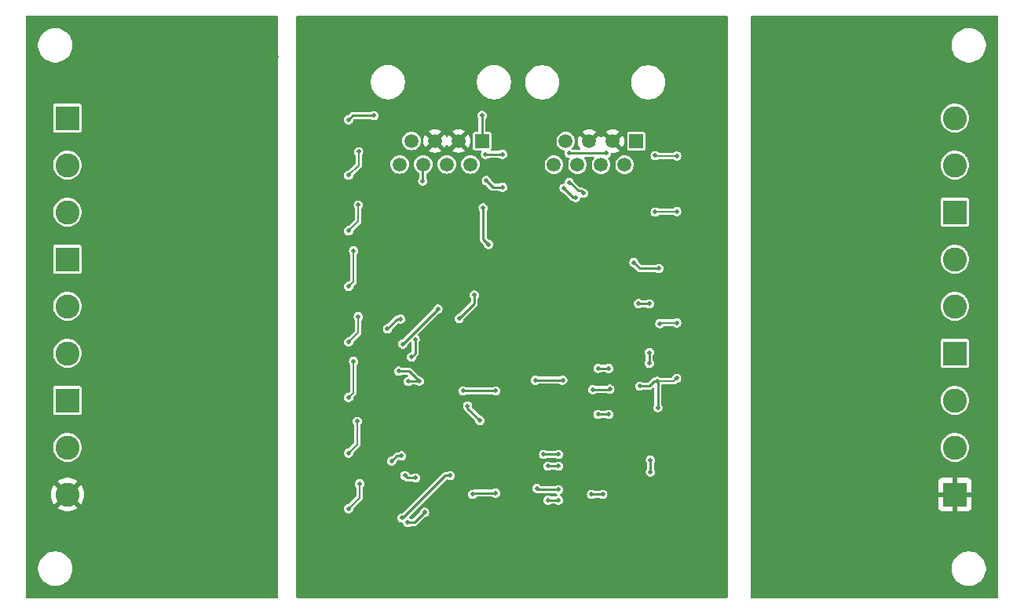
<source format=gbr>
%TF.GenerationSoftware,KiCad,Pcbnew,8.0.2*%
%TF.CreationDate,2024-12-19T10:05:04+01:00*%
%TF.ProjectId,OS-S88n,4f532d53-3838-46e2-9e6b-696361645f70,rev?*%
%TF.SameCoordinates,Original*%
%TF.FileFunction,Copper,L2,Bot*%
%TF.FilePolarity,Positive*%
%FSLAX46Y46*%
G04 Gerber Fmt 4.6, Leading zero omitted, Abs format (unit mm)*
G04 Created by KiCad (PCBNEW 8.0.2) date 2024-12-19 10:05:04*
%MOMM*%
%LPD*%
G01*
G04 APERTURE LIST*
%TA.AperFunction,ComponentPad*%
%ADD10R,2.600000X2.600000*%
%TD*%
%TA.AperFunction,ComponentPad*%
%ADD11C,2.600000*%
%TD*%
%TA.AperFunction,ComponentPad*%
%ADD12R,1.500000X1.500000*%
%TD*%
%TA.AperFunction,ComponentPad*%
%ADD13C,1.500000*%
%TD*%
%TA.AperFunction,ViaPad*%
%ADD14C,0.500000*%
%TD*%
%TA.AperFunction,ViaPad*%
%ADD15C,0.800000*%
%TD*%
%TA.AperFunction,Conductor*%
%ADD16C,0.200000*%
%TD*%
%TA.AperFunction,Conductor*%
%ADD17C,0.250000*%
%TD*%
G04 APERTURE END LIST*
D10*
%TO.P,J101,1,Pin_1*%
%TO.N,/CS8/Track*%
X116028000Y-70372000D03*
D11*
%TO.P,J101,2,Pin_2*%
%TO.N,/CS7/Track*%
X116028000Y-75452000D03*
%TO.P,J101,3,Pin_3*%
%TO.N,/CS6/Track*%
X116028000Y-80532000D03*
%TD*%
D10*
%TO.P,J103,1,Pin_1*%
%TO.N,/CS2/Track*%
X116028000Y-100852000D03*
D11*
%TO.P,J103,2,Pin_2*%
%TO.N,/CS1/Track*%
X116028000Y-105932000D03*
%TO.P,J103,3,Pin_3*%
%TO.N,/COM1*%
X116028000Y-111012000D03*
%TD*%
D10*
%TO.P,J104,1,Pin_1*%
%TO.N,/COM2*%
X211706000Y-111012000D03*
D11*
%TO.P,J104,2,Pin_2*%
%TO.N,/CS16/Track*%
X211706000Y-105932000D03*
%TO.P,J104,3,Pin_3*%
%TO.N,/CS15/Track*%
X211706000Y-100852000D03*
%TD*%
D12*
%TO.P,J2102,1*%
%TO.N,VCC*%
X160736000Y-72842000D03*
D13*
%TO.P,J2102,2*%
%TO.N,/RJ45/DATA_OUT*%
X159466000Y-75382000D03*
%TO.P,J2102,3*%
%TO.N,GND*%
X158196000Y-72842000D03*
%TO.P,J2102,4*%
%TO.N,/RJ45/CLOCK*%
X156926000Y-75382000D03*
%TO.P,J2102,5*%
%TO.N,GND*%
X155656000Y-72842000D03*
%TO.P,J2102,6*%
%TO.N,/RJ45/PL*%
X154386000Y-75382000D03*
%TO.P,J2102,7*%
%TO.N,Net-(J2101-Pad7)*%
X153116000Y-72842000D03*
%TO.P,J2102,8*%
%TO.N,unconnected-(J2102-Pad8)*%
X151846000Y-75382000D03*
%TD*%
D10*
%TO.P,J102,1,Pin_1*%
%TO.N,/CS5/Track*%
X116028000Y-85612000D03*
D11*
%TO.P,J102,2,Pin_2*%
%TO.N,/CS4/Track*%
X116028000Y-90692000D03*
%TO.P,J102,3,Pin_3*%
%TO.N,/CS3/Track*%
X116028000Y-95772000D03*
%TD*%
D12*
%TO.P,J2101,1*%
%TO.N,VCC*%
X177366000Y-72862000D03*
D13*
%TO.P,J2101,2*%
%TO.N,/RJ45/DATA_IN*%
X176096000Y-75402000D03*
%TO.P,J2101,3*%
%TO.N,GND*%
X174826000Y-72862000D03*
%TO.P,J2101,4*%
%TO.N,/RJ45/CLOCK*%
X173556000Y-75402000D03*
%TO.P,J2101,5*%
%TO.N,GND*%
X172286000Y-72862000D03*
%TO.P,J2101,6*%
%TO.N,/RJ45/PL*%
X171016000Y-75402000D03*
%TO.P,J2101,7*%
%TO.N,Net-(J2101-Pad7)*%
X169746000Y-72862000D03*
%TO.P,J2101,8*%
%TO.N,unconnected-(J2101-Pad8)*%
X168476000Y-75402000D03*
%TD*%
D10*
%TO.P,J106,1,Pin_1*%
%TO.N,/CS11/Track*%
X211706000Y-80532000D03*
D11*
%TO.P,J106,2,Pin_2*%
%TO.N,/CS10/Track*%
X211706000Y-75452000D03*
%TO.P,J106,3,Pin_3*%
%TO.N,/CS9/Track*%
X211706000Y-70372000D03*
%TD*%
D10*
%TO.P,J105,1,Pin_1*%
%TO.N,/CS14/Track*%
X211706000Y-95772000D03*
D11*
%TO.P,J105,2,Pin_2*%
%TO.N,/CS13/Track*%
X211706000Y-90692000D03*
%TO.P,J105,3,Pin_3*%
%TO.N,/CS12/Track*%
X211706000Y-85612000D03*
%TD*%
D14*
%TO.N,GND*%
X186120000Y-110109000D03*
X185993000Y-104013000D03*
X185866000Y-98171000D03*
X185993000Y-92202000D03*
X185739000Y-86106000D03*
X185866000Y-80137000D03*
X185866000Y-68199000D03*
X185866000Y-74168000D03*
X142305000Y-112776000D03*
X142305000Y-106807000D03*
X142432000Y-100838000D03*
X142432000Y-94742000D03*
X142305000Y-88900000D03*
X142178000Y-82677000D03*
X142432000Y-76835000D03*
X142178000Y-70739000D03*
X151195000Y-70993000D03*
X149290000Y-72517000D03*
X149163000Y-79502000D03*
X152465000Y-77089000D03*
X149798000Y-80645000D03*
%TO.N,VCC*%
X179391000Y-74422000D03*
X179391000Y-80518000D03*
X179904000Y-92583000D03*
X147512000Y-109855000D03*
X147258000Y-103124000D03*
X146877000Y-96647000D03*
X147385000Y-91821000D03*
X146877000Y-84709000D03*
X147385000Y-79756000D03*
X147423878Y-74002122D03*
X149056000Y-70104000D03*
%TO.N,GND*%
X166308000Y-88900000D03*
X163641000Y-120269000D03*
X181965000Y-85708083D03*
X157037000Y-94234000D03*
X163260000Y-81661000D03*
X152973000Y-90170000D03*
X181965000Y-67708083D03*
X155640000Y-65913000D03*
X144301000Y-90192917D03*
X158053000Y-102108000D03*
X164276000Y-89789000D03*
X183743000Y-108819083D03*
X165800000Y-97409000D03*
X165927000Y-100584000D03*
X183743000Y-72819083D03*
X152465000Y-100584000D03*
X152973000Y-116840000D03*
X163768000Y-101092000D03*
X167451000Y-84328000D03*
X160974000Y-88646000D03*
X181965000Y-103708083D03*
X159577000Y-112268000D03*
X166943000Y-82296000D03*
X183743000Y-96819083D03*
X163514000Y-96647000D03*
X168086000Y-80391000D03*
X172912000Y-98425000D03*
X173928000Y-80010000D03*
X173039000Y-103759000D03*
X161228000Y-90297000D03*
X144301000Y-102192917D03*
X156910000Y-96901000D03*
X174690000Y-77089000D03*
X157545000Y-114173000D03*
X176087000Y-93599000D03*
X144301000Y-84192917D03*
X157037000Y-100584000D03*
X158434000Y-109982000D03*
X159069000Y-93726000D03*
X175706000Y-84328000D03*
X156910000Y-84836000D03*
X177484000Y-106172000D03*
X160085000Y-81534000D03*
X155894000Y-118491000D03*
X144301000Y-78192917D03*
X166181000Y-113030000D03*
X178119000Y-61849000D03*
X163768000Y-109347000D03*
X177992000Y-79883000D03*
X146079000Y-95303917D03*
X159831000Y-108458000D03*
X146079000Y-83303917D03*
X155767000Y-85471000D03*
X149798000Y-120904000D03*
X144301000Y-96192917D03*
X173801000Y-66421000D03*
X169864000Y-61722000D03*
X183743000Y-84819083D03*
X154497000Y-107569000D03*
X181965000Y-97708083D03*
X144301000Y-114192917D03*
X146079000Y-77303917D03*
X158307000Y-106045000D03*
X181965000Y-79708083D03*
X159069000Y-97409000D03*
X157545000Y-120523000D03*
X146079000Y-113303917D03*
X181965000Y-73708083D03*
D15*
X144210000Y-116459000D03*
D14*
X146079000Y-101303917D03*
X177992000Y-94996000D03*
X158434000Y-103886000D03*
X177865000Y-96901000D03*
X177611000Y-112268000D03*
X144301000Y-108192917D03*
X174436000Y-85090000D03*
X155386000Y-93091000D03*
X146079000Y-89303917D03*
X160085000Y-85979000D03*
X167705000Y-120777000D03*
X183743000Y-66819083D03*
X162879000Y-112522000D03*
X146079000Y-107303917D03*
X157799000Y-99187000D03*
X146079000Y-71303917D03*
X155005000Y-105283000D03*
X161482000Y-81534000D03*
X183743000Y-78819083D03*
X144301000Y-72192917D03*
X161482000Y-82677000D03*
X181965000Y-91708083D03*
X183743000Y-102819083D03*
X178754000Y-81788000D03*
X179389000Y-115316000D03*
X149798000Y-89408000D03*
X166308000Y-108712000D03*
X160085000Y-82550000D03*
X173039000Y-101473000D03*
X151322000Y-104394000D03*
X183743000Y-90819083D03*
X174436000Y-120777000D03*
D15*
X148782000Y-112522000D03*
D14*
X164276000Y-94361000D03*
X171642000Y-93218000D03*
X181965000Y-109708083D03*
X156021000Y-107696000D03*
X153100000Y-61341000D03*
%TO.N,VCC*%
X146333000Y-106541917D03*
X146333000Y-100541917D03*
X146333000Y-76541917D03*
X178881000Y-107315000D03*
X179779000Y-86614000D03*
X158250099Y-92004900D03*
X160492983Y-103023983D03*
X179669983Y-101626983D03*
X146333000Y-82541917D03*
X146333000Y-94541917D03*
X159170413Y-101447413D03*
X177103000Y-85979000D03*
X178881000Y-108585000D03*
X160720000Y-70095500D03*
X159890857Y-89475142D03*
X177738000Y-99314000D03*
X181711000Y-98470083D03*
X146333000Y-112541917D03*
X181711000Y-92470083D03*
X146333000Y-70541917D03*
X181711000Y-80470083D03*
X146333000Y-88541917D03*
X179617413Y-98780413D03*
X161418500Y-84010500D03*
X160847000Y-80070500D03*
X181711000Y-74470083D03*
%TO.N,/SR-latch1/Q2*%
X150534767Y-93116233D03*
X151957000Y-92075000D03*
%TO.N,/SR-latch1/Q3*%
X152185767Y-94767233D03*
X155966891Y-90986108D03*
%TO.N,/SR-latch1/Q1*%
X153506233Y-94259233D03*
X153125233Y-96164233D03*
%TO.N,/SR-latch1/Q6*%
X152398500Y-108966000D03*
X153547500Y-109220000D03*
%TO.N,/SR-latch1/Q5*%
X152084000Y-113538000D03*
X157291000Y-108966000D03*
%TO.N,/SR-latch2/Q2*%
X167373500Y-106680000D03*
X168972500Y-106680000D03*
%TO.N,/SR-latch2/Q3*%
X167823500Y-107950000D03*
X168972500Y-107950000D03*
%TO.N,/SR-latch2/Q1*%
X167823500Y-111633000D03*
X168975000Y-111633000D03*
%TO.N,/RJ45/DATA_IN*%
X174130500Y-74168000D03*
X161101000Y-74295000D03*
X162922000Y-74295000D03*
X170118000Y-74168000D03*
%TO.N,/RJ45/PL*%
X154331267Y-77177267D03*
%TO.N,/RJ45/RESET*%
X152779500Y-98806000D03*
X168972500Y-110490000D03*
X159704000Y-110998000D03*
X151740205Y-97700204D03*
X162183500Y-99822000D03*
X172531000Y-110998000D03*
X154526500Y-112935000D03*
X158688000Y-99822000D03*
X169422500Y-98679000D03*
X173740500Y-110998000D03*
X172658000Y-99695000D03*
X152719000Y-114046000D03*
X162183500Y-110871000D03*
X153956000Y-98773000D03*
X166622500Y-110363000D03*
X174498802Y-99632198D03*
X166473500Y-98679000D03*
%TO.N,/RJ45/DATA_OUT*%
X162922000Y-77851000D03*
X161187000Y-77130000D03*
X171642000Y-78486000D03*
X170118000Y-77343000D03*
%TO.N,Net-(U2001-Q7)*%
X169570569Y-77938569D03*
X170828233Y-78942233D03*
%TO.N,/CS3/TTL*%
X152045733Y-106845267D03*
X150979267Y-107403733D03*
%TO.N,/CS9/TTL*%
X178754000Y-95691500D03*
X178754000Y-96840500D03*
X173226500Y-102362000D03*
X174375500Y-102362000D03*
%TO.N,/CS10/TTL*%
X178754000Y-90424000D03*
X177604000Y-90399521D03*
X174375500Y-97409000D03*
X173226500Y-97409000D03*
%TO.N,/COM1*%
X124743000Y-97493917D03*
D15*
X128462000Y-61214000D03*
D14*
X131093000Y-81754917D03*
X123600000Y-74382917D03*
D15*
X113730000Y-78105000D03*
X113222000Y-93218000D03*
D14*
X123600000Y-98382917D03*
D15*
X137860000Y-117348000D03*
D14*
X131093000Y-111754917D03*
D15*
X113857000Y-109093000D03*
D14*
X131093000Y-75754917D03*
X122838000Y-67493917D03*
X136427000Y-76795917D03*
X123600000Y-80382917D03*
D15*
X113476000Y-88138000D03*
D14*
X131093000Y-97747917D03*
X134776000Y-90192917D03*
X134776000Y-114192917D03*
X134776000Y-108192917D03*
X124743000Y-67493917D03*
X136427000Y-88795917D03*
X124743000Y-103493917D03*
X131093000Y-105754917D03*
X134776000Y-84192917D03*
X124743000Y-73493917D03*
X131093000Y-87754917D03*
X134776000Y-78192917D03*
X131093000Y-69754917D03*
D15*
X116270000Y-67183000D03*
X125795000Y-116586000D03*
D14*
X131093000Y-85747917D03*
X123600000Y-110382917D03*
X131093000Y-103747917D03*
X131093000Y-93754917D03*
X131093000Y-109747917D03*
X131093000Y-99754917D03*
D15*
X113730000Y-72771000D03*
X113857000Y-98298000D03*
D14*
X136427000Y-94795917D03*
X124743000Y-79493917D03*
X123600000Y-92382917D03*
X123600000Y-86382917D03*
X131093000Y-79747917D03*
X131093000Y-67747917D03*
D15*
X121985000Y-109347000D03*
D14*
X136427000Y-112795917D03*
X131093000Y-91747917D03*
D15*
X135955000Y-114808000D03*
D14*
X136427000Y-100795917D03*
X123600000Y-68382917D03*
X131093000Y-73747917D03*
X134776000Y-72192917D03*
X134776000Y-102192917D03*
X123600000Y-104382917D03*
D15*
X138114000Y-112776000D03*
X113603000Y-83058000D03*
D14*
X124743000Y-85493917D03*
D15*
X138368000Y-63754000D03*
X113095000Y-102997000D03*
D14*
X136427000Y-70795917D03*
X136427000Y-82795917D03*
X124743000Y-91493917D03*
X136427000Y-106795917D03*
X124743000Y-109493917D03*
X134776000Y-96192917D03*
D15*
%TO.N,/COM2*%
X214695000Y-80899000D03*
X215076000Y-97155000D03*
D14*
X193268000Y-66819083D03*
D15*
X214568000Y-87376000D03*
D14*
X193268000Y-84819083D03*
X203301000Y-83518083D03*
X191617000Y-110216083D03*
X191617000Y-74216083D03*
D15*
X214314000Y-93218000D03*
X214695000Y-108585000D03*
X200852000Y-116713000D03*
D14*
X204444000Y-100629083D03*
X191617000Y-92216083D03*
X196951000Y-99257083D03*
X196951000Y-101264083D03*
X203301000Y-95518083D03*
X196951000Y-89264083D03*
X203301000Y-77518083D03*
D15*
X214822000Y-103124000D03*
D14*
X193268000Y-108819083D03*
D15*
X214949000Y-70739000D03*
D14*
X196951000Y-81257083D03*
X204444000Y-76629083D03*
X204444000Y-94629083D03*
X193268000Y-72819083D03*
X204444000Y-106629083D03*
X191617000Y-86216083D03*
D15*
X203773000Y-64516000D03*
D14*
X191617000Y-68216083D03*
X196951000Y-113264083D03*
X196951000Y-93257083D03*
X196951000Y-69257083D03*
X203301000Y-89518083D03*
X203301000Y-101518083D03*
X203301000Y-71518083D03*
X203301000Y-107518083D03*
D15*
X214568000Y-76073000D03*
D14*
X196951000Y-105257083D03*
D15*
X195010000Y-64516000D03*
D14*
X193268000Y-78819083D03*
X191617000Y-98216083D03*
X203301000Y-113518083D03*
X196951000Y-77264083D03*
X193268000Y-96819083D03*
X191617000Y-80216083D03*
X191617000Y-104216083D03*
X204444000Y-82629083D03*
D15*
X211393000Y-114681000D03*
D14*
X196951000Y-71264083D03*
X196951000Y-75257083D03*
X196951000Y-95264083D03*
X204444000Y-112629083D03*
X204444000Y-88629083D03*
X196951000Y-83264083D03*
X204444000Y-70629083D03*
X196951000Y-87257083D03*
X193268000Y-90819083D03*
X193268000Y-102819083D03*
X196951000Y-107264083D03*
X196951000Y-111257083D03*
D15*
X213425000Y-67310000D03*
X192089000Y-66294000D03*
X204281000Y-114935000D03*
%TD*%
D16*
%TO.N,VCC*%
X179439083Y-74470083D02*
X179391000Y-74422000D01*
X181711000Y-74470083D02*
X179439083Y-74470083D01*
X179438917Y-80470083D02*
X179391000Y-80518000D01*
X181711000Y-80470083D02*
X179438917Y-80470083D01*
X180016917Y-92470083D02*
X179904000Y-92583000D01*
X181711000Y-92470083D02*
X180016917Y-92470083D01*
X181400670Y-98780413D02*
X181711000Y-98470083D01*
X179617413Y-98780413D02*
X181400670Y-98780413D01*
X147512000Y-109855000D02*
X147512000Y-111362917D01*
X147512000Y-111362917D02*
X146333000Y-112541917D01*
X147258000Y-105616917D02*
X146333000Y-106541917D01*
X147258000Y-103124000D02*
X147258000Y-105616917D01*
X146877000Y-99997917D02*
X146333000Y-100541917D01*
X146877000Y-96647000D02*
X146877000Y-99997917D01*
X147385000Y-91821000D02*
X147385000Y-93489917D01*
X147385000Y-93489917D02*
X146333000Y-94541917D01*
X146877000Y-87997917D02*
X146333000Y-88541917D01*
X146877000Y-84709000D02*
X146877000Y-87997917D01*
X147385000Y-79756000D02*
X147385000Y-81489917D01*
X147385000Y-81489917D02*
X146333000Y-82541917D01*
X147423878Y-75451039D02*
X147423878Y-74002122D01*
X146333000Y-76541917D02*
X147423878Y-75451039D01*
D17*
X146770917Y-70104000D02*
X146333000Y-70541917D01*
X149056000Y-70104000D02*
X146770917Y-70104000D01*
X179287587Y-98780413D02*
X179617413Y-98780413D01*
X178754000Y-99314000D02*
X179287587Y-98780413D01*
X177738000Y-99314000D02*
X178754000Y-99314000D01*
X159890857Y-89475142D02*
X159890857Y-90364142D01*
X179669983Y-98832983D02*
X179669983Y-101626983D01*
X179617413Y-98780413D02*
X179669983Y-98832983D01*
X178881000Y-107315000D02*
X178881000Y-108585000D01*
X160729000Y-72862000D02*
X160729000Y-70104500D01*
X177738000Y-86614000D02*
X179779000Y-86614000D01*
X159170413Y-101447413D02*
X159170413Y-101701413D01*
X160729000Y-70104500D02*
X160720000Y-70095500D01*
X177103000Y-85979000D02*
X177738000Y-86614000D01*
X159890857Y-90364142D02*
X158250099Y-92004900D01*
X160847000Y-80070500D02*
X160847000Y-83439000D01*
X159170413Y-101701413D02*
X160492983Y-103023983D01*
X160847000Y-83439000D02*
X161418500Y-84010500D01*
%TO.N,/SR-latch1/Q2*%
X151957000Y-92075000D02*
X151576000Y-92075000D01*
X151576000Y-92075000D02*
X150534767Y-93116233D01*
%TO.N,/SR-latch1/Q3*%
X155966891Y-90986109D02*
X155966891Y-90986108D01*
X152185767Y-94767233D02*
X155966891Y-90986109D01*
%TO.N,/SR-latch1/Q1*%
X153125233Y-96164233D02*
X153506233Y-95783233D01*
X153506233Y-95783233D02*
X153506233Y-94259233D01*
%TO.N,/SR-latch1/Q6*%
X153547500Y-109220000D02*
X152652500Y-109220000D01*
X152652500Y-109220000D02*
X152398500Y-108966000D01*
%TO.N,/SR-latch1/Q5*%
X156783000Y-108966000D02*
X157291000Y-108966000D01*
X152211000Y-113538000D02*
X156783000Y-108966000D01*
X152084000Y-113538000D02*
X152211000Y-113538000D01*
%TO.N,/SR-latch2/Q2*%
X167373500Y-106680000D02*
X168972500Y-106680000D01*
%TO.N,/SR-latch2/Q3*%
X167823500Y-107950000D02*
X168972500Y-107950000D01*
%TO.N,/SR-latch2/Q1*%
X167823500Y-111633000D02*
X168975000Y-111633000D01*
%TO.N,/RJ45/DATA_IN*%
X161101000Y-74295000D02*
X162922000Y-74295000D01*
X170118000Y-74168000D02*
X174130500Y-74168000D01*
%TO.N,/RJ45/PL*%
X154331267Y-77177267D02*
X154331267Y-75449733D01*
%TO.N,/RJ45/RESET*%
X159831000Y-110871000D02*
X162183500Y-110871000D01*
X152883204Y-97700204D02*
X151740205Y-97700204D01*
X174436000Y-99695000D02*
X174498802Y-99632198D01*
X172531000Y-110998000D02*
X173740500Y-110998000D01*
X168972500Y-110490000D02*
X166749500Y-110490000D01*
X169422500Y-98679000D02*
X166473500Y-98679000D01*
X172658000Y-99695000D02*
X174436000Y-99695000D01*
X158688000Y-99822000D02*
X162183500Y-99822000D01*
X153415500Y-114046000D02*
X154526500Y-112935000D01*
X153956000Y-98773000D02*
X152883204Y-97700204D01*
X166749500Y-110490000D02*
X166622500Y-110363000D01*
X152812500Y-98773000D02*
X152779500Y-98806000D01*
X159704000Y-110998000D02*
X159831000Y-110871000D01*
X153956000Y-98773000D02*
X152812500Y-98773000D01*
X152719000Y-114046000D02*
X153415500Y-114046000D01*
%TO.N,/RJ45/DATA_OUT*%
X170245000Y-77343000D02*
X171134000Y-78232000D01*
X161187000Y-77130000D02*
X161908000Y-77851000D01*
X171134000Y-78232000D02*
X171388000Y-78232000D01*
X161908000Y-77851000D02*
X162922000Y-77851000D01*
X171388000Y-78232000D02*
X171642000Y-78486000D01*
X170118000Y-77343000D02*
X170245000Y-77343000D01*
%TO.N,Net-(U2001-Q7)*%
X170828233Y-78942233D02*
X170574233Y-78942233D01*
X170574233Y-78942233D02*
X169570569Y-77938569D01*
%TO.N,/CS3/TTL*%
X151537733Y-106845267D02*
X150979267Y-107403733D01*
X152045733Y-106845267D02*
X151537733Y-106845267D01*
%TO.N,/CS9/TTL*%
X178754000Y-95691500D02*
X178754000Y-96840500D01*
X174375500Y-102362000D02*
X173226500Y-102362000D01*
%TO.N,/CS10/TTL*%
X178754000Y-90424000D02*
X177628479Y-90424000D01*
X174375500Y-97409000D02*
X173226500Y-97409000D01*
X177628479Y-90424000D02*
X177604000Y-90399521D01*
%TD*%
%TA.AperFunction,Conductor*%
%TO.N,GND*%
G36*
X187149039Y-59332185D02*
G01*
X187194794Y-59384989D01*
X187206000Y-59436500D01*
X187206000Y-122087500D01*
X187186315Y-122154539D01*
X187133511Y-122200294D01*
X187082000Y-122211500D01*
X140830000Y-122211500D01*
X140762961Y-122191815D01*
X140717206Y-122139011D01*
X140706000Y-122087500D01*
X140706000Y-113538000D01*
X151578353Y-113538000D01*
X151598834Y-113680456D01*
X151658622Y-113811371D01*
X151658623Y-113811373D01*
X151752872Y-113920143D01*
X151873947Y-113997953D01*
X151873950Y-113997954D01*
X151873949Y-113997954D01*
X152012036Y-114038499D01*
X152012038Y-114038500D01*
X152104828Y-114038500D01*
X152171867Y-114058185D01*
X152217622Y-114110989D01*
X152227566Y-114144854D01*
X152233834Y-114188456D01*
X152293622Y-114319371D01*
X152293623Y-114319373D01*
X152387872Y-114428143D01*
X152508947Y-114505953D01*
X152508950Y-114505954D01*
X152508949Y-114505954D01*
X152647036Y-114546499D01*
X152647038Y-114546500D01*
X152647039Y-114546500D01*
X152790962Y-114546500D01*
X152790962Y-114546499D01*
X152929053Y-114505953D01*
X153029834Y-114441184D01*
X153096874Y-114421500D01*
X153464935Y-114421500D01*
X153464936Y-114421500D01*
X153512686Y-114408705D01*
X153560438Y-114395910D01*
X153646062Y-114346475D01*
X153715975Y-114276562D01*
X154520899Y-113471637D01*
X154582220Y-113438154D01*
X154590936Y-113436581D01*
X154598454Y-113435500D01*
X154598461Y-113435500D01*
X154736553Y-113394953D01*
X154857628Y-113317143D01*
X154951877Y-113208373D01*
X155011665Y-113077457D01*
X155032147Y-112935000D01*
X155011665Y-112792543D01*
X154951877Y-112661627D01*
X154857628Y-112552857D01*
X154736553Y-112475047D01*
X154736551Y-112475046D01*
X154736549Y-112475045D01*
X154736550Y-112475045D01*
X154598463Y-112434500D01*
X154598461Y-112434500D01*
X154454539Y-112434500D01*
X154454536Y-112434500D01*
X154316449Y-112475045D01*
X154195373Y-112552856D01*
X154101123Y-112661626D01*
X154101122Y-112661628D01*
X154041335Y-112792541D01*
X154041334Y-112792546D01*
X154030989Y-112864496D01*
X154001963Y-112928051D01*
X153995932Y-112934529D01*
X153296282Y-113634181D01*
X153234959Y-113667666D01*
X153208601Y-113670500D01*
X153096874Y-113670500D01*
X153029835Y-113650815D01*
X153029834Y-113650815D01*
X152921592Y-113581252D01*
X152922464Y-113579894D01*
X152877331Y-113540782D01*
X152857650Y-113473742D01*
X152877338Y-113406703D01*
X152893964Y-113386072D01*
X155282036Y-110998000D01*
X159198353Y-110998000D01*
X159218834Y-111140456D01*
X159272287Y-111257500D01*
X159278623Y-111271373D01*
X159372872Y-111380143D01*
X159493947Y-111457953D01*
X159493950Y-111457954D01*
X159493949Y-111457954D01*
X159601107Y-111489417D01*
X159631041Y-111498207D01*
X159632036Y-111498499D01*
X159632038Y-111498500D01*
X159632039Y-111498500D01*
X159775962Y-111498500D01*
X159775962Y-111498499D01*
X159914053Y-111457953D01*
X160035128Y-111380143D01*
X160113846Y-111289297D01*
X160172624Y-111251523D01*
X160207559Y-111246500D01*
X161805626Y-111246500D01*
X161872665Y-111266185D01*
X161872666Y-111266185D01*
X161973447Y-111330953D01*
X161973448Y-111330953D01*
X161973449Y-111330954D01*
X162111536Y-111371499D01*
X162111538Y-111371500D01*
X162111539Y-111371500D01*
X162255462Y-111371500D01*
X162255462Y-111371499D01*
X162393553Y-111330953D01*
X162514628Y-111253143D01*
X162608877Y-111144373D01*
X162668665Y-111013457D01*
X162689147Y-110871000D01*
X162668665Y-110728543D01*
X162608877Y-110597627D01*
X162514628Y-110488857D01*
X162393553Y-110411047D01*
X162393551Y-110411046D01*
X162393549Y-110411045D01*
X162393550Y-110411045D01*
X162255463Y-110370500D01*
X162255461Y-110370500D01*
X162111539Y-110370500D01*
X162111536Y-110370500D01*
X161973449Y-110411045D01*
X161973448Y-110411046D01*
X161872666Y-110475815D01*
X161805626Y-110495500D01*
X159880436Y-110495500D01*
X159781564Y-110495500D01*
X159781561Y-110495500D01*
X159774436Y-110496439D01*
X159758248Y-110497500D01*
X159632036Y-110497500D01*
X159493949Y-110538045D01*
X159372873Y-110615856D01*
X159278623Y-110724626D01*
X159278622Y-110724628D01*
X159218834Y-110855543D01*
X159198353Y-110998000D01*
X155282036Y-110998000D01*
X155917036Y-110363000D01*
X166116853Y-110363000D01*
X166137334Y-110505456D01*
X166190787Y-110622500D01*
X166197123Y-110636373D01*
X166291372Y-110745143D01*
X166412447Y-110822953D01*
X166412450Y-110822954D01*
X166412449Y-110822954D01*
X166550536Y-110863499D01*
X166550538Y-110863500D01*
X166550539Y-110863500D01*
X166676748Y-110863500D01*
X166692936Y-110864561D01*
X166700061Y-110865499D01*
X166700064Y-110865500D01*
X166700065Y-110865500D01*
X168594626Y-110865500D01*
X168661665Y-110885185D01*
X168661666Y-110885185D01*
X168769908Y-110954748D01*
X168768967Y-110956212D01*
X168813763Y-110995021D01*
X168833454Y-111062059D01*
X168813776Y-111129100D01*
X168771047Y-111166134D01*
X168772408Y-111168252D01*
X168664166Y-111237815D01*
X168597126Y-111257500D01*
X168201374Y-111257500D01*
X168134335Y-111237815D01*
X168134334Y-111237815D01*
X168033551Y-111173046D01*
X168033550Y-111173045D01*
X167895463Y-111132500D01*
X167895461Y-111132500D01*
X167751539Y-111132500D01*
X167751536Y-111132500D01*
X167613449Y-111173045D01*
X167492373Y-111250856D01*
X167398123Y-111359626D01*
X167398122Y-111359628D01*
X167338334Y-111490543D01*
X167317853Y-111633000D01*
X167338334Y-111775456D01*
X167398122Y-111906371D01*
X167398123Y-111906373D01*
X167492372Y-112015143D01*
X167613447Y-112092953D01*
X167613450Y-112092954D01*
X167613449Y-112092954D01*
X167751536Y-112133499D01*
X167751538Y-112133500D01*
X167751539Y-112133500D01*
X167895462Y-112133500D01*
X167895462Y-112133499D01*
X168033553Y-112092953D01*
X168134334Y-112028184D01*
X168201374Y-112008500D01*
X168597126Y-112008500D01*
X168664165Y-112028185D01*
X168664166Y-112028185D01*
X168764947Y-112092953D01*
X168764948Y-112092953D01*
X168764949Y-112092954D01*
X168903036Y-112133499D01*
X168903038Y-112133500D01*
X168903039Y-112133500D01*
X169046962Y-112133500D01*
X169046962Y-112133499D01*
X169185053Y-112092953D01*
X169306128Y-112015143D01*
X169400377Y-111906373D01*
X169460165Y-111775457D01*
X169480647Y-111633000D01*
X169460165Y-111490543D01*
X169400377Y-111359627D01*
X169306128Y-111250857D01*
X169185053Y-111173047D01*
X169185052Y-111173046D01*
X169177593Y-111168253D01*
X169178532Y-111166790D01*
X169133731Y-111127971D01*
X169114045Y-111060932D01*
X169132522Y-110998000D01*
X172025353Y-110998000D01*
X172045834Y-111140456D01*
X172099287Y-111257500D01*
X172105623Y-111271373D01*
X172199872Y-111380143D01*
X172320947Y-111457953D01*
X172320950Y-111457954D01*
X172320949Y-111457954D01*
X172428107Y-111489417D01*
X172458041Y-111498207D01*
X172459036Y-111498499D01*
X172459038Y-111498500D01*
X172459039Y-111498500D01*
X172602962Y-111498500D01*
X172602962Y-111498499D01*
X172741053Y-111457953D01*
X172841834Y-111393184D01*
X172908874Y-111373500D01*
X173362626Y-111373500D01*
X173429665Y-111393185D01*
X173429666Y-111393185D01*
X173530447Y-111457953D01*
X173530448Y-111457953D01*
X173530449Y-111457954D01*
X173637607Y-111489417D01*
X173667541Y-111498207D01*
X173668536Y-111498499D01*
X173668538Y-111498500D01*
X173668539Y-111498500D01*
X173812462Y-111498500D01*
X173812462Y-111498499D01*
X173950553Y-111457953D01*
X174071628Y-111380143D01*
X174165877Y-111271373D01*
X174225665Y-111140457D01*
X174246147Y-110998000D01*
X174225665Y-110855543D01*
X174165877Y-110724627D01*
X174071628Y-110615857D01*
X173950553Y-110538047D01*
X173950551Y-110538046D01*
X173950549Y-110538045D01*
X173950550Y-110538045D01*
X173812463Y-110497500D01*
X173812461Y-110497500D01*
X173668539Y-110497500D01*
X173668536Y-110497500D01*
X173530449Y-110538045D01*
X173530448Y-110538046D01*
X173456862Y-110585337D01*
X173437739Y-110597627D01*
X173429666Y-110602815D01*
X173362626Y-110622500D01*
X172908874Y-110622500D01*
X172841835Y-110602815D01*
X172841834Y-110602815D01*
X172833763Y-110597628D01*
X172741053Y-110538047D01*
X172741052Y-110538046D01*
X172741051Y-110538046D01*
X172741050Y-110538045D01*
X172602963Y-110497500D01*
X172602961Y-110497500D01*
X172459039Y-110497500D01*
X172459036Y-110497500D01*
X172320949Y-110538045D01*
X172199873Y-110615856D01*
X172105623Y-110724626D01*
X172105622Y-110724628D01*
X172045834Y-110855543D01*
X172025353Y-110998000D01*
X169132522Y-110998000D01*
X169133728Y-110993892D01*
X169176455Y-110956866D01*
X169175093Y-110954747D01*
X169182553Y-110949953D01*
X169303628Y-110872143D01*
X169397877Y-110763373D01*
X169457665Y-110632457D01*
X169478147Y-110490000D01*
X169457665Y-110347543D01*
X169397877Y-110216627D01*
X169303628Y-110107857D01*
X169182553Y-110030047D01*
X169182551Y-110030046D01*
X169182549Y-110030045D01*
X169182550Y-110030045D01*
X169044463Y-109989500D01*
X169044461Y-109989500D01*
X168900539Y-109989500D01*
X168900536Y-109989500D01*
X168762449Y-110030045D01*
X168762448Y-110030046D01*
X168697629Y-110071703D01*
X168669739Y-110089627D01*
X168661666Y-110094815D01*
X168594626Y-110114500D01*
X167126059Y-110114500D01*
X167059020Y-110094815D01*
X167032346Y-110071703D01*
X166996249Y-110030045D01*
X166953628Y-109980857D01*
X166832553Y-109903047D01*
X166832551Y-109903046D01*
X166832549Y-109903045D01*
X166832550Y-109903045D01*
X166694463Y-109862500D01*
X166694461Y-109862500D01*
X166550539Y-109862500D01*
X166550536Y-109862500D01*
X166412449Y-109903045D01*
X166291373Y-109980856D01*
X166197123Y-110089626D01*
X166197122Y-110089628D01*
X166137334Y-110220543D01*
X166116853Y-110363000D01*
X155917036Y-110363000D01*
X156872183Y-109407853D01*
X156933504Y-109374370D01*
X157003196Y-109379354D01*
X157026901Y-109391220D01*
X157080949Y-109425954D01*
X157219036Y-109466499D01*
X157219038Y-109466500D01*
X157219039Y-109466500D01*
X157362962Y-109466500D01*
X157362962Y-109466499D01*
X157501053Y-109425953D01*
X157622128Y-109348143D01*
X157716377Y-109239373D01*
X157776165Y-109108457D01*
X157796647Y-108966000D01*
X157776165Y-108823543D01*
X157716377Y-108692627D01*
X157622128Y-108583857D01*
X157501053Y-108506047D01*
X157501051Y-108506046D01*
X157501049Y-108506045D01*
X157501050Y-108506045D01*
X157362963Y-108465500D01*
X157362961Y-108465500D01*
X157219039Y-108465500D01*
X157219036Y-108465500D01*
X157080949Y-108506045D01*
X157080948Y-108506046D01*
X156980166Y-108570815D01*
X156913126Y-108590500D01*
X156733564Y-108590500D01*
X156685812Y-108603295D01*
X156685811Y-108603294D01*
X156638063Y-108616089D01*
X156638062Y-108616089D01*
X156552435Y-108665527D01*
X152216781Y-113001181D01*
X152155458Y-113034666D01*
X152129100Y-113037500D01*
X152012036Y-113037500D01*
X151873949Y-113078045D01*
X151752873Y-113155856D01*
X151658623Y-113264626D01*
X151658622Y-113264628D01*
X151598834Y-113395543D01*
X151578353Y-113538000D01*
X140706000Y-113538000D01*
X140706000Y-112541917D01*
X145827353Y-112541917D01*
X145847834Y-112684373D01*
X145897234Y-112792541D01*
X145907623Y-112815290D01*
X146001872Y-112924060D01*
X146122947Y-113001870D01*
X146122950Y-113001871D01*
X146122949Y-113001871D01*
X146261036Y-113042416D01*
X146261038Y-113042417D01*
X146261039Y-113042417D01*
X146404962Y-113042417D01*
X146404962Y-113042416D01*
X146543053Y-113001870D01*
X146664128Y-112924060D01*
X146758377Y-112815290D01*
X146818165Y-112684374D01*
X146834447Y-112571125D01*
X146863470Y-112507573D01*
X146869489Y-112501109D01*
X147792470Y-111578129D01*
X147838614Y-111498205D01*
X147862500Y-111409061D01*
X147862500Y-111316773D01*
X147862500Y-110261035D01*
X147882185Y-110193996D01*
X147892782Y-110179837D01*
X147937377Y-110128373D01*
X147997165Y-109997457D01*
X148017647Y-109855000D01*
X147997165Y-109712543D01*
X147937377Y-109581627D01*
X147843128Y-109472857D01*
X147722053Y-109395047D01*
X147722051Y-109395046D01*
X147722049Y-109395045D01*
X147722050Y-109395045D01*
X147583963Y-109354500D01*
X147583961Y-109354500D01*
X147440039Y-109354500D01*
X147440036Y-109354500D01*
X147301949Y-109395045D01*
X147180873Y-109472856D01*
X147086623Y-109581626D01*
X147086622Y-109581628D01*
X147026834Y-109712543D01*
X147006353Y-109855000D01*
X147026834Y-109997456D01*
X147080287Y-110114500D01*
X147086623Y-110128373D01*
X147131213Y-110179833D01*
X147160238Y-110243388D01*
X147161500Y-110261035D01*
X147161500Y-111166373D01*
X147141815Y-111233412D01*
X147125181Y-111254054D01*
X146374137Y-112005098D01*
X146312814Y-112038583D01*
X146286456Y-112041417D01*
X146261036Y-112041417D01*
X146122949Y-112081962D01*
X146001873Y-112159773D01*
X145907623Y-112268543D01*
X145907622Y-112268545D01*
X145847834Y-112399460D01*
X145827353Y-112541917D01*
X140706000Y-112541917D01*
X140706000Y-108966000D01*
X151892853Y-108966000D01*
X151913334Y-109108456D01*
X151973122Y-109239371D01*
X151973123Y-109239373D01*
X152067372Y-109348143D01*
X152188447Y-109425953D01*
X152188450Y-109425954D01*
X152188449Y-109425954D01*
X152326537Y-109466500D01*
X152334064Y-109467582D01*
X152397620Y-109496604D01*
X152404102Y-109502639D01*
X152421938Y-109520475D01*
X152507562Y-109569910D01*
X152524808Y-109574531D01*
X152603064Y-109595500D01*
X152603065Y-109595500D01*
X153169626Y-109595500D01*
X153236665Y-109615185D01*
X153236666Y-109615185D01*
X153337447Y-109679953D01*
X153337448Y-109679953D01*
X153337449Y-109679954D01*
X153475536Y-109720499D01*
X153475538Y-109720500D01*
X153475539Y-109720500D01*
X153619462Y-109720500D01*
X153619462Y-109720499D01*
X153757553Y-109679953D01*
X153878628Y-109602143D01*
X153972877Y-109493373D01*
X154032665Y-109362457D01*
X154053147Y-109220000D01*
X154032665Y-109077543D01*
X153972877Y-108946627D01*
X153878628Y-108837857D01*
X153757553Y-108760047D01*
X153757551Y-108760046D01*
X153757549Y-108760045D01*
X153757550Y-108760045D01*
X153619463Y-108719500D01*
X153619461Y-108719500D01*
X153475539Y-108719500D01*
X153475536Y-108719500D01*
X153337449Y-108760045D01*
X153337448Y-108760046D01*
X153236666Y-108824815D01*
X153169626Y-108844500D01*
X152972926Y-108844500D01*
X152905887Y-108824815D01*
X152860132Y-108772013D01*
X152849525Y-108748789D01*
X152823877Y-108692627D01*
X152729628Y-108583857D01*
X152608553Y-108506047D01*
X152608551Y-108506046D01*
X152608549Y-108506045D01*
X152608550Y-108506045D01*
X152470463Y-108465500D01*
X152470461Y-108465500D01*
X152326539Y-108465500D01*
X152326536Y-108465500D01*
X152188449Y-108506045D01*
X152067373Y-108583856D01*
X151973123Y-108692626D01*
X151973122Y-108692628D01*
X151913334Y-108823543D01*
X151892853Y-108966000D01*
X140706000Y-108966000D01*
X140706000Y-107950000D01*
X167317853Y-107950000D01*
X167338334Y-108092456D01*
X167391018Y-108207815D01*
X167398123Y-108223373D01*
X167492372Y-108332143D01*
X167613447Y-108409953D01*
X167613450Y-108409954D01*
X167613449Y-108409954D01*
X167751536Y-108450499D01*
X167751538Y-108450500D01*
X167751539Y-108450500D01*
X167895462Y-108450500D01*
X167895462Y-108450499D01*
X168033553Y-108409953D01*
X168134334Y-108345184D01*
X168201374Y-108325500D01*
X168594626Y-108325500D01*
X168661665Y-108345185D01*
X168661666Y-108345185D01*
X168762447Y-108409953D01*
X168762448Y-108409953D01*
X168762449Y-108409954D01*
X168900536Y-108450499D01*
X168900538Y-108450500D01*
X168900539Y-108450500D01*
X169044462Y-108450500D01*
X169044462Y-108450499D01*
X169182553Y-108409953D01*
X169303628Y-108332143D01*
X169397877Y-108223373D01*
X169457665Y-108092457D01*
X169478147Y-107950000D01*
X169457665Y-107807543D01*
X169397877Y-107676627D01*
X169303628Y-107567857D01*
X169182553Y-107490047D01*
X169182551Y-107490046D01*
X169182549Y-107490045D01*
X169182550Y-107490045D01*
X169044463Y-107449500D01*
X169044461Y-107449500D01*
X168900539Y-107449500D01*
X168900536Y-107449500D01*
X168762449Y-107490045D01*
X168762448Y-107490046D01*
X168661666Y-107554815D01*
X168594626Y-107574500D01*
X168201374Y-107574500D01*
X168134335Y-107554815D01*
X168134334Y-107554815D01*
X168033551Y-107490046D01*
X168033550Y-107490045D01*
X167895463Y-107449500D01*
X167895461Y-107449500D01*
X167751539Y-107449500D01*
X167751536Y-107449500D01*
X167613449Y-107490045D01*
X167492373Y-107567856D01*
X167398123Y-107676626D01*
X167398122Y-107676628D01*
X167338334Y-107807543D01*
X167317853Y-107950000D01*
X140706000Y-107950000D01*
X140706000Y-107403733D01*
X150473620Y-107403733D01*
X150494101Y-107546189D01*
X150523690Y-107610979D01*
X150553890Y-107677106D01*
X150648139Y-107785876D01*
X150769214Y-107863686D01*
X150769217Y-107863687D01*
X150769216Y-107863687D01*
X150907303Y-107904232D01*
X150907305Y-107904233D01*
X150907306Y-107904233D01*
X151051229Y-107904233D01*
X151051229Y-107904232D01*
X151189320Y-107863686D01*
X151310395Y-107785876D01*
X151404644Y-107677106D01*
X151464432Y-107546190D01*
X151474776Y-107474235D01*
X151503800Y-107410682D01*
X151509817Y-107404218D01*
X151626917Y-107287118D01*
X151688237Y-107253636D01*
X151757929Y-107258620D01*
X151781631Y-107270485D01*
X151807517Y-107287121D01*
X151835681Y-107305221D01*
X151973769Y-107345766D01*
X151973771Y-107345767D01*
X151973772Y-107345767D01*
X152117695Y-107345767D01*
X152117695Y-107345766D01*
X152222477Y-107315000D01*
X178375353Y-107315000D01*
X178395834Y-107457456D01*
X178449287Y-107574500D01*
X178455623Y-107588373D01*
X178475212Y-107610980D01*
X178504238Y-107674534D01*
X178505500Y-107692183D01*
X178505500Y-108207815D01*
X178485815Y-108274854D01*
X178475215Y-108289016D01*
X178455623Y-108311627D01*
X178455622Y-108311628D01*
X178395834Y-108442543D01*
X178375353Y-108585000D01*
X178395834Y-108727456D01*
X178449287Y-108844500D01*
X178455623Y-108858373D01*
X178549872Y-108967143D01*
X178670947Y-109044953D01*
X178670950Y-109044954D01*
X178670949Y-109044954D01*
X178809036Y-109085499D01*
X178809038Y-109085500D01*
X178809039Y-109085500D01*
X178952962Y-109085500D01*
X178952962Y-109085499D01*
X179091053Y-109044953D01*
X179212128Y-108967143D01*
X179306377Y-108858373D01*
X179366165Y-108727457D01*
X179386647Y-108585000D01*
X179366165Y-108442543D01*
X179306377Y-108311627D01*
X179286785Y-108289016D01*
X179257762Y-108225460D01*
X179256500Y-108207815D01*
X179256500Y-107692183D01*
X179276185Y-107625144D01*
X179286783Y-107610985D01*
X179306377Y-107588373D01*
X179366165Y-107457457D01*
X179386647Y-107315000D01*
X179366165Y-107172543D01*
X179306377Y-107041627D01*
X179212128Y-106932857D01*
X179091053Y-106855047D01*
X179091051Y-106855046D01*
X179091049Y-106855045D01*
X179091050Y-106855045D01*
X178952963Y-106814500D01*
X178952961Y-106814500D01*
X178809039Y-106814500D01*
X178809036Y-106814500D01*
X178670949Y-106855045D01*
X178549873Y-106932856D01*
X178455623Y-107041626D01*
X178455622Y-107041628D01*
X178395834Y-107172543D01*
X178375353Y-107315000D01*
X152222477Y-107315000D01*
X152255786Y-107305220D01*
X152376861Y-107227410D01*
X152471110Y-107118640D01*
X152530898Y-106987724D01*
X152551380Y-106845267D01*
X152530898Y-106702810D01*
X152520481Y-106680000D01*
X166867853Y-106680000D01*
X166888334Y-106822456D01*
X166943741Y-106943778D01*
X166948123Y-106953373D01*
X167042372Y-107062143D01*
X167163447Y-107139953D01*
X167163450Y-107139954D01*
X167163449Y-107139954D01*
X167301536Y-107180499D01*
X167301538Y-107180500D01*
X167301539Y-107180500D01*
X167445462Y-107180500D01*
X167445462Y-107180499D01*
X167583553Y-107139953D01*
X167684334Y-107075184D01*
X167751374Y-107055500D01*
X168594626Y-107055500D01*
X168661665Y-107075185D01*
X168661666Y-107075185D01*
X168762447Y-107139953D01*
X168762448Y-107139953D01*
X168762449Y-107139954D01*
X168900536Y-107180499D01*
X168900538Y-107180500D01*
X168900539Y-107180500D01*
X169044462Y-107180500D01*
X169044462Y-107180499D01*
X169182553Y-107139953D01*
X169303628Y-107062143D01*
X169397877Y-106953373D01*
X169457665Y-106822457D01*
X169478147Y-106680000D01*
X169457665Y-106537543D01*
X169397877Y-106406627D01*
X169303628Y-106297857D01*
X169182553Y-106220047D01*
X169182551Y-106220046D01*
X169182549Y-106220045D01*
X169182550Y-106220045D01*
X169044463Y-106179500D01*
X169044461Y-106179500D01*
X168900539Y-106179500D01*
X168900536Y-106179500D01*
X168762449Y-106220045D01*
X168762448Y-106220046D01*
X168661666Y-106284815D01*
X168594626Y-106304500D01*
X167751374Y-106304500D01*
X167684335Y-106284815D01*
X167684334Y-106284815D01*
X167583553Y-106220047D01*
X167583552Y-106220046D01*
X167583551Y-106220046D01*
X167583550Y-106220045D01*
X167445463Y-106179500D01*
X167445461Y-106179500D01*
X167301539Y-106179500D01*
X167301536Y-106179500D01*
X167163449Y-106220045D01*
X167042373Y-106297856D01*
X166948123Y-106406626D01*
X166948122Y-106406628D01*
X166888334Y-106537543D01*
X166867853Y-106680000D01*
X152520481Y-106680000D01*
X152471110Y-106571894D01*
X152376861Y-106463124D01*
X152255786Y-106385314D01*
X152255784Y-106385313D01*
X152255782Y-106385312D01*
X152255783Y-106385312D01*
X152117696Y-106344767D01*
X152117694Y-106344767D01*
X151973772Y-106344767D01*
X151973769Y-106344767D01*
X151835682Y-106385312D01*
X151835681Y-106385313D01*
X151734899Y-106450082D01*
X151667859Y-106469767D01*
X151488297Y-106469767D01*
X151440545Y-106482562D01*
X151440544Y-106482561D01*
X151392796Y-106495356D01*
X151392795Y-106495356D01*
X151307168Y-106544794D01*
X150984869Y-106867093D01*
X150923546Y-106900578D01*
X150914838Y-106902149D01*
X150907308Y-106903231D01*
X150769216Y-106943778D01*
X150648140Y-107021589D01*
X150553890Y-107130359D01*
X150553889Y-107130361D01*
X150494101Y-107261276D01*
X150473620Y-107403733D01*
X140706000Y-107403733D01*
X140706000Y-106541917D01*
X145827353Y-106541917D01*
X145847834Y-106684373D01*
X145907262Y-106814500D01*
X145907623Y-106815290D01*
X146001872Y-106924060D01*
X146122947Y-107001870D01*
X146122950Y-107001871D01*
X146122949Y-107001871D01*
X146230107Y-107033334D01*
X146258348Y-107041627D01*
X146261036Y-107042416D01*
X146261038Y-107042417D01*
X146261039Y-107042417D01*
X146404962Y-107042417D01*
X146404962Y-107042416D01*
X146543053Y-107001870D01*
X146664128Y-106924060D01*
X146758377Y-106815290D01*
X146818165Y-106684374D01*
X146834447Y-106571125D01*
X146863470Y-106507573D01*
X146869488Y-106501109D01*
X147538470Y-105832129D01*
X147584614Y-105752205D01*
X147608500Y-105663060D01*
X147608500Y-105570773D01*
X147608500Y-103530035D01*
X147628185Y-103462996D01*
X147638782Y-103448837D01*
X147683377Y-103397373D01*
X147743165Y-103266457D01*
X147763647Y-103124000D01*
X147743165Y-102981543D01*
X147683377Y-102850627D01*
X147589128Y-102741857D01*
X147468053Y-102664047D01*
X147468051Y-102664046D01*
X147468049Y-102664045D01*
X147468050Y-102664045D01*
X147329963Y-102623500D01*
X147329961Y-102623500D01*
X147186039Y-102623500D01*
X147186036Y-102623500D01*
X147047949Y-102664045D01*
X146926873Y-102741856D01*
X146832623Y-102850626D01*
X146832622Y-102850628D01*
X146772834Y-102981543D01*
X146752353Y-103124000D01*
X146772834Y-103266456D01*
X146786945Y-103297354D01*
X146832623Y-103397373D01*
X146877213Y-103448833D01*
X146906238Y-103512388D01*
X146907500Y-103530035D01*
X146907500Y-105420373D01*
X146887815Y-105487412D01*
X146871181Y-105508054D01*
X146374137Y-106005098D01*
X146312814Y-106038583D01*
X146286456Y-106041417D01*
X146261036Y-106041417D01*
X146122949Y-106081962D01*
X146001873Y-106159773D01*
X145907623Y-106268543D01*
X145907622Y-106268545D01*
X145847834Y-106399460D01*
X145827353Y-106541917D01*
X140706000Y-106541917D01*
X140706000Y-101447413D01*
X158664766Y-101447413D01*
X158685247Y-101589869D01*
X158745035Y-101720784D01*
X158745038Y-101720790D01*
X158786900Y-101769101D01*
X158812961Y-101818206D01*
X158820502Y-101846349D01*
X158820503Y-101846351D01*
X158852658Y-101902046D01*
X158869939Y-101931976D01*
X159962415Y-103024452D01*
X159995900Y-103085775D01*
X159997472Y-103094485D01*
X160007817Y-103166437D01*
X160007818Y-103166439D01*
X160007818Y-103166440D01*
X160067606Y-103297356D01*
X160161855Y-103406126D01*
X160282930Y-103483936D01*
X160282933Y-103483937D01*
X160282932Y-103483937D01*
X160421019Y-103524482D01*
X160421021Y-103524483D01*
X160421022Y-103524483D01*
X160564945Y-103524483D01*
X160564945Y-103524482D01*
X160703036Y-103483936D01*
X160824111Y-103406126D01*
X160918360Y-103297356D01*
X160978148Y-103166440D01*
X160998630Y-103023983D01*
X160978148Y-102881526D01*
X160918360Y-102750610D01*
X160824111Y-102641840D01*
X160703036Y-102564030D01*
X160703034Y-102564029D01*
X160703032Y-102564028D01*
X160703033Y-102564028D01*
X160564948Y-102523483D01*
X160557412Y-102522400D01*
X160493857Y-102493374D01*
X160487380Y-102487343D01*
X160362037Y-102362000D01*
X172720853Y-102362000D01*
X172741334Y-102504456D01*
X172749529Y-102522400D01*
X172801123Y-102635373D01*
X172895372Y-102744143D01*
X173016447Y-102821953D01*
X173016450Y-102821954D01*
X173016449Y-102821954D01*
X173154536Y-102862499D01*
X173154538Y-102862500D01*
X173154539Y-102862500D01*
X173298462Y-102862500D01*
X173298462Y-102862499D01*
X173436553Y-102821953D01*
X173537334Y-102757184D01*
X173604374Y-102737500D01*
X173997626Y-102737500D01*
X174064665Y-102757185D01*
X174064666Y-102757185D01*
X174165447Y-102821953D01*
X174165448Y-102821953D01*
X174165449Y-102821954D01*
X174303536Y-102862499D01*
X174303538Y-102862500D01*
X174303539Y-102862500D01*
X174447462Y-102862500D01*
X174447462Y-102862499D01*
X174585553Y-102821953D01*
X174706628Y-102744143D01*
X174800877Y-102635373D01*
X174860665Y-102504457D01*
X174881147Y-102362000D01*
X174860665Y-102219543D01*
X174800877Y-102088627D01*
X174706628Y-101979857D01*
X174585553Y-101902047D01*
X174585551Y-101902046D01*
X174585549Y-101902045D01*
X174585550Y-101902045D01*
X174447463Y-101861500D01*
X174447461Y-101861500D01*
X174303539Y-101861500D01*
X174303536Y-101861500D01*
X174165449Y-101902045D01*
X174165448Y-101902046D01*
X174064666Y-101966815D01*
X173997626Y-101986500D01*
X173604374Y-101986500D01*
X173537335Y-101966815D01*
X173537334Y-101966815D01*
X173436553Y-101902047D01*
X173436552Y-101902046D01*
X173436551Y-101902046D01*
X173436550Y-101902045D01*
X173298463Y-101861500D01*
X173298461Y-101861500D01*
X173154539Y-101861500D01*
X173154536Y-101861500D01*
X173016449Y-101902045D01*
X172895373Y-101979856D01*
X172801123Y-102088626D01*
X172801122Y-102088628D01*
X172741334Y-102219543D01*
X172720853Y-102362000D01*
X160362037Y-102362000D01*
X159691213Y-101691176D01*
X159657728Y-101629853D01*
X159656156Y-101585848D01*
X159676060Y-101447413D01*
X159655578Y-101304956D01*
X159595790Y-101174040D01*
X159501541Y-101065270D01*
X159380466Y-100987460D01*
X159380464Y-100987459D01*
X159380462Y-100987458D01*
X159380463Y-100987458D01*
X159242376Y-100946913D01*
X159242374Y-100946913D01*
X159098452Y-100946913D01*
X159098449Y-100946913D01*
X158960362Y-100987458D01*
X158839286Y-101065269D01*
X158745036Y-101174039D01*
X158745035Y-101174041D01*
X158685247Y-101304956D01*
X158664766Y-101447413D01*
X140706000Y-101447413D01*
X140706000Y-100541917D01*
X145827353Y-100541917D01*
X145847834Y-100684373D01*
X145907622Y-100815288D01*
X145907623Y-100815290D01*
X146001872Y-100924060D01*
X146122947Y-101001870D01*
X146122950Y-101001871D01*
X146122949Y-101001871D01*
X146261036Y-101042416D01*
X146261038Y-101042417D01*
X146261039Y-101042417D01*
X146404962Y-101042417D01*
X146404962Y-101042416D01*
X146543053Y-101001870D01*
X146664128Y-100924060D01*
X146758377Y-100815290D01*
X146818165Y-100684374D01*
X146834447Y-100571125D01*
X146863470Y-100507573D01*
X146869474Y-100501123D01*
X147157470Y-100213129D01*
X147203614Y-100133205D01*
X147213751Y-100095373D01*
X147214614Y-100092153D01*
X147214614Y-100092152D01*
X147218635Y-100077143D01*
X147227500Y-100044061D01*
X147227500Y-99822000D01*
X158182353Y-99822000D01*
X158202834Y-99964456D01*
X158261152Y-100092152D01*
X158262623Y-100095373D01*
X158356872Y-100204143D01*
X158477947Y-100281953D01*
X158477950Y-100281954D01*
X158477949Y-100281954D01*
X158616036Y-100322499D01*
X158616038Y-100322500D01*
X158616039Y-100322500D01*
X158759962Y-100322500D01*
X158759962Y-100322499D01*
X158898053Y-100281953D01*
X158998834Y-100217184D01*
X159065874Y-100197500D01*
X161805626Y-100197500D01*
X161872665Y-100217185D01*
X161872666Y-100217185D01*
X161973447Y-100281953D01*
X161973448Y-100281953D01*
X161973449Y-100281954D01*
X162111536Y-100322499D01*
X162111538Y-100322500D01*
X162111539Y-100322500D01*
X162255462Y-100322500D01*
X162255462Y-100322499D01*
X162393553Y-100281953D01*
X162514628Y-100204143D01*
X162608877Y-100095373D01*
X162668665Y-99964457D01*
X162689147Y-99822000D01*
X162670887Y-99695000D01*
X172152353Y-99695000D01*
X172172834Y-99837456D01*
X172203941Y-99905569D01*
X172232623Y-99968373D01*
X172326872Y-100077143D01*
X172447947Y-100154953D01*
X172447950Y-100154954D01*
X172447949Y-100154954D01*
X172586036Y-100195499D01*
X172586038Y-100195500D01*
X172586039Y-100195500D01*
X172729962Y-100195500D01*
X172729962Y-100195499D01*
X172851634Y-100159774D01*
X172868050Y-100154954D01*
X172868050Y-100154953D01*
X172868053Y-100154953D01*
X172968834Y-100090184D01*
X173035874Y-100070500D01*
X174218650Y-100070500D01*
X174280587Y-100088686D01*
X174280687Y-100088469D01*
X174282196Y-100089158D01*
X174285686Y-100090183D01*
X174287389Y-100091277D01*
X174288749Y-100092151D01*
X174288751Y-100092151D01*
X174288752Y-100092152D01*
X174426838Y-100132697D01*
X174426840Y-100132698D01*
X174426841Y-100132698D01*
X174570764Y-100132698D01*
X174570764Y-100132697D01*
X174697889Y-100095371D01*
X174708852Y-100092152D01*
X174708852Y-100092151D01*
X174708855Y-100092151D01*
X174829930Y-100014341D01*
X174924179Y-99905571D01*
X174983967Y-99774655D01*
X175004449Y-99632198D01*
X174983967Y-99489741D01*
X174924179Y-99358825D01*
X174885338Y-99314000D01*
X177232353Y-99314000D01*
X177252834Y-99456456D01*
X177296716Y-99552543D01*
X177312623Y-99587373D01*
X177406872Y-99696143D01*
X177527947Y-99773953D01*
X177527950Y-99773954D01*
X177527949Y-99773954D01*
X177666036Y-99814499D01*
X177666038Y-99814500D01*
X177666039Y-99814500D01*
X177809962Y-99814500D01*
X177809962Y-99814499D01*
X177917121Y-99783035D01*
X177948050Y-99773954D01*
X177948050Y-99773953D01*
X177948053Y-99773953D01*
X178048834Y-99709184D01*
X178115874Y-99689500D01*
X178803434Y-99689500D01*
X178803436Y-99689500D01*
X178859499Y-99674477D01*
X178871348Y-99671303D01*
X178883510Y-99668043D01*
X178898938Y-99663910D01*
X178984562Y-99614475D01*
X179054475Y-99544562D01*
X179082802Y-99516235D01*
X179144125Y-99482750D01*
X179213817Y-99487734D01*
X179269750Y-99529606D01*
X179294167Y-99595070D01*
X179294483Y-99603916D01*
X179294483Y-101249798D01*
X179274798Y-101316837D01*
X179264198Y-101330999D01*
X179244606Y-101353610D01*
X179244605Y-101353611D01*
X179184817Y-101484526D01*
X179164336Y-101626983D01*
X179184817Y-101769439D01*
X179219942Y-101846351D01*
X179244606Y-101900356D01*
X179338855Y-102009126D01*
X179459930Y-102086936D01*
X179459933Y-102086937D01*
X179459932Y-102086937D01*
X179598019Y-102127482D01*
X179598021Y-102127483D01*
X179598022Y-102127483D01*
X179741945Y-102127483D01*
X179741945Y-102127482D01*
X179874277Y-102088627D01*
X179880033Y-102086937D01*
X179880033Y-102086936D01*
X179880036Y-102086936D01*
X180001111Y-102009126D01*
X180095360Y-101900356D01*
X180155148Y-101769440D01*
X180175630Y-101626983D01*
X180155148Y-101484526D01*
X180095360Y-101353610D01*
X180075768Y-101330999D01*
X180046745Y-101267443D01*
X180045483Y-101249798D01*
X180045483Y-99254913D01*
X180065168Y-99187874D01*
X180117972Y-99142119D01*
X180169483Y-99130913D01*
X181446812Y-99130913D01*
X181446814Y-99130913D01*
X181535958Y-99107027D01*
X181546310Y-99101050D01*
X181615882Y-99060883D01*
X181669863Y-99006902D01*
X181731186Y-98973417D01*
X181757544Y-98970583D01*
X181782962Y-98970583D01*
X181782962Y-98970582D01*
X181921053Y-98930036D01*
X182042128Y-98852226D01*
X182136377Y-98743456D01*
X182196165Y-98612540D01*
X182216647Y-98470083D01*
X182196165Y-98327626D01*
X182136377Y-98196710D01*
X182042128Y-98087940D01*
X181921053Y-98010130D01*
X181921051Y-98010129D01*
X181921049Y-98010128D01*
X181921050Y-98010128D01*
X181782963Y-97969583D01*
X181782961Y-97969583D01*
X181639039Y-97969583D01*
X181639036Y-97969583D01*
X181500949Y-98010128D01*
X181379873Y-98087939D01*
X181379872Y-98087939D01*
X181379872Y-98087940D01*
X181367290Y-98102460D01*
X181285623Y-98196709D01*
X181285620Y-98196713D01*
X181225836Y-98327622D01*
X181223335Y-98336141D01*
X181220987Y-98335451D01*
X181197403Y-98387106D01*
X181138629Y-98424887D01*
X181103682Y-98429913D01*
X180031308Y-98429913D01*
X179964269Y-98410228D01*
X179950101Y-98399623D01*
X179948545Y-98398275D01*
X179948541Y-98398270D01*
X179827466Y-98320460D01*
X179827464Y-98320459D01*
X179827462Y-98320458D01*
X179827463Y-98320458D01*
X179689376Y-98279913D01*
X179689374Y-98279913D01*
X179545452Y-98279913D01*
X179545449Y-98279913D01*
X179407362Y-98320458D01*
X179407361Y-98320459D01*
X179306579Y-98385228D01*
X179246097Y-98402987D01*
X179246211Y-98403852D01*
X179240665Y-98404582D01*
X179239539Y-98404913D01*
X179238151Y-98404913D01*
X179190399Y-98417708D01*
X179190398Y-98417707D01*
X179142650Y-98430502D01*
X179142649Y-98430502D01*
X179057022Y-98479940D01*
X178634782Y-98902181D01*
X178573459Y-98935666D01*
X178547101Y-98938500D01*
X178115874Y-98938500D01*
X178048835Y-98918815D01*
X178048834Y-98918815D01*
X177948051Y-98854046D01*
X177948050Y-98854045D01*
X177809963Y-98813500D01*
X177809961Y-98813500D01*
X177666039Y-98813500D01*
X177666036Y-98813500D01*
X177527949Y-98854045D01*
X177406873Y-98931856D01*
X177312623Y-99040626D01*
X177312622Y-99040628D01*
X177252834Y-99171543D01*
X177232353Y-99314000D01*
X174885338Y-99314000D01*
X174829930Y-99250055D01*
X174708855Y-99172245D01*
X174708853Y-99172244D01*
X174708851Y-99172243D01*
X174708852Y-99172243D01*
X174570765Y-99131698D01*
X174570763Y-99131698D01*
X174426841Y-99131698D01*
X174426838Y-99131698D01*
X174288751Y-99172243D01*
X174167675Y-99250054D01*
X174167674Y-99250054D01*
X174167674Y-99250055D01*
X174153899Y-99265953D01*
X174144584Y-99276703D01*
X174085806Y-99314477D01*
X174050871Y-99319500D01*
X173035874Y-99319500D01*
X172968835Y-99299815D01*
X172968834Y-99299815D01*
X172927887Y-99273500D01*
X172868053Y-99235047D01*
X172868052Y-99235046D01*
X172868051Y-99235046D01*
X172868050Y-99235045D01*
X172729963Y-99194500D01*
X172729961Y-99194500D01*
X172586039Y-99194500D01*
X172586036Y-99194500D01*
X172447949Y-99235045D01*
X172326873Y-99312856D01*
X172232623Y-99421626D01*
X172232622Y-99421628D01*
X172172834Y-99552543D01*
X172152353Y-99695000D01*
X162670887Y-99695000D01*
X162668665Y-99679543D01*
X162608877Y-99548627D01*
X162514628Y-99439857D01*
X162393553Y-99362047D01*
X162393551Y-99362046D01*
X162393549Y-99362045D01*
X162393550Y-99362045D01*
X162255463Y-99321500D01*
X162255461Y-99321500D01*
X162111539Y-99321500D01*
X162111536Y-99321500D01*
X161973449Y-99362045D01*
X161973448Y-99362046D01*
X161899862Y-99409337D01*
X161880739Y-99421627D01*
X161872666Y-99426815D01*
X161805626Y-99446500D01*
X159065874Y-99446500D01*
X158998835Y-99426815D01*
X158998834Y-99426815D01*
X158990763Y-99421628D01*
X158898053Y-99362047D01*
X158898052Y-99362046D01*
X158898051Y-99362046D01*
X158898050Y-99362045D01*
X158759963Y-99321500D01*
X158759961Y-99321500D01*
X158616039Y-99321500D01*
X158616036Y-99321500D01*
X158477949Y-99362045D01*
X158356873Y-99439856D01*
X158262623Y-99548626D01*
X158262622Y-99548628D01*
X158202834Y-99679543D01*
X158182353Y-99822000D01*
X147227500Y-99822000D01*
X147227500Y-97700204D01*
X151234558Y-97700204D01*
X151255039Y-97842660D01*
X151313004Y-97969583D01*
X151314828Y-97973577D01*
X151409077Y-98082347D01*
X151530152Y-98160157D01*
X151530155Y-98160158D01*
X151530154Y-98160158D01*
X151668241Y-98200703D01*
X151668243Y-98200704D01*
X151668244Y-98200704D01*
X151812167Y-98200704D01*
X151812167Y-98200703D01*
X151950258Y-98160157D01*
X152051039Y-98095388D01*
X152118079Y-98075704D01*
X152627712Y-98075704D01*
X152694751Y-98095389D01*
X152740506Y-98148193D01*
X152750450Y-98217351D01*
X152721425Y-98280907D01*
X152662647Y-98318681D01*
X152662646Y-98318681D01*
X152569449Y-98346045D01*
X152448373Y-98423856D01*
X152448372Y-98423856D01*
X152448372Y-98423857D01*
X152442614Y-98430502D01*
X152354123Y-98532626D01*
X152354122Y-98532628D01*
X152294334Y-98663543D01*
X152273853Y-98806000D01*
X152294334Y-98948456D01*
X152351754Y-99074185D01*
X152354123Y-99079373D01*
X152448372Y-99188143D01*
X152569447Y-99265953D01*
X152569450Y-99265954D01*
X152569449Y-99265954D01*
X152676607Y-99297417D01*
X152700911Y-99304554D01*
X152707536Y-99306499D01*
X152707538Y-99306500D01*
X152707539Y-99306500D01*
X152851462Y-99306500D01*
X152851462Y-99306499D01*
X152989553Y-99265953D01*
X153110628Y-99188143D01*
X153110634Y-99188135D01*
X153117328Y-99182337D01*
X153118941Y-99184199D01*
X153166665Y-99153525D01*
X153201607Y-99148500D01*
X153578126Y-99148500D01*
X153645165Y-99168185D01*
X153645166Y-99168185D01*
X153745947Y-99232953D01*
X153745948Y-99232953D01*
X153745949Y-99232954D01*
X153884036Y-99273499D01*
X153884038Y-99273500D01*
X153884039Y-99273500D01*
X154027962Y-99273500D01*
X154027962Y-99273499D01*
X154135121Y-99242035D01*
X154166050Y-99232954D01*
X154166050Y-99232953D01*
X154166053Y-99232953D01*
X154287128Y-99155143D01*
X154381377Y-99046373D01*
X154441165Y-98915457D01*
X154461647Y-98773000D01*
X154448132Y-98679000D01*
X165967853Y-98679000D01*
X165988334Y-98821456D01*
X166040493Y-98935666D01*
X166048123Y-98952373D01*
X166142372Y-99061143D01*
X166263447Y-99138953D01*
X166263450Y-99138954D01*
X166263449Y-99138954D01*
X166363003Y-99168185D01*
X166376830Y-99172245D01*
X166401536Y-99179499D01*
X166401538Y-99179500D01*
X166401539Y-99179500D01*
X166545462Y-99179500D01*
X166545462Y-99179499D01*
X166652621Y-99148035D01*
X166683550Y-99138954D01*
X166683550Y-99138953D01*
X166683553Y-99138953D01*
X166784334Y-99074184D01*
X166851374Y-99054500D01*
X169044626Y-99054500D01*
X169111665Y-99074185D01*
X169111666Y-99074185D01*
X169212447Y-99138953D01*
X169212448Y-99138953D01*
X169212449Y-99138954D01*
X169312003Y-99168185D01*
X169325830Y-99172245D01*
X169350536Y-99179499D01*
X169350538Y-99179500D01*
X169350539Y-99179500D01*
X169494462Y-99179500D01*
X169494462Y-99179499D01*
X169601621Y-99148035D01*
X169632550Y-99138954D01*
X169632550Y-99138953D01*
X169632553Y-99138953D01*
X169753628Y-99061143D01*
X169847877Y-98952373D01*
X169907665Y-98821457D01*
X169928147Y-98679000D01*
X169907665Y-98536543D01*
X169847877Y-98405627D01*
X169753628Y-98296857D01*
X169632553Y-98219047D01*
X169632551Y-98219046D01*
X169632549Y-98219045D01*
X169632550Y-98219045D01*
X169494463Y-98178500D01*
X169494461Y-98178500D01*
X169350539Y-98178500D01*
X169350536Y-98178500D01*
X169212449Y-98219045D01*
X169212448Y-98219046D01*
X169185507Y-98236360D01*
X169117738Y-98279913D01*
X169111666Y-98283815D01*
X169044626Y-98303500D01*
X166851374Y-98303500D01*
X166784335Y-98283815D01*
X166784334Y-98283815D01*
X166779809Y-98280907D01*
X166683553Y-98219047D01*
X166683552Y-98219046D01*
X166683551Y-98219046D01*
X166683550Y-98219045D01*
X166545463Y-98178500D01*
X166545461Y-98178500D01*
X166401539Y-98178500D01*
X166401536Y-98178500D01*
X166263449Y-98219045D01*
X166142373Y-98296856D01*
X166048123Y-98405626D01*
X166048122Y-98405628D01*
X165988334Y-98536543D01*
X165967853Y-98679000D01*
X154448132Y-98679000D01*
X154441165Y-98630543D01*
X154381377Y-98499627D01*
X154287128Y-98390857D01*
X154166053Y-98313047D01*
X154166051Y-98313046D01*
X154166049Y-98313045D01*
X154166050Y-98313045D01*
X154027958Y-98272498D01*
X154020429Y-98271416D01*
X153956874Y-98242390D01*
X153950398Y-98236360D01*
X153123037Y-97409000D01*
X172720853Y-97409000D01*
X172741334Y-97551456D01*
X172801122Y-97682371D01*
X172801123Y-97682373D01*
X172895372Y-97791143D01*
X173016447Y-97868953D01*
X173016450Y-97868954D01*
X173016449Y-97868954D01*
X173154536Y-97909499D01*
X173154538Y-97909500D01*
X173154539Y-97909500D01*
X173298462Y-97909500D01*
X173298462Y-97909499D01*
X173436553Y-97868953D01*
X173537334Y-97804184D01*
X173604374Y-97784500D01*
X173997626Y-97784500D01*
X174064665Y-97804185D01*
X174064666Y-97804185D01*
X174165447Y-97868953D01*
X174165448Y-97868953D01*
X174165449Y-97868954D01*
X174303536Y-97909499D01*
X174303538Y-97909500D01*
X174303539Y-97909500D01*
X174447462Y-97909500D01*
X174447462Y-97909499D01*
X174585553Y-97868953D01*
X174706628Y-97791143D01*
X174800877Y-97682373D01*
X174860665Y-97551457D01*
X174881147Y-97409000D01*
X174860665Y-97266543D01*
X174800877Y-97135627D01*
X174706628Y-97026857D01*
X174585553Y-96949047D01*
X174585551Y-96949046D01*
X174585549Y-96949045D01*
X174585550Y-96949045D01*
X174447463Y-96908500D01*
X174447461Y-96908500D01*
X174303539Y-96908500D01*
X174303536Y-96908500D01*
X174165449Y-96949045D01*
X174165448Y-96949046D01*
X174064666Y-97013815D01*
X173997626Y-97033500D01*
X173604374Y-97033500D01*
X173537335Y-97013815D01*
X173537334Y-97013815D01*
X173489318Y-96982957D01*
X173436553Y-96949047D01*
X173436552Y-96949046D01*
X173436551Y-96949046D01*
X173436550Y-96949045D01*
X173298463Y-96908500D01*
X173298461Y-96908500D01*
X173154539Y-96908500D01*
X173154536Y-96908500D01*
X173016449Y-96949045D01*
X172895373Y-97026856D01*
X172801123Y-97135626D01*
X172801122Y-97135628D01*
X172741334Y-97266543D01*
X172720853Y-97409000D01*
X153123037Y-97409000D01*
X153113767Y-97399730D01*
X153113766Y-97399729D01*
X153028142Y-97350294D01*
X152980390Y-97337499D01*
X152980388Y-97337498D01*
X152980386Y-97337497D01*
X152932640Y-97324704D01*
X152932639Y-97324704D01*
X152118079Y-97324704D01*
X152051040Y-97305019D01*
X152051039Y-97305019D01*
X151950256Y-97240250D01*
X151950255Y-97240249D01*
X151812168Y-97199704D01*
X151812166Y-97199704D01*
X151668244Y-97199704D01*
X151668241Y-97199704D01*
X151530154Y-97240249D01*
X151409078Y-97318060D01*
X151314828Y-97426830D01*
X151314827Y-97426832D01*
X151255039Y-97557747D01*
X151234558Y-97700204D01*
X147227500Y-97700204D01*
X147227500Y-97053035D01*
X147247185Y-96985996D01*
X147257782Y-96971837D01*
X147302377Y-96920373D01*
X147362165Y-96789457D01*
X147382647Y-96647000D01*
X147362165Y-96504543D01*
X147302377Y-96373627D01*
X147208128Y-96264857D01*
X147087053Y-96187047D01*
X147087051Y-96187046D01*
X147087049Y-96187045D01*
X147087050Y-96187045D01*
X146948963Y-96146500D01*
X146948961Y-96146500D01*
X146805039Y-96146500D01*
X146805036Y-96146500D01*
X146666949Y-96187045D01*
X146545873Y-96264856D01*
X146451623Y-96373626D01*
X146451622Y-96373628D01*
X146391834Y-96504543D01*
X146371353Y-96647000D01*
X146391834Y-96789456D01*
X146446201Y-96908500D01*
X146451623Y-96920373D01*
X146496213Y-96971833D01*
X146525238Y-97035388D01*
X146526500Y-97053035D01*
X146526500Y-99801373D01*
X146506815Y-99868412D01*
X146490181Y-99889054D01*
X146374137Y-100005098D01*
X146312814Y-100038583D01*
X146286456Y-100041417D01*
X146261036Y-100041417D01*
X146122949Y-100081962D01*
X146001873Y-100159773D01*
X145907623Y-100268543D01*
X145907622Y-100268545D01*
X145847834Y-100399460D01*
X145827353Y-100541917D01*
X140706000Y-100541917D01*
X140706000Y-94541917D01*
X145827353Y-94541917D01*
X145847834Y-94684373D01*
X145885676Y-94767233D01*
X145907623Y-94815290D01*
X146001872Y-94924060D01*
X146122947Y-95001870D01*
X146122950Y-95001871D01*
X146122949Y-95001871D01*
X146230107Y-95033334D01*
X146254871Y-95040606D01*
X146261036Y-95042416D01*
X146261038Y-95042417D01*
X146261039Y-95042417D01*
X146404962Y-95042417D01*
X146404962Y-95042416D01*
X146543053Y-95001870D01*
X146664128Y-94924060D01*
X146758377Y-94815290D01*
X146780324Y-94767233D01*
X151680120Y-94767233D01*
X151700601Y-94909689D01*
X151742700Y-95001871D01*
X151760390Y-95040606D01*
X151854639Y-95149376D01*
X151975714Y-95227186D01*
X151975717Y-95227187D01*
X151975716Y-95227187D01*
X152113803Y-95267732D01*
X152113805Y-95267733D01*
X152113806Y-95267733D01*
X152257729Y-95267733D01*
X152257729Y-95267732D01*
X152380968Y-95231547D01*
X152395817Y-95227187D01*
X152395817Y-95227186D01*
X152395820Y-95227186D01*
X152516895Y-95149376D01*
X152611144Y-95040606D01*
X152670932Y-94909690D01*
X152681276Y-94837735D01*
X152710300Y-94774182D01*
X152716319Y-94767716D01*
X152919052Y-94564984D01*
X152980375Y-94531499D01*
X153050067Y-94536483D01*
X153106000Y-94578355D01*
X153130417Y-94643819D01*
X153130733Y-94652665D01*
X153130733Y-95548162D01*
X153111048Y-95615201D01*
X153058244Y-95660956D01*
X153041668Y-95667139D01*
X152915182Y-95704278D01*
X152794106Y-95782089D01*
X152699856Y-95890859D01*
X152699855Y-95890861D01*
X152640067Y-96021776D01*
X152619586Y-96164233D01*
X152640067Y-96306689D01*
X152640069Y-96306693D01*
X152699856Y-96437606D01*
X152794105Y-96546376D01*
X152915180Y-96624186D01*
X152915183Y-96624187D01*
X152915182Y-96624187D01*
X153053269Y-96664732D01*
X153053271Y-96664733D01*
X153053272Y-96664733D01*
X153197195Y-96664733D01*
X153197195Y-96664732D01*
X153335286Y-96624186D01*
X153456361Y-96546376D01*
X153550610Y-96437606D01*
X153610398Y-96306690D01*
X153620742Y-96234735D01*
X153649766Y-96171182D01*
X153655784Y-96164717D01*
X153806707Y-96013796D01*
X153855178Y-95929842D01*
X153856143Y-95928171D01*
X153881733Y-95832668D01*
X153881733Y-95691500D01*
X178248353Y-95691500D01*
X178268834Y-95833956D01*
X178328622Y-95964871D01*
X178328623Y-95964873D01*
X178348212Y-95987480D01*
X178377238Y-96051034D01*
X178378500Y-96068683D01*
X178378500Y-96463315D01*
X178358815Y-96530354D01*
X178348215Y-96544516D01*
X178328623Y-96567127D01*
X178328622Y-96567128D01*
X178268834Y-96698043D01*
X178248353Y-96840500D01*
X178268834Y-96982956D01*
X178300839Y-97053035D01*
X178328623Y-97113873D01*
X178422872Y-97222643D01*
X178543947Y-97300453D01*
X178543950Y-97300454D01*
X178543949Y-97300454D01*
X178682036Y-97340999D01*
X178682038Y-97341000D01*
X178682039Y-97341000D01*
X178825962Y-97341000D01*
X178825962Y-97340999D01*
X178933121Y-97309535D01*
X178964050Y-97300454D01*
X178964050Y-97300453D01*
X178964053Y-97300453D01*
X179085128Y-97222643D01*
X179179377Y-97113873D01*
X179239165Y-96982957D01*
X179259647Y-96840500D01*
X179239165Y-96698043D01*
X179179377Y-96567127D01*
X179163649Y-96548975D01*
X179159785Y-96544516D01*
X179130762Y-96480960D01*
X179129500Y-96463315D01*
X179129500Y-96068683D01*
X179149185Y-96001644D01*
X179159783Y-95987485D01*
X179179377Y-95964873D01*
X179239165Y-95833957D01*
X179259647Y-95691500D01*
X179239165Y-95549043D01*
X179179377Y-95418127D01*
X179085128Y-95309357D01*
X178964053Y-95231547D01*
X178964051Y-95231546D01*
X178964049Y-95231545D01*
X178964050Y-95231545D01*
X178825963Y-95191000D01*
X178825961Y-95191000D01*
X178682039Y-95191000D01*
X178682036Y-95191000D01*
X178543949Y-95231545D01*
X178422873Y-95309356D01*
X178328623Y-95418126D01*
X178328622Y-95418128D01*
X178268834Y-95549043D01*
X178248353Y-95691500D01*
X153881733Y-95691500D01*
X153881733Y-94636416D01*
X153901418Y-94569377D01*
X153912016Y-94555218D01*
X153931610Y-94532606D01*
X153991398Y-94401690D01*
X154011880Y-94259233D01*
X153991398Y-94116776D01*
X153931610Y-93985860D01*
X153837361Y-93877090D01*
X153837358Y-93877088D01*
X153826538Y-93870134D01*
X153780783Y-93817329D01*
X153770840Y-93748171D01*
X153799866Y-93684615D01*
X153805882Y-93678153D01*
X154901036Y-92583000D01*
X179398353Y-92583000D01*
X179418834Y-92725456D01*
X179462278Y-92820583D01*
X179478623Y-92856373D01*
X179572872Y-92965143D01*
X179693947Y-93042953D01*
X179693950Y-93042954D01*
X179693949Y-93042954D01*
X179832036Y-93083499D01*
X179832038Y-93083500D01*
X179832039Y-93083500D01*
X179975962Y-93083500D01*
X179975962Y-93083499D01*
X180114053Y-93042953D01*
X180235128Y-92965143D01*
X180323306Y-92863379D01*
X180382083Y-92825606D01*
X180417018Y-92820583D01*
X181297105Y-92820583D01*
X181364144Y-92840268D01*
X181378312Y-92850873D01*
X181379866Y-92852220D01*
X181379872Y-92852226D01*
X181500947Y-92930036D01*
X181500950Y-92930037D01*
X181500949Y-92930037D01*
X181639036Y-92970582D01*
X181639038Y-92970583D01*
X181639039Y-92970583D01*
X181782962Y-92970583D01*
X181782962Y-92970582D01*
X181921053Y-92930036D01*
X182042128Y-92852226D01*
X182136377Y-92743456D01*
X182196165Y-92612540D01*
X182216647Y-92470083D01*
X182196165Y-92327626D01*
X182136377Y-92196710D01*
X182042128Y-92087940D01*
X181921053Y-92010130D01*
X181921051Y-92010129D01*
X181921049Y-92010128D01*
X181921050Y-92010128D01*
X181782963Y-91969583D01*
X181782961Y-91969583D01*
X181639039Y-91969583D01*
X181639036Y-91969583D01*
X181500949Y-92010128D01*
X181379876Y-92087937D01*
X181379874Y-92087938D01*
X181379872Y-92087940D01*
X181379870Y-92087941D01*
X181378312Y-92089293D01*
X181376427Y-92090153D01*
X181372411Y-92092735D01*
X181372039Y-92092157D01*
X181314757Y-92118320D01*
X181297105Y-92119583D01*
X180120083Y-92119583D01*
X180085149Y-92114560D01*
X180031228Y-92098727D01*
X179975962Y-92082500D01*
X179975961Y-92082500D01*
X179832039Y-92082500D01*
X179832036Y-92082500D01*
X179693949Y-92123045D01*
X179572873Y-92200856D01*
X179478623Y-92309626D01*
X179478622Y-92309628D01*
X179418834Y-92440543D01*
X179398353Y-92583000D01*
X154901036Y-92583000D01*
X155479137Y-92004900D01*
X157744452Y-92004900D01*
X157764933Y-92147356D01*
X157787473Y-92196710D01*
X157824722Y-92278273D01*
X157918971Y-92387043D01*
X158040046Y-92464853D01*
X158040049Y-92464854D01*
X158040048Y-92464854D01*
X158178135Y-92505399D01*
X158178137Y-92505400D01*
X158178138Y-92505400D01*
X158322061Y-92505400D01*
X158322061Y-92505399D01*
X158460152Y-92464853D01*
X158581227Y-92387043D01*
X158675476Y-92278273D01*
X158735264Y-92147357D01*
X158745608Y-92075402D01*
X158774632Y-92011849D01*
X158780651Y-92005383D01*
X160191331Y-90594705D01*
X160191332Y-90594704D01*
X160240767Y-90509080D01*
X160266357Y-90413577D01*
X160266357Y-90399521D01*
X177098353Y-90399521D01*
X177118834Y-90541977D01*
X177130014Y-90566457D01*
X177178623Y-90672894D01*
X177272872Y-90781664D01*
X177393947Y-90859474D01*
X177393950Y-90859475D01*
X177393949Y-90859475D01*
X177532036Y-90900020D01*
X177532038Y-90900021D01*
X177532039Y-90900021D01*
X177675962Y-90900021D01*
X177675962Y-90900020D01*
X177736298Y-90882304D01*
X177814048Y-90859476D01*
X177814049Y-90859475D01*
X177814053Y-90859474D01*
X177876746Y-90819183D01*
X177943784Y-90799500D01*
X178376126Y-90799500D01*
X178443165Y-90819185D01*
X178443166Y-90819185D01*
X178543947Y-90883953D01*
X178543948Y-90883953D01*
X178543949Y-90883954D01*
X178682036Y-90924499D01*
X178682038Y-90924500D01*
X178682039Y-90924500D01*
X178825962Y-90924500D01*
X178825962Y-90924499D01*
X178964053Y-90883953D01*
X179085128Y-90806143D01*
X179179377Y-90697373D01*
X179239165Y-90566457D01*
X179259647Y-90424000D01*
X179239165Y-90281543D01*
X179179377Y-90150627D01*
X179085128Y-90041857D01*
X178964053Y-89964047D01*
X178964051Y-89964046D01*
X178964049Y-89964045D01*
X178964050Y-89964045D01*
X178825963Y-89923500D01*
X178825961Y-89923500D01*
X178682039Y-89923500D01*
X178682036Y-89923500D01*
X178543949Y-89964045D01*
X178543948Y-89964046D01*
X178443166Y-90028815D01*
X178376126Y-90048500D01*
X178017295Y-90048500D01*
X177950256Y-90028815D01*
X177936096Y-90018216D01*
X177935131Y-90017380D01*
X177852143Y-89964047D01*
X177814053Y-89939568D01*
X177814051Y-89939567D01*
X177814049Y-89939566D01*
X177814050Y-89939566D01*
X177675963Y-89899021D01*
X177675961Y-89899021D01*
X177532039Y-89899021D01*
X177532036Y-89899021D01*
X177393949Y-89939566D01*
X177272873Y-90017377D01*
X177178623Y-90126147D01*
X177178622Y-90126149D01*
X177118834Y-90257064D01*
X177098353Y-90399521D01*
X160266357Y-90399521D01*
X160266357Y-89852325D01*
X160286042Y-89785286D01*
X160296640Y-89771127D01*
X160316234Y-89748515D01*
X160376022Y-89617599D01*
X160396504Y-89475142D01*
X160376022Y-89332685D01*
X160316234Y-89201769D01*
X160221985Y-89092999D01*
X160100910Y-89015189D01*
X160100908Y-89015188D01*
X160100906Y-89015187D01*
X160100907Y-89015187D01*
X159962820Y-88974642D01*
X159962818Y-88974642D01*
X159818896Y-88974642D01*
X159818893Y-88974642D01*
X159680806Y-89015187D01*
X159559730Y-89092998D01*
X159465480Y-89201768D01*
X159465479Y-89201770D01*
X159405691Y-89332685D01*
X159385210Y-89475142D01*
X159405691Y-89617598D01*
X159465479Y-89748513D01*
X159465480Y-89748515D01*
X159485069Y-89771122D01*
X159514095Y-89834676D01*
X159515357Y-89852325D01*
X159515357Y-90157243D01*
X159495672Y-90224282D01*
X159479038Y-90244924D01*
X158255701Y-91468260D01*
X158194378Y-91501745D01*
X158185670Y-91503316D01*
X158178140Y-91504398D01*
X158040048Y-91544945D01*
X157918972Y-91622756D01*
X157824722Y-91731526D01*
X157824721Y-91731528D01*
X157764933Y-91862443D01*
X157744452Y-92004900D01*
X155479137Y-92004900D01*
X155961292Y-91522745D01*
X156022613Y-91489262D01*
X156031327Y-91487690D01*
X156038846Y-91486608D01*
X156038852Y-91486608D01*
X156176944Y-91446061D01*
X156298019Y-91368251D01*
X156392268Y-91259481D01*
X156452056Y-91128565D01*
X156472538Y-90986108D01*
X156452056Y-90843651D01*
X156392268Y-90712735D01*
X156298019Y-90603965D01*
X156176944Y-90526155D01*
X156176942Y-90526154D01*
X156176940Y-90526153D01*
X156176941Y-90526153D01*
X156038854Y-90485608D01*
X156038852Y-90485608D01*
X155894930Y-90485608D01*
X155894927Y-90485608D01*
X155756840Y-90526153D01*
X155635764Y-90603964D01*
X155541514Y-90712734D01*
X155541513Y-90712736D01*
X155481726Y-90843649D01*
X155481725Y-90843654D01*
X155471380Y-90915604D01*
X155442354Y-90979159D01*
X155436323Y-90985637D01*
X152191369Y-94230593D01*
X152130046Y-94264078D01*
X152121338Y-94265649D01*
X152113808Y-94266731D01*
X151975716Y-94307278D01*
X151854640Y-94385089D01*
X151760390Y-94493859D01*
X151760389Y-94493861D01*
X151700601Y-94624776D01*
X151680120Y-94767233D01*
X146780324Y-94767233D01*
X146818165Y-94684374D01*
X146834447Y-94571125D01*
X146863470Y-94507573D01*
X146869488Y-94501109D01*
X147665470Y-93705129D01*
X147711614Y-93625205D01*
X147711615Y-93625202D01*
X147713884Y-93616735D01*
X147713884Y-93616734D01*
X147724748Y-93576187D01*
X147735500Y-93536061D01*
X147735500Y-93116233D01*
X150029120Y-93116233D01*
X150049601Y-93258689D01*
X150049603Y-93258693D01*
X150109390Y-93389606D01*
X150203639Y-93498376D01*
X150324714Y-93576186D01*
X150324717Y-93576187D01*
X150324716Y-93576187D01*
X150462803Y-93616732D01*
X150462805Y-93616733D01*
X150462806Y-93616733D01*
X150606729Y-93616733D01*
X150606729Y-93616732D01*
X150744820Y-93576186D01*
X150865895Y-93498376D01*
X150960144Y-93389606D01*
X151019932Y-93258690D01*
X151030276Y-93186735D01*
X151059300Y-93123182D01*
X151065318Y-93116717D01*
X151617727Y-92564308D01*
X151679049Y-92530825D01*
X151740341Y-92533014D01*
X151885036Y-92575499D01*
X151885038Y-92575500D01*
X151885039Y-92575500D01*
X152028962Y-92575500D01*
X152028962Y-92575499D01*
X152167053Y-92534953D01*
X152288128Y-92457143D01*
X152382377Y-92348373D01*
X152442165Y-92217457D01*
X152462647Y-92075000D01*
X152442165Y-91932543D01*
X152382377Y-91801627D01*
X152288128Y-91692857D01*
X152167053Y-91615047D01*
X152167051Y-91615046D01*
X152167049Y-91615045D01*
X152167050Y-91615045D01*
X152028963Y-91574500D01*
X152028961Y-91574500D01*
X151885039Y-91574500D01*
X151885036Y-91574500D01*
X151746949Y-91615045D01*
X151746948Y-91615046D01*
X151646166Y-91679815D01*
X151579126Y-91699500D01*
X151526564Y-91699500D01*
X151478812Y-91712295D01*
X151478811Y-91712294D01*
X151431066Y-91725088D01*
X151431061Y-91725090D01*
X151393199Y-91746950D01*
X151393198Y-91746949D01*
X151345443Y-91774520D01*
X151345435Y-91774526D01*
X150540369Y-92579593D01*
X150479046Y-92613078D01*
X150470338Y-92614649D01*
X150462808Y-92615731D01*
X150324716Y-92656278D01*
X150203640Y-92734089D01*
X150109390Y-92842859D01*
X150109389Y-92842861D01*
X150049601Y-92973776D01*
X150029120Y-93116233D01*
X147735500Y-93116233D01*
X147735500Y-92227035D01*
X147755185Y-92159996D01*
X147765782Y-92145837D01*
X147810377Y-92094373D01*
X147870165Y-91963457D01*
X147890647Y-91821000D01*
X147870165Y-91678543D01*
X147810377Y-91547627D01*
X147716128Y-91438857D01*
X147595053Y-91361047D01*
X147595051Y-91361046D01*
X147595049Y-91361045D01*
X147595050Y-91361045D01*
X147456963Y-91320500D01*
X147456961Y-91320500D01*
X147313039Y-91320500D01*
X147313036Y-91320500D01*
X147174949Y-91361045D01*
X147053873Y-91438856D01*
X146959623Y-91547626D01*
X146959622Y-91547628D01*
X146899834Y-91678543D01*
X146879353Y-91821000D01*
X146899834Y-91963456D01*
X146954201Y-92082500D01*
X146959623Y-92094373D01*
X147004213Y-92145833D01*
X147033238Y-92209388D01*
X147034500Y-92227035D01*
X147034500Y-93293373D01*
X147014815Y-93360412D01*
X146998181Y-93381054D01*
X146374137Y-94005098D01*
X146312814Y-94038583D01*
X146286456Y-94041417D01*
X146261036Y-94041417D01*
X146122949Y-94081962D01*
X146001873Y-94159773D01*
X145907623Y-94268543D01*
X145907622Y-94268545D01*
X145847834Y-94399460D01*
X145827353Y-94541917D01*
X140706000Y-94541917D01*
X140706000Y-88541917D01*
X145827353Y-88541917D01*
X145847834Y-88684373D01*
X145907622Y-88815288D01*
X145907623Y-88815290D01*
X146001872Y-88924060D01*
X146122947Y-89001870D01*
X146122950Y-89001871D01*
X146122949Y-89001871D01*
X146261036Y-89042416D01*
X146261038Y-89042417D01*
X146261039Y-89042417D01*
X146404962Y-89042417D01*
X146404962Y-89042416D01*
X146543053Y-89001870D01*
X146664128Y-88924060D01*
X146758377Y-88815290D01*
X146818165Y-88684374D01*
X146834447Y-88571125D01*
X146863470Y-88507573D01*
X146869474Y-88501123D01*
X147157470Y-88213129D01*
X147203614Y-88133205D01*
X147227500Y-88044061D01*
X147227500Y-85979000D01*
X176597353Y-85979000D01*
X176617834Y-86121456D01*
X176671287Y-86238500D01*
X176677623Y-86252373D01*
X176771872Y-86361143D01*
X176892947Y-86438953D01*
X176892950Y-86438954D01*
X176892949Y-86438954D01*
X177031037Y-86479500D01*
X177038564Y-86480582D01*
X177102120Y-86509604D01*
X177108602Y-86515639D01*
X177507438Y-86914475D01*
X177593063Y-86963911D01*
X177688564Y-86989500D01*
X177688565Y-86989500D01*
X179401126Y-86989500D01*
X179468165Y-87009185D01*
X179468166Y-87009185D01*
X179568947Y-87073953D01*
X179568948Y-87073953D01*
X179568949Y-87073954D01*
X179707036Y-87114499D01*
X179707038Y-87114500D01*
X179707039Y-87114500D01*
X179850962Y-87114500D01*
X179850962Y-87114499D01*
X179989053Y-87073953D01*
X180110128Y-86996143D01*
X180204377Y-86887373D01*
X180264165Y-86756457D01*
X180284647Y-86614000D01*
X180264165Y-86471543D01*
X180204377Y-86340627D01*
X180110128Y-86231857D01*
X179989053Y-86154047D01*
X179989051Y-86154046D01*
X179989049Y-86154045D01*
X179989050Y-86154045D01*
X179850963Y-86113500D01*
X179850961Y-86113500D01*
X179707039Y-86113500D01*
X179707036Y-86113500D01*
X179568949Y-86154045D01*
X179568948Y-86154046D01*
X179468166Y-86218815D01*
X179401126Y-86238500D01*
X177944899Y-86238500D01*
X177877860Y-86218815D01*
X177857218Y-86202181D01*
X177633566Y-85978529D01*
X177600081Y-85917206D01*
X177598509Y-85908493D01*
X177588166Y-85836548D01*
X177588165Y-85836546D01*
X177588165Y-85836543D01*
X177575267Y-85808302D01*
X177528379Y-85705630D01*
X177528376Y-85705626D01*
X177434128Y-85596857D01*
X177313053Y-85519047D01*
X177313051Y-85519046D01*
X177313049Y-85519045D01*
X177313050Y-85519045D01*
X177174963Y-85478500D01*
X177174961Y-85478500D01*
X177031039Y-85478500D01*
X177031036Y-85478500D01*
X176892949Y-85519045D01*
X176771873Y-85596856D01*
X176677623Y-85705626D01*
X176677622Y-85705628D01*
X176617834Y-85836543D01*
X176597353Y-85979000D01*
X147227500Y-85979000D01*
X147227500Y-85115035D01*
X147247185Y-85047996D01*
X147257782Y-85033837D01*
X147302377Y-84982373D01*
X147362165Y-84851457D01*
X147382647Y-84709000D01*
X147362165Y-84566543D01*
X147302377Y-84435627D01*
X147208128Y-84326857D01*
X147087053Y-84249047D01*
X147087051Y-84249046D01*
X147087049Y-84249045D01*
X147087050Y-84249045D01*
X146948963Y-84208500D01*
X146948961Y-84208500D01*
X146805039Y-84208500D01*
X146805036Y-84208500D01*
X146666949Y-84249045D01*
X146545873Y-84326856D01*
X146451623Y-84435626D01*
X146451622Y-84435628D01*
X146391834Y-84566543D01*
X146371353Y-84709000D01*
X146391834Y-84851456D01*
X146451622Y-84982371D01*
X146451623Y-84982373D01*
X146496213Y-85033833D01*
X146525238Y-85097388D01*
X146526500Y-85115035D01*
X146526500Y-87801373D01*
X146506815Y-87868412D01*
X146490181Y-87889054D01*
X146374137Y-88005098D01*
X146312814Y-88038583D01*
X146286456Y-88041417D01*
X146261036Y-88041417D01*
X146122949Y-88081962D01*
X146001873Y-88159773D01*
X145907623Y-88268543D01*
X145907622Y-88268545D01*
X145847834Y-88399460D01*
X145827353Y-88541917D01*
X140706000Y-88541917D01*
X140706000Y-82541917D01*
X145827353Y-82541917D01*
X145847834Y-82684373D01*
X145907622Y-82815288D01*
X145907623Y-82815290D01*
X146001872Y-82924060D01*
X146122947Y-83001870D01*
X146122950Y-83001871D01*
X146122949Y-83001871D01*
X146261036Y-83042416D01*
X146261038Y-83042417D01*
X146261039Y-83042417D01*
X146404962Y-83042417D01*
X146404962Y-83042416D01*
X146543053Y-83001870D01*
X146664128Y-82924060D01*
X146758377Y-82815290D01*
X146818165Y-82684374D01*
X146834447Y-82571125D01*
X146863470Y-82507573D01*
X146869488Y-82501109D01*
X147665470Y-81705129D01*
X147711614Y-81625205D01*
X147735500Y-81536060D01*
X147735500Y-81443773D01*
X147735500Y-80162035D01*
X147755185Y-80094996D01*
X147765782Y-80080837D01*
X147774739Y-80070500D01*
X160341353Y-80070500D01*
X160361834Y-80212956D01*
X160414203Y-80327626D01*
X160421623Y-80343873D01*
X160441212Y-80366480D01*
X160470238Y-80430034D01*
X160471500Y-80447683D01*
X160471500Y-83488435D01*
X160497090Y-83583938D01*
X160497091Y-83583939D01*
X160497091Y-83583940D01*
X160546526Y-83669563D01*
X160887932Y-84010969D01*
X160921417Y-84072292D01*
X160922989Y-84081002D01*
X160933334Y-84152954D01*
X160933335Y-84152956D01*
X160933335Y-84152957D01*
X160993123Y-84283873D01*
X161087372Y-84392643D01*
X161208447Y-84470453D01*
X161208450Y-84470454D01*
X161208449Y-84470454D01*
X161346536Y-84510999D01*
X161346538Y-84511000D01*
X161346539Y-84511000D01*
X161490462Y-84511000D01*
X161490462Y-84510999D01*
X161628553Y-84470453D01*
X161749628Y-84392643D01*
X161843877Y-84283873D01*
X161903665Y-84152957D01*
X161924147Y-84010500D01*
X161903665Y-83868043D01*
X161843877Y-83737127D01*
X161749628Y-83628357D01*
X161628553Y-83550547D01*
X161628551Y-83550546D01*
X161628549Y-83550545D01*
X161628550Y-83550545D01*
X161490465Y-83510000D01*
X161482929Y-83508917D01*
X161419374Y-83479891D01*
X161412897Y-83473860D01*
X161258819Y-83319782D01*
X161225334Y-83258459D01*
X161222500Y-83232101D01*
X161222500Y-80518000D01*
X178885353Y-80518000D01*
X178905834Y-80660456D01*
X178943739Y-80743454D01*
X178965623Y-80791373D01*
X179059872Y-80900143D01*
X179180947Y-80977953D01*
X179180950Y-80977954D01*
X179180949Y-80977954D01*
X179319036Y-81018499D01*
X179319038Y-81018500D01*
X179319039Y-81018500D01*
X179462962Y-81018500D01*
X179462962Y-81018499D01*
X179601053Y-80977953D01*
X179722128Y-80900143D01*
X179753983Y-80863379D01*
X179812762Y-80825606D01*
X179847696Y-80820583D01*
X181297105Y-80820583D01*
X181364144Y-80840268D01*
X181378312Y-80850873D01*
X181379866Y-80852220D01*
X181379872Y-80852226D01*
X181500947Y-80930036D01*
X181500950Y-80930037D01*
X181500949Y-80930037D01*
X181639036Y-80970582D01*
X181639038Y-80970583D01*
X181639039Y-80970583D01*
X181782962Y-80970583D01*
X181782962Y-80970582D01*
X181921053Y-80930036D01*
X182042128Y-80852226D01*
X182136377Y-80743456D01*
X182196165Y-80612540D01*
X182216647Y-80470083D01*
X182196165Y-80327626D01*
X182136377Y-80196710D01*
X182042128Y-80087940D01*
X181921053Y-80010130D01*
X181921051Y-80010129D01*
X181921049Y-80010128D01*
X181921050Y-80010128D01*
X181782963Y-79969583D01*
X181782961Y-79969583D01*
X181639039Y-79969583D01*
X181639036Y-79969583D01*
X181500949Y-80010128D01*
X181379876Y-80087937D01*
X181379874Y-80087938D01*
X181379872Y-80087940D01*
X181379870Y-80087941D01*
X181378312Y-80089293D01*
X181376427Y-80090153D01*
X181372411Y-80092735D01*
X181372039Y-80092157D01*
X181314757Y-80118320D01*
X181297105Y-80119583D01*
X179733214Y-80119583D01*
X179666175Y-80099898D01*
X179636507Y-80080832D01*
X179601051Y-80058045D01*
X179462963Y-80017500D01*
X179462961Y-80017500D01*
X179319039Y-80017500D01*
X179319036Y-80017500D01*
X179180949Y-80058045D01*
X179059873Y-80135856D01*
X178965623Y-80244626D01*
X178965622Y-80244628D01*
X178905834Y-80375543D01*
X178885353Y-80518000D01*
X161222500Y-80518000D01*
X161222500Y-80447683D01*
X161242185Y-80380644D01*
X161252783Y-80366485D01*
X161272377Y-80343873D01*
X161332165Y-80212957D01*
X161352647Y-80070500D01*
X161332165Y-79928043D01*
X161272377Y-79797127D01*
X161178128Y-79688357D01*
X161057053Y-79610547D01*
X161057051Y-79610546D01*
X161057049Y-79610545D01*
X161057050Y-79610545D01*
X160918963Y-79570000D01*
X160918961Y-79570000D01*
X160775039Y-79570000D01*
X160775036Y-79570000D01*
X160636949Y-79610545D01*
X160515873Y-79688356D01*
X160421623Y-79797126D01*
X160421622Y-79797128D01*
X160361834Y-79928043D01*
X160341353Y-80070500D01*
X147774739Y-80070500D01*
X147810377Y-80029373D01*
X147870165Y-79898457D01*
X147890647Y-79756000D01*
X147870165Y-79613543D01*
X147810377Y-79482627D01*
X147716128Y-79373857D01*
X147595053Y-79296047D01*
X147595051Y-79296046D01*
X147595049Y-79296045D01*
X147595050Y-79296045D01*
X147456963Y-79255500D01*
X147456961Y-79255500D01*
X147313039Y-79255500D01*
X147313036Y-79255500D01*
X147174949Y-79296045D01*
X147053873Y-79373856D01*
X146959623Y-79482626D01*
X146959622Y-79482628D01*
X146899834Y-79613543D01*
X146879353Y-79756000D01*
X146899834Y-79898456D01*
X146950834Y-80010128D01*
X146959623Y-80029373D01*
X147004213Y-80080833D01*
X147033238Y-80144388D01*
X147034500Y-80162035D01*
X147034500Y-81293373D01*
X147014815Y-81360412D01*
X146998181Y-81381054D01*
X146374137Y-82005098D01*
X146312814Y-82038583D01*
X146286456Y-82041417D01*
X146261036Y-82041417D01*
X146122949Y-82081962D01*
X146001873Y-82159773D01*
X145907623Y-82268543D01*
X145907622Y-82268545D01*
X145847834Y-82399460D01*
X145827353Y-82541917D01*
X140706000Y-82541917D01*
X140706000Y-76541917D01*
X145827353Y-76541917D01*
X145847834Y-76684373D01*
X145876827Y-76747857D01*
X145907623Y-76815290D01*
X146001872Y-76924060D01*
X146122947Y-77001870D01*
X146122950Y-77001871D01*
X146122949Y-77001871D01*
X146261036Y-77042416D01*
X146261038Y-77042417D01*
X146261039Y-77042417D01*
X146404962Y-77042417D01*
X146404962Y-77042416D01*
X146543053Y-77001870D01*
X146664128Y-76924060D01*
X146758377Y-76815290D01*
X146818165Y-76684374D01*
X146834447Y-76571125D01*
X146863470Y-76507573D01*
X146869488Y-76501109D01*
X147704347Y-75666252D01*
X147750492Y-75586327D01*
X147750494Y-75586321D01*
X147752689Y-75578131D01*
X147763533Y-75537657D01*
X147774378Y-75497183D01*
X147774378Y-75382000D01*
X150840659Y-75382000D01*
X150859975Y-75578129D01*
X150917188Y-75766733D01*
X151010086Y-75940532D01*
X151010090Y-75940539D01*
X151135116Y-76092883D01*
X151287460Y-76217909D01*
X151287467Y-76217913D01*
X151461266Y-76310811D01*
X151461269Y-76310811D01*
X151461273Y-76310814D01*
X151649868Y-76368024D01*
X151846000Y-76387341D01*
X152042132Y-76368024D01*
X152230727Y-76310814D01*
X152232314Y-76309966D01*
X152317632Y-76264362D01*
X152404538Y-76217910D01*
X152556883Y-76092883D01*
X152681910Y-75940538D01*
X152774814Y-75766727D01*
X152832024Y-75578132D01*
X152851341Y-75382000D01*
X153380659Y-75382000D01*
X153399975Y-75578129D01*
X153457188Y-75766733D01*
X153550086Y-75940532D01*
X153550090Y-75940539D01*
X153675116Y-76092883D01*
X153827459Y-76217908D01*
X153827460Y-76217908D01*
X153827462Y-76217910D01*
X153890221Y-76251455D01*
X153940064Y-76300415D01*
X153955767Y-76360812D01*
X153955767Y-76800082D01*
X153936082Y-76867121D01*
X153925482Y-76881283D01*
X153905890Y-76903894D01*
X153905889Y-76903895D01*
X153846101Y-77034810D01*
X153825620Y-77177267D01*
X153846101Y-77319723D01*
X153900149Y-77438069D01*
X153905890Y-77450640D01*
X154000139Y-77559410D01*
X154121214Y-77637220D01*
X154121217Y-77637221D01*
X154121216Y-77637221D01*
X154259303Y-77677766D01*
X154259305Y-77677767D01*
X154259306Y-77677767D01*
X154403229Y-77677767D01*
X154403229Y-77677766D01*
X154541320Y-77637220D01*
X154662395Y-77559410D01*
X154756644Y-77450640D01*
X154816432Y-77319724D01*
X154836914Y-77177267D01*
X154830118Y-77130000D01*
X160681353Y-77130000D01*
X160701834Y-77272456D01*
X160734051Y-77343000D01*
X160761623Y-77403373D01*
X160855872Y-77512143D01*
X160976947Y-77589953D01*
X160976950Y-77589954D01*
X160976949Y-77589954D01*
X161115037Y-77630500D01*
X161122564Y-77631582D01*
X161186120Y-77660604D01*
X161192602Y-77666639D01*
X161607525Y-78081562D01*
X161677438Y-78151475D01*
X161763062Y-78200910D01*
X161763066Y-78200911D01*
X161804232Y-78211942D01*
X161804233Y-78211942D01*
X161818791Y-78215842D01*
X161858564Y-78226500D01*
X161858565Y-78226500D01*
X162544126Y-78226500D01*
X162611165Y-78246185D01*
X162611166Y-78246185D01*
X162711947Y-78310953D01*
X162711948Y-78310953D01*
X162711949Y-78310954D01*
X162850036Y-78351499D01*
X162850038Y-78351500D01*
X162850039Y-78351500D01*
X162993962Y-78351500D01*
X162993962Y-78351499D01*
X163132053Y-78310953D01*
X163253128Y-78233143D01*
X163347377Y-78124373D01*
X163407165Y-77993457D01*
X163415057Y-77938569D01*
X169064922Y-77938569D01*
X169085403Y-78081025D01*
X169105199Y-78124371D01*
X169145192Y-78211942D01*
X169239441Y-78320712D01*
X169360516Y-78398522D01*
X169360519Y-78398523D01*
X169360518Y-78398523D01*
X169498606Y-78439069D01*
X169506133Y-78440151D01*
X169569689Y-78469173D01*
X169576171Y-78475208D01*
X170273758Y-79172795D01*
X170343671Y-79242708D01*
X170429295Y-79292143D01*
X170446058Y-79296634D01*
X170489555Y-79319719D01*
X170489644Y-79319581D01*
X170491299Y-79320644D01*
X170495170Y-79322699D01*
X170497101Y-79324371D01*
X170497105Y-79324376D01*
X170618180Y-79402186D01*
X170618183Y-79402187D01*
X170618182Y-79402187D01*
X170756269Y-79442732D01*
X170756271Y-79442733D01*
X170756272Y-79442733D01*
X170900195Y-79442733D01*
X170900195Y-79442732D01*
X171038286Y-79402186D01*
X171159361Y-79324376D01*
X171253610Y-79215606D01*
X171313398Y-79084690D01*
X171316973Y-79059822D01*
X171345996Y-78996267D01*
X171404773Y-78958491D01*
X171474641Y-78958489D01*
X171530366Y-78974851D01*
X171570038Y-78986500D01*
X171570039Y-78986500D01*
X171713962Y-78986500D01*
X171713962Y-78986499D01*
X171852053Y-78945953D01*
X171973128Y-78868143D01*
X172067377Y-78759373D01*
X172127165Y-78628457D01*
X172147647Y-78486000D01*
X172127165Y-78343543D01*
X172067377Y-78212627D01*
X171973128Y-78103857D01*
X171852053Y-78026047D01*
X171852051Y-78026046D01*
X171852049Y-78026045D01*
X171852050Y-78026045D01*
X171713965Y-77985500D01*
X171706429Y-77984417D01*
X171642874Y-77955391D01*
X171636397Y-77949360D01*
X171618563Y-77931526D01*
X171618562Y-77931525D01*
X171532938Y-77882090D01*
X171485186Y-77869295D01*
X171485184Y-77869294D01*
X171485182Y-77869293D01*
X171437436Y-77856500D01*
X171437435Y-77856500D01*
X171340900Y-77856500D01*
X171273861Y-77836815D01*
X171253219Y-77820181D01*
X170593418Y-77160380D01*
X170568305Y-77124211D01*
X170543377Y-77069628D01*
X170543376Y-77069626D01*
X170534596Y-77059493D01*
X170449128Y-76960857D01*
X170328053Y-76883047D01*
X170328051Y-76883046D01*
X170328049Y-76883045D01*
X170328050Y-76883045D01*
X170189963Y-76842500D01*
X170189961Y-76842500D01*
X170046039Y-76842500D01*
X170046036Y-76842500D01*
X169907949Y-76883045D01*
X169786873Y-76960856D01*
X169692623Y-77069626D01*
X169692622Y-77069628D01*
X169632834Y-77200543D01*
X169613976Y-77331715D01*
X169584951Y-77395271D01*
X169526174Y-77433046D01*
X169507235Y-77435768D01*
X169507385Y-77436807D01*
X169498605Y-77438069D01*
X169360518Y-77478614D01*
X169239442Y-77556425D01*
X169145192Y-77665195D01*
X169145191Y-77665197D01*
X169085403Y-77796112D01*
X169064922Y-77938569D01*
X163415057Y-77938569D01*
X163427647Y-77851000D01*
X163407165Y-77708543D01*
X163347377Y-77577627D01*
X163253128Y-77468857D01*
X163132053Y-77391047D01*
X163132051Y-77391046D01*
X163132049Y-77391045D01*
X163132050Y-77391045D01*
X162993963Y-77350500D01*
X162993961Y-77350500D01*
X162850039Y-77350500D01*
X162850036Y-77350500D01*
X162711949Y-77391045D01*
X162711948Y-77391046D01*
X162705374Y-77395271D01*
X162619222Y-77450638D01*
X162611166Y-77455815D01*
X162544126Y-77475500D01*
X162114899Y-77475500D01*
X162047860Y-77455815D01*
X162027218Y-77439181D01*
X161717566Y-77129529D01*
X161684081Y-77068206D01*
X161682509Y-77059493D01*
X161672166Y-76987548D01*
X161672165Y-76987546D01*
X161672165Y-76987543D01*
X161633964Y-76903895D01*
X161612379Y-76856630D01*
X161612376Y-76856626D01*
X161578670Y-76817727D01*
X161518128Y-76747857D01*
X161397053Y-76670047D01*
X161397051Y-76670046D01*
X161397049Y-76670045D01*
X161397050Y-76670045D01*
X161258963Y-76629500D01*
X161258961Y-76629500D01*
X161115039Y-76629500D01*
X161115036Y-76629500D01*
X160976949Y-76670045D01*
X160855873Y-76747856D01*
X160761623Y-76856626D01*
X160761622Y-76856628D01*
X160701834Y-76987543D01*
X160681353Y-77130000D01*
X154830118Y-77130000D01*
X154816432Y-77034810D01*
X154756644Y-76903894D01*
X154737052Y-76881283D01*
X154708029Y-76817727D01*
X154706767Y-76800082D01*
X154706767Y-76419324D01*
X154726452Y-76352285D01*
X154772314Y-76309966D01*
X154869773Y-76257872D01*
X154944538Y-76217910D01*
X155096883Y-76092883D01*
X155221910Y-75940538D01*
X155314814Y-75766727D01*
X155372024Y-75578132D01*
X155391341Y-75382000D01*
X155920659Y-75382000D01*
X155939975Y-75578129D01*
X155997188Y-75766733D01*
X156090086Y-75940532D01*
X156090090Y-75940539D01*
X156215116Y-76092883D01*
X156367460Y-76217909D01*
X156367467Y-76217913D01*
X156541266Y-76310811D01*
X156541269Y-76310811D01*
X156541273Y-76310814D01*
X156729868Y-76368024D01*
X156926000Y-76387341D01*
X157122132Y-76368024D01*
X157310727Y-76310814D01*
X157312314Y-76309966D01*
X157397632Y-76264362D01*
X157484538Y-76217910D01*
X157636883Y-76092883D01*
X157761910Y-75940538D01*
X157854814Y-75766727D01*
X157912024Y-75578132D01*
X157931341Y-75382000D01*
X158460659Y-75382000D01*
X158479975Y-75578129D01*
X158537188Y-75766733D01*
X158630086Y-75940532D01*
X158630090Y-75940539D01*
X158755116Y-76092883D01*
X158907460Y-76217909D01*
X158907467Y-76217913D01*
X159081266Y-76310811D01*
X159081269Y-76310811D01*
X159081273Y-76310814D01*
X159269868Y-76368024D01*
X159466000Y-76387341D01*
X159662132Y-76368024D01*
X159850727Y-76310814D01*
X159852314Y-76309966D01*
X159937632Y-76264362D01*
X160024538Y-76217910D01*
X160176883Y-76092883D01*
X160301910Y-75940538D01*
X160394814Y-75766727D01*
X160452024Y-75578132D01*
X160469371Y-75402000D01*
X167470659Y-75402000D01*
X167489975Y-75598129D01*
X167547188Y-75786733D01*
X167640086Y-75960532D01*
X167640090Y-75960539D01*
X167765116Y-76112883D01*
X167917460Y-76237909D01*
X167917467Y-76237913D01*
X168091266Y-76330811D01*
X168091269Y-76330811D01*
X168091273Y-76330814D01*
X168279868Y-76388024D01*
X168476000Y-76407341D01*
X168672132Y-76388024D01*
X168860727Y-76330814D01*
X168898145Y-76310814D01*
X169034532Y-76237913D01*
X169034538Y-76237910D01*
X169186883Y-76112883D01*
X169311910Y-75960538D01*
X169404814Y-75786727D01*
X169462024Y-75598132D01*
X169481341Y-75402000D01*
X169462024Y-75205868D01*
X169404814Y-75017273D01*
X169404811Y-75017269D01*
X169404811Y-75017266D01*
X169311913Y-74843467D01*
X169311909Y-74843460D01*
X169186883Y-74691116D01*
X169034539Y-74566090D01*
X169034532Y-74566086D01*
X168860733Y-74473188D01*
X168860727Y-74473186D01*
X168734997Y-74435046D01*
X168672129Y-74415975D01*
X168476000Y-74396659D01*
X168279870Y-74415975D01*
X168091266Y-74473188D01*
X167917467Y-74566086D01*
X167917460Y-74566090D01*
X167765116Y-74691116D01*
X167640090Y-74843460D01*
X167640086Y-74843467D01*
X167547188Y-75017266D01*
X167489975Y-75205870D01*
X167470659Y-75402000D01*
X160469371Y-75402000D01*
X160471341Y-75382000D01*
X160452024Y-75185868D01*
X160394814Y-74997273D01*
X160394811Y-74997269D01*
X160394811Y-74997266D01*
X160301913Y-74823467D01*
X160301909Y-74823460D01*
X160176883Y-74671116D01*
X160024539Y-74546090D01*
X160024532Y-74546086D01*
X159850733Y-74453188D01*
X159850727Y-74453186D01*
X159662132Y-74395976D01*
X159662129Y-74395975D01*
X159466000Y-74376659D01*
X159269870Y-74395975D01*
X159081266Y-74453188D01*
X158907467Y-74546086D01*
X158907460Y-74546090D01*
X158755116Y-74671116D01*
X158630090Y-74823460D01*
X158630086Y-74823467D01*
X158537188Y-74997266D01*
X158479975Y-75185870D01*
X158460659Y-75382000D01*
X157931341Y-75382000D01*
X157912024Y-75185868D01*
X157854814Y-74997273D01*
X157854811Y-74997269D01*
X157854811Y-74997266D01*
X157761913Y-74823467D01*
X157761909Y-74823460D01*
X157636883Y-74671116D01*
X157484539Y-74546090D01*
X157484532Y-74546086D01*
X157310733Y-74453188D01*
X157310727Y-74453186D01*
X157122132Y-74395976D01*
X157122129Y-74395975D01*
X156926000Y-74376659D01*
X156729870Y-74395975D01*
X156541266Y-74453188D01*
X156367467Y-74546086D01*
X156367460Y-74546090D01*
X156215116Y-74671116D01*
X156090090Y-74823460D01*
X156090086Y-74823467D01*
X155997188Y-74997266D01*
X155939975Y-75185870D01*
X155920659Y-75382000D01*
X155391341Y-75382000D01*
X155372024Y-75185868D01*
X155314814Y-74997273D01*
X155314811Y-74997269D01*
X155314811Y-74997266D01*
X155221913Y-74823467D01*
X155221909Y-74823460D01*
X155096883Y-74671116D01*
X154944539Y-74546090D01*
X154944532Y-74546086D01*
X154770733Y-74453188D01*
X154770727Y-74453186D01*
X154582132Y-74395976D01*
X154582129Y-74395975D01*
X154386000Y-74376659D01*
X154189870Y-74395975D01*
X154001266Y-74453188D01*
X153827467Y-74546086D01*
X153827460Y-74546090D01*
X153675116Y-74671116D01*
X153550090Y-74823460D01*
X153550086Y-74823467D01*
X153457188Y-74997266D01*
X153399975Y-75185870D01*
X153380659Y-75382000D01*
X152851341Y-75382000D01*
X152832024Y-75185868D01*
X152774814Y-74997273D01*
X152774811Y-74997269D01*
X152774811Y-74997266D01*
X152681913Y-74823467D01*
X152681909Y-74823460D01*
X152556883Y-74671116D01*
X152404539Y-74546090D01*
X152404532Y-74546086D01*
X152230733Y-74453188D01*
X152230727Y-74453186D01*
X152042132Y-74395976D01*
X152042129Y-74395975D01*
X151846000Y-74376659D01*
X151649870Y-74395975D01*
X151461266Y-74453188D01*
X151287467Y-74546086D01*
X151287460Y-74546090D01*
X151135116Y-74671116D01*
X151010090Y-74823460D01*
X151010086Y-74823467D01*
X150917188Y-74997266D01*
X150859975Y-75185870D01*
X150840659Y-75382000D01*
X147774378Y-75382000D01*
X147774378Y-74408157D01*
X147794063Y-74341118D01*
X147804660Y-74326959D01*
X147849255Y-74275495D01*
X147909043Y-74144579D01*
X147929525Y-74002122D01*
X147909043Y-73859665D01*
X147849255Y-73728749D01*
X147755006Y-73619979D01*
X147633931Y-73542169D01*
X147633929Y-73542168D01*
X147633927Y-73542167D01*
X147633928Y-73542167D01*
X147495841Y-73501622D01*
X147495839Y-73501622D01*
X147351917Y-73501622D01*
X147351914Y-73501622D01*
X147213827Y-73542167D01*
X147092751Y-73619978D01*
X146998501Y-73728748D01*
X146998500Y-73728750D01*
X146938712Y-73859665D01*
X146918231Y-74002122D01*
X146938712Y-74144578D01*
X146962521Y-74196711D01*
X146998501Y-74275495D01*
X147043091Y-74326955D01*
X147072116Y-74390510D01*
X147073378Y-74408157D01*
X147073378Y-75254495D01*
X147053693Y-75321534D01*
X147037059Y-75342176D01*
X146374137Y-76005098D01*
X146312814Y-76038583D01*
X146286456Y-76041417D01*
X146261036Y-76041417D01*
X146122949Y-76081962D01*
X146001873Y-76159773D01*
X145907623Y-76268543D01*
X145907622Y-76268545D01*
X145847834Y-76399460D01*
X145827353Y-76541917D01*
X140706000Y-76541917D01*
X140706000Y-72842000D01*
X152110659Y-72842000D01*
X152129975Y-73038129D01*
X152129976Y-73038132D01*
X152183796Y-73215553D01*
X152187188Y-73226733D01*
X152280086Y-73400532D01*
X152280090Y-73400539D01*
X152405116Y-73552883D01*
X152557460Y-73677909D01*
X152557467Y-73677913D01*
X152731266Y-73770811D01*
X152731269Y-73770811D01*
X152731273Y-73770814D01*
X152919868Y-73828024D01*
X153116000Y-73847341D01*
X153312132Y-73828024D01*
X153500727Y-73770814D01*
X153674538Y-73677910D01*
X153826883Y-73552883D01*
X153951910Y-73400538D01*
X154034704Y-73245641D01*
X154044811Y-73226733D01*
X154044811Y-73226732D01*
X154044814Y-73226727D01*
X154102024Y-73038132D01*
X154121341Y-72842000D01*
X154121341Y-72841999D01*
X154401225Y-72841999D01*
X154401225Y-72842000D01*
X154420287Y-73059884D01*
X154420289Y-73059894D01*
X154476894Y-73271150D01*
X154476898Y-73271159D01*
X154569333Y-73469387D01*
X154612874Y-73531571D01*
X155276000Y-72868445D01*
X155276000Y-72892028D01*
X155301896Y-72988675D01*
X155351924Y-73075325D01*
X155422675Y-73146076D01*
X155509325Y-73196104D01*
X155605972Y-73222000D01*
X155629553Y-73222000D01*
X154966427Y-73885124D01*
X155028612Y-73928666D01*
X155226840Y-74021101D01*
X155226849Y-74021105D01*
X155438105Y-74077710D01*
X155438115Y-74077712D01*
X155655999Y-74096775D01*
X155656001Y-74096775D01*
X155873884Y-74077712D01*
X155873894Y-74077710D01*
X156085150Y-74021105D01*
X156085164Y-74021100D01*
X156283383Y-73928669D01*
X156283385Y-73928668D01*
X156345571Y-73885124D01*
X155682448Y-73222000D01*
X155706028Y-73222000D01*
X155802675Y-73196104D01*
X155889325Y-73146076D01*
X155960076Y-73075325D01*
X156010104Y-72988675D01*
X156036000Y-72892028D01*
X156036000Y-72868446D01*
X156699124Y-73531570D01*
X156742668Y-73469385D01*
X156742669Y-73469383D01*
X156813618Y-73317233D01*
X156859790Y-73264793D01*
X156926983Y-73245641D01*
X156993865Y-73265856D01*
X157038382Y-73317232D01*
X157109333Y-73469387D01*
X157152874Y-73531571D01*
X157816000Y-72868445D01*
X157816000Y-72892028D01*
X157841896Y-72988675D01*
X157891924Y-73075325D01*
X157962675Y-73146076D01*
X158049325Y-73196104D01*
X158145972Y-73222000D01*
X158169553Y-73222000D01*
X157506427Y-73885124D01*
X157568612Y-73928666D01*
X157766840Y-74021101D01*
X157766849Y-74021105D01*
X157978105Y-74077710D01*
X157978115Y-74077712D01*
X158195999Y-74096775D01*
X158196001Y-74096775D01*
X158413884Y-74077712D01*
X158413894Y-74077710D01*
X158625150Y-74021105D01*
X158625164Y-74021100D01*
X158823383Y-73928669D01*
X158823385Y-73928668D01*
X158885571Y-73885124D01*
X158222448Y-73222000D01*
X158246028Y-73222000D01*
X158342675Y-73196104D01*
X158429325Y-73146076D01*
X158500076Y-73075325D01*
X158550104Y-72988675D01*
X158576000Y-72892028D01*
X158576000Y-72868446D01*
X159239124Y-73531570D01*
X159282668Y-73469385D01*
X159282669Y-73469383D01*
X159375100Y-73271164D01*
X159375105Y-73271150D01*
X159431710Y-73059894D01*
X159431712Y-73059884D01*
X159450775Y-72842000D01*
X159450775Y-72841999D01*
X159431712Y-72624115D01*
X159431710Y-72624105D01*
X159375105Y-72412849D01*
X159375101Y-72412840D01*
X159282667Y-72214614D01*
X159282666Y-72214612D01*
X159239124Y-72152428D01*
X159239124Y-72152427D01*
X158576000Y-72815551D01*
X158576000Y-72791972D01*
X158550104Y-72695325D01*
X158500076Y-72608675D01*
X158429325Y-72537924D01*
X158342675Y-72487896D01*
X158246028Y-72462000D01*
X158222447Y-72462000D01*
X158617125Y-72067321D01*
X159735500Y-72067321D01*
X159735500Y-73616678D01*
X159750032Y-73689735D01*
X159750033Y-73689739D01*
X159750034Y-73689740D01*
X159805399Y-73772601D01*
X159888260Y-73827966D01*
X159888264Y-73827967D01*
X159961321Y-73842499D01*
X159961324Y-73842500D01*
X159961326Y-73842500D01*
X160564480Y-73842500D01*
X160631519Y-73862185D01*
X160677274Y-73914989D01*
X160687218Y-73984147D01*
X160677274Y-74018012D01*
X160615834Y-74152543D01*
X160595353Y-74295000D01*
X160615834Y-74437456D01*
X160674580Y-74566090D01*
X160675623Y-74568373D01*
X160769872Y-74677143D01*
X160890947Y-74754953D01*
X160890950Y-74754954D01*
X160890949Y-74754954D01*
X161029036Y-74795499D01*
X161029038Y-74795500D01*
X161029039Y-74795500D01*
X161172962Y-74795500D01*
X161172962Y-74795499D01*
X161311053Y-74754953D01*
X161411834Y-74690184D01*
X161478874Y-74670500D01*
X162544126Y-74670500D01*
X162611165Y-74690185D01*
X162611166Y-74690185D01*
X162711947Y-74754953D01*
X162711948Y-74754953D01*
X162711949Y-74754954D01*
X162850036Y-74795499D01*
X162850038Y-74795500D01*
X162850039Y-74795500D01*
X162993962Y-74795500D01*
X162993962Y-74795499D01*
X163132053Y-74754953D01*
X163253128Y-74677143D01*
X163347377Y-74568373D01*
X163407165Y-74437457D01*
X163427647Y-74295000D01*
X163407165Y-74152543D01*
X163347377Y-74021627D01*
X163253128Y-73912857D01*
X163132053Y-73835047D01*
X163132051Y-73835046D01*
X163132049Y-73835045D01*
X163132050Y-73835045D01*
X162993963Y-73794500D01*
X162993961Y-73794500D01*
X162850039Y-73794500D01*
X162850036Y-73794500D01*
X162711949Y-73835045D01*
X162711948Y-73835046D01*
X162669719Y-73862185D01*
X162619239Y-73894627D01*
X162611166Y-73899815D01*
X162544126Y-73919500D01*
X161800433Y-73919500D01*
X161733394Y-73899815D01*
X161687639Y-73847011D01*
X161677695Y-73777853D01*
X161697331Y-73726609D01*
X161721966Y-73689740D01*
X161736500Y-73616674D01*
X161736500Y-72862000D01*
X168740659Y-72862000D01*
X168759975Y-73058129D01*
X168759976Y-73058132D01*
X168807729Y-73215553D01*
X168817188Y-73246733D01*
X168910086Y-73420532D01*
X168910090Y-73420539D01*
X169035116Y-73572883D01*
X169187460Y-73697909D01*
X169187467Y-73697913D01*
X169361266Y-73790811D01*
X169361269Y-73790811D01*
X169361273Y-73790814D01*
X169549868Y-73848024D01*
X169549870Y-73848024D01*
X169555698Y-73849792D01*
X169555079Y-73851832D01*
X169608440Y-73879737D01*
X169643021Y-73940448D01*
X169639290Y-74010218D01*
X169635143Y-74020489D01*
X169632834Y-74025543D01*
X169612353Y-74168000D01*
X169632834Y-74310456D01*
X169690834Y-74437456D01*
X169692623Y-74441373D01*
X169786872Y-74550143D01*
X169907947Y-74627953D01*
X169907950Y-74627954D01*
X169907949Y-74627954D01*
X170046036Y-74668499D01*
X170046038Y-74668500D01*
X170066727Y-74668500D01*
X170133766Y-74688185D01*
X170179521Y-74740989D01*
X170189465Y-74810147D01*
X170176085Y-74850953D01*
X170087188Y-75017266D01*
X170029975Y-75205870D01*
X170010659Y-75402000D01*
X170029975Y-75598129D01*
X170087188Y-75786733D01*
X170180086Y-75960532D01*
X170180090Y-75960539D01*
X170305116Y-76112883D01*
X170457460Y-76237909D01*
X170457467Y-76237913D01*
X170631266Y-76330811D01*
X170631269Y-76330811D01*
X170631273Y-76330814D01*
X170819868Y-76388024D01*
X171016000Y-76407341D01*
X171212132Y-76388024D01*
X171400727Y-76330814D01*
X171438145Y-76310814D01*
X171574532Y-76237913D01*
X171574538Y-76237910D01*
X171726883Y-76112883D01*
X171851910Y-75960538D01*
X171944814Y-75786727D01*
X172002024Y-75598132D01*
X172021341Y-75402000D01*
X172002024Y-75205868D01*
X171944814Y-75017273D01*
X171944811Y-75017269D01*
X171944811Y-75017266D01*
X171851913Y-74843467D01*
X171851911Y-74843465D01*
X171851910Y-74843462D01*
X171819642Y-74804143D01*
X171772061Y-74746165D01*
X171744748Y-74681855D01*
X171756539Y-74612987D01*
X171803691Y-74561427D01*
X171867914Y-74543500D01*
X172704086Y-74543500D01*
X172771125Y-74563185D01*
X172816880Y-74615989D01*
X172826824Y-74685147D01*
X172799939Y-74746165D01*
X172720091Y-74843460D01*
X172720086Y-74843467D01*
X172627188Y-75017266D01*
X172569975Y-75205870D01*
X172550659Y-75402000D01*
X172569975Y-75598129D01*
X172627188Y-75786733D01*
X172720086Y-75960532D01*
X172720090Y-75960539D01*
X172845116Y-76112883D01*
X172997460Y-76237909D01*
X172997467Y-76237913D01*
X173171266Y-76330811D01*
X173171269Y-76330811D01*
X173171273Y-76330814D01*
X173359868Y-76388024D01*
X173556000Y-76407341D01*
X173752132Y-76388024D01*
X173940727Y-76330814D01*
X173978145Y-76310814D01*
X174114532Y-76237913D01*
X174114538Y-76237910D01*
X174266883Y-76112883D01*
X174391910Y-75960538D01*
X174484814Y-75786727D01*
X174542024Y-75598132D01*
X174561341Y-75402000D01*
X175090659Y-75402000D01*
X175109975Y-75598129D01*
X175167188Y-75786733D01*
X175260086Y-75960532D01*
X175260090Y-75960539D01*
X175385116Y-76112883D01*
X175537460Y-76237909D01*
X175537467Y-76237913D01*
X175711266Y-76330811D01*
X175711269Y-76330811D01*
X175711273Y-76330814D01*
X175899868Y-76388024D01*
X176096000Y-76407341D01*
X176292132Y-76388024D01*
X176480727Y-76330814D01*
X176518145Y-76310814D01*
X176654532Y-76237913D01*
X176654538Y-76237910D01*
X176806883Y-76112883D01*
X176931910Y-75960538D01*
X177024814Y-75786727D01*
X177082024Y-75598132D01*
X177101341Y-75402000D01*
X177082024Y-75205868D01*
X177024814Y-75017273D01*
X177024811Y-75017269D01*
X177024811Y-75017266D01*
X176931913Y-74843467D01*
X176931909Y-74843460D01*
X176806883Y-74691116D01*
X176654539Y-74566090D01*
X176654532Y-74566086D01*
X176480733Y-74473188D01*
X176480727Y-74473186D01*
X176354997Y-74435046D01*
X176311991Y-74422000D01*
X178885353Y-74422000D01*
X178905834Y-74564456D01*
X178959449Y-74681855D01*
X178965623Y-74695373D01*
X179059872Y-74804143D01*
X179180947Y-74881953D01*
X179180950Y-74881954D01*
X179180949Y-74881954D01*
X179319036Y-74922499D01*
X179319038Y-74922500D01*
X179319039Y-74922500D01*
X179462962Y-74922500D01*
X179462962Y-74922499D01*
X179601050Y-74881954D01*
X179601051Y-74881954D01*
X179665919Y-74840267D01*
X179732957Y-74820583D01*
X181297105Y-74820583D01*
X181364144Y-74840268D01*
X181378312Y-74850873D01*
X181379866Y-74852220D01*
X181379872Y-74852226D01*
X181500947Y-74930036D01*
X181500950Y-74930037D01*
X181500949Y-74930037D01*
X181639036Y-74970582D01*
X181639038Y-74970583D01*
X181639039Y-74970583D01*
X181782962Y-74970583D01*
X181782962Y-74970582D01*
X181921053Y-74930036D01*
X182042128Y-74852226D01*
X182136377Y-74743456D01*
X182196165Y-74612540D01*
X182216647Y-74470083D01*
X182196165Y-74327626D01*
X182136377Y-74196710D01*
X182042128Y-74087940D01*
X181921053Y-74010130D01*
X181921051Y-74010129D01*
X181921049Y-74010128D01*
X181921050Y-74010128D01*
X181782963Y-73969583D01*
X181782961Y-73969583D01*
X181639039Y-73969583D01*
X181639036Y-73969583D01*
X181500949Y-74010128D01*
X181379876Y-74087937D01*
X181379874Y-74087938D01*
X181379872Y-74087940D01*
X181379870Y-74087941D01*
X181378312Y-74089293D01*
X181376427Y-74090153D01*
X181372411Y-74092735D01*
X181372039Y-74092157D01*
X181314757Y-74118320D01*
X181297105Y-74119583D01*
X179847840Y-74119583D01*
X179780801Y-74099898D01*
X179754127Y-74076785D01*
X179722130Y-74039858D01*
X179612779Y-73969583D01*
X179601053Y-73962047D01*
X179601051Y-73962046D01*
X179601049Y-73962045D01*
X179601050Y-73962045D01*
X179462963Y-73921500D01*
X179462961Y-73921500D01*
X179319039Y-73921500D01*
X179319036Y-73921500D01*
X179180949Y-73962045D01*
X179059873Y-74039856D01*
X178965623Y-74148626D01*
X178965622Y-74148628D01*
X178905834Y-74279543D01*
X178885353Y-74422000D01*
X176311991Y-74422000D01*
X176292129Y-74415975D01*
X176096000Y-74396659D01*
X175899870Y-74415975D01*
X175711266Y-74473188D01*
X175537467Y-74566086D01*
X175537460Y-74566090D01*
X175385116Y-74691116D01*
X175260090Y-74843460D01*
X175260086Y-74843467D01*
X175167188Y-75017266D01*
X175109975Y-75205870D01*
X175090659Y-75402000D01*
X174561341Y-75402000D01*
X174542024Y-75205868D01*
X174484814Y-75017273D01*
X174484811Y-75017269D01*
X174484811Y-75017266D01*
X174391913Y-74843467D01*
X174391909Y-74843460D01*
X174346749Y-74788433D01*
X174319436Y-74724123D01*
X174331227Y-74655256D01*
X174375562Y-74605453D01*
X174461628Y-74550143D01*
X174555877Y-74441373D01*
X174615665Y-74310457D01*
X174629086Y-74217109D01*
X174658109Y-74153556D01*
X174716887Y-74115781D01*
X174762632Y-74111230D01*
X174826000Y-74116774D01*
X175043884Y-74097712D01*
X175043894Y-74097710D01*
X175255150Y-74041105D01*
X175255164Y-74041100D01*
X175453383Y-73948669D01*
X175453385Y-73948668D01*
X175515571Y-73905124D01*
X174852447Y-73242000D01*
X174876028Y-73242000D01*
X174972675Y-73216104D01*
X175059325Y-73166076D01*
X175130076Y-73095325D01*
X175180104Y-73008675D01*
X175206000Y-72912028D01*
X175206000Y-72888446D01*
X175869124Y-73551570D01*
X175912668Y-73489385D01*
X175912669Y-73489383D01*
X176005100Y-73291164D01*
X176005105Y-73291150D01*
X176061710Y-73079894D01*
X176061712Y-73079884D01*
X176080775Y-72862000D01*
X176080775Y-72861999D01*
X176061712Y-72644115D01*
X176061710Y-72644105D01*
X176005105Y-72432849D01*
X176005101Y-72432840D01*
X175912667Y-72234614D01*
X175912666Y-72234612D01*
X175869124Y-72172428D01*
X175869124Y-72172427D01*
X175206000Y-72835551D01*
X175206000Y-72811972D01*
X175180104Y-72715325D01*
X175130076Y-72628675D01*
X175059325Y-72557924D01*
X174972675Y-72507896D01*
X174876028Y-72482000D01*
X174852447Y-72482000D01*
X175247125Y-72087321D01*
X176365500Y-72087321D01*
X176365500Y-73636678D01*
X176380032Y-73709735D01*
X176380033Y-73709739D01*
X176392735Y-73728749D01*
X176435399Y-73792601D01*
X176516831Y-73847011D01*
X176518260Y-73847966D01*
X176518264Y-73847967D01*
X176591321Y-73862499D01*
X176591324Y-73862500D01*
X176591326Y-73862500D01*
X178140676Y-73862500D01*
X178140677Y-73862499D01*
X178213740Y-73847966D01*
X178296601Y-73792601D01*
X178351966Y-73709740D01*
X178366500Y-73636674D01*
X178366500Y-72087326D01*
X178366500Y-72087323D01*
X178366499Y-72087321D01*
X178351967Y-72014264D01*
X178351966Y-72014260D01*
X178338605Y-71994264D01*
X178296601Y-71931399D01*
X178213740Y-71876034D01*
X178213739Y-71876033D01*
X178213735Y-71876032D01*
X178140677Y-71861500D01*
X178140674Y-71861500D01*
X176591326Y-71861500D01*
X176591323Y-71861500D01*
X176518264Y-71876032D01*
X176518260Y-71876033D01*
X176435399Y-71931399D01*
X176380033Y-72014260D01*
X176380032Y-72014264D01*
X176365500Y-72087321D01*
X175247125Y-72087321D01*
X175515571Y-71818874D01*
X175453387Y-71775333D01*
X175255159Y-71682898D01*
X175255150Y-71682894D01*
X175043894Y-71626289D01*
X175043884Y-71626287D01*
X174826001Y-71607225D01*
X174825999Y-71607225D01*
X174608115Y-71626287D01*
X174608105Y-71626289D01*
X174396849Y-71682894D01*
X174396840Y-71682898D01*
X174198613Y-71775333D01*
X174136428Y-71818874D01*
X174799554Y-72482000D01*
X174775972Y-72482000D01*
X174679325Y-72507896D01*
X174592675Y-72557924D01*
X174521924Y-72628675D01*
X174471896Y-72715325D01*
X174446000Y-72811972D01*
X174446000Y-72835553D01*
X173782874Y-72172428D01*
X173739333Y-72234613D01*
X173668382Y-72386767D01*
X173622209Y-72439206D01*
X173555016Y-72458358D01*
X173488135Y-72438142D01*
X173443618Y-72386767D01*
X173372667Y-72234614D01*
X173372666Y-72234612D01*
X173329124Y-72172428D01*
X173329124Y-72172427D01*
X172666000Y-72835551D01*
X172666000Y-72811972D01*
X172640104Y-72715325D01*
X172590076Y-72628675D01*
X172519325Y-72557924D01*
X172432675Y-72507896D01*
X172336028Y-72482000D01*
X172312447Y-72482000D01*
X172975571Y-71818874D01*
X172913387Y-71775333D01*
X172715159Y-71682898D01*
X172715150Y-71682894D01*
X172503894Y-71626289D01*
X172503884Y-71626287D01*
X172286001Y-71607225D01*
X172285999Y-71607225D01*
X172068115Y-71626287D01*
X172068105Y-71626289D01*
X171856849Y-71682894D01*
X171856840Y-71682898D01*
X171658613Y-71775333D01*
X171596428Y-71818874D01*
X172259554Y-72482000D01*
X172235972Y-72482000D01*
X172139325Y-72507896D01*
X172052675Y-72557924D01*
X171981924Y-72628675D01*
X171931896Y-72715325D01*
X171906000Y-72811972D01*
X171906000Y-72835554D01*
X171242874Y-72172428D01*
X171199333Y-72234613D01*
X171106898Y-72432840D01*
X171106894Y-72432849D01*
X171050289Y-72644105D01*
X171050287Y-72644115D01*
X171031225Y-72861999D01*
X171031225Y-72862000D01*
X171050287Y-73079884D01*
X171050289Y-73079894D01*
X171106894Y-73291150D01*
X171106898Y-73291159D01*
X171199333Y-73489387D01*
X171274948Y-73597376D01*
X171297275Y-73663582D01*
X171280265Y-73731350D01*
X171229317Y-73779163D01*
X171173373Y-73792500D01*
X170535836Y-73792500D01*
X170468797Y-73772815D01*
X170423042Y-73720011D01*
X170413098Y-73650853D01*
X170442123Y-73587297D01*
X170455245Y-73574521D01*
X170456881Y-73572885D01*
X170473297Y-73552883D01*
X170581910Y-73420538D01*
X170674814Y-73246727D01*
X170732024Y-73058132D01*
X170751341Y-72862000D01*
X170732024Y-72665868D01*
X170674814Y-72477273D01*
X170674811Y-72477269D01*
X170674811Y-72477266D01*
X170581913Y-72303467D01*
X170581909Y-72303460D01*
X170456883Y-72151116D01*
X170304539Y-72026090D01*
X170304532Y-72026086D01*
X170130733Y-71933188D01*
X170130727Y-71933186D01*
X169942132Y-71875976D01*
X169942129Y-71875975D01*
X169746000Y-71856659D01*
X169549870Y-71875975D01*
X169361266Y-71933188D01*
X169187467Y-72026086D01*
X169187460Y-72026090D01*
X169035116Y-72151116D01*
X168910090Y-72303460D01*
X168910086Y-72303467D01*
X168817188Y-72477266D01*
X168759975Y-72665870D01*
X168740659Y-72862000D01*
X161736500Y-72862000D01*
X161736500Y-72067326D01*
X161736500Y-72067323D01*
X161736499Y-72067321D01*
X161721967Y-71994264D01*
X161721966Y-71994260D01*
X161666601Y-71911399D01*
X161591921Y-71861500D01*
X161583739Y-71856033D01*
X161583735Y-71856032D01*
X161510677Y-71841500D01*
X161510674Y-71841500D01*
X161228500Y-71841500D01*
X161161461Y-71821815D01*
X161115706Y-71769011D01*
X161104500Y-71717500D01*
X161104500Y-70462296D01*
X161124185Y-70395257D01*
X161134777Y-70381105D01*
X161145377Y-70368873D01*
X161205165Y-70237957D01*
X161225647Y-70095500D01*
X161205165Y-69953043D01*
X161145377Y-69822127D01*
X161051128Y-69713357D01*
X160930053Y-69635547D01*
X160930051Y-69635546D01*
X160930049Y-69635545D01*
X160930050Y-69635545D01*
X160791963Y-69595000D01*
X160791961Y-69595000D01*
X160648039Y-69595000D01*
X160648036Y-69595000D01*
X160509949Y-69635545D01*
X160388873Y-69713356D01*
X160294623Y-69822126D01*
X160294622Y-69822128D01*
X160234834Y-69953043D01*
X160214353Y-70095500D01*
X160234834Y-70237956D01*
X160294622Y-70368871D01*
X160294622Y-70368872D01*
X160294623Y-70368873D01*
X160323213Y-70401868D01*
X160352238Y-70465422D01*
X160353500Y-70483070D01*
X160353500Y-71717500D01*
X160333815Y-71784539D01*
X160281011Y-71830294D01*
X160229500Y-71841500D01*
X159961323Y-71841500D01*
X159888264Y-71856032D01*
X159888260Y-71856033D01*
X159805399Y-71911399D01*
X159750033Y-71994260D01*
X159750032Y-71994264D01*
X159735500Y-72067321D01*
X158617125Y-72067321D01*
X158885571Y-71798874D01*
X158823387Y-71755333D01*
X158625159Y-71662898D01*
X158625150Y-71662894D01*
X158413894Y-71606289D01*
X158413884Y-71606287D01*
X158196001Y-71587225D01*
X158195999Y-71587225D01*
X157978115Y-71606287D01*
X157978105Y-71606289D01*
X157766849Y-71662894D01*
X157766840Y-71662898D01*
X157568613Y-71755333D01*
X157506428Y-71798874D01*
X158169554Y-72462000D01*
X158145972Y-72462000D01*
X158049325Y-72487896D01*
X157962675Y-72537924D01*
X157891924Y-72608675D01*
X157841896Y-72695325D01*
X157816000Y-72791972D01*
X157816000Y-72815554D01*
X157152874Y-72152428D01*
X157109333Y-72214613D01*
X157038382Y-72366767D01*
X156992209Y-72419206D01*
X156925016Y-72438358D01*
X156858135Y-72418142D01*
X156813618Y-72366767D01*
X156742667Y-72214614D01*
X156742666Y-72214612D01*
X156699124Y-72152428D01*
X156699124Y-72152427D01*
X156036000Y-72815551D01*
X156036000Y-72791972D01*
X156010104Y-72695325D01*
X155960076Y-72608675D01*
X155889325Y-72537924D01*
X155802675Y-72487896D01*
X155706028Y-72462000D01*
X155682447Y-72462000D01*
X156345571Y-71798874D01*
X156283387Y-71755333D01*
X156085159Y-71662898D01*
X156085150Y-71662894D01*
X155873894Y-71606289D01*
X155873884Y-71606287D01*
X155656001Y-71587225D01*
X155655999Y-71587225D01*
X155438115Y-71606287D01*
X155438105Y-71606289D01*
X155226849Y-71662894D01*
X155226840Y-71662898D01*
X155028613Y-71755333D01*
X154966428Y-71798874D01*
X155629554Y-72462000D01*
X155605972Y-72462000D01*
X155509325Y-72487896D01*
X155422675Y-72537924D01*
X155351924Y-72608675D01*
X155301896Y-72695325D01*
X155276000Y-72791972D01*
X155276000Y-72815554D01*
X154612874Y-72152428D01*
X154569333Y-72214613D01*
X154476898Y-72412840D01*
X154476894Y-72412849D01*
X154420289Y-72624105D01*
X154420287Y-72624115D01*
X154401225Y-72841999D01*
X154121341Y-72841999D01*
X154102024Y-72645868D01*
X154044814Y-72457273D01*
X154044811Y-72457269D01*
X154044811Y-72457266D01*
X153951913Y-72283467D01*
X153951909Y-72283460D01*
X153826883Y-72131116D01*
X153674539Y-72006090D01*
X153674532Y-72006086D01*
X153500733Y-71913188D01*
X153500727Y-71913186D01*
X153312132Y-71855976D01*
X153312129Y-71855975D01*
X153116000Y-71836659D01*
X152919870Y-71855975D01*
X152731266Y-71913188D01*
X152557467Y-72006086D01*
X152557460Y-72006090D01*
X152405116Y-72131116D01*
X152280090Y-72283460D01*
X152280086Y-72283467D01*
X152187188Y-72457266D01*
X152129975Y-72645870D01*
X152110659Y-72842000D01*
X140706000Y-72842000D01*
X140706000Y-70541917D01*
X145827353Y-70541917D01*
X145847834Y-70684373D01*
X145847836Y-70684377D01*
X145907623Y-70815290D01*
X146001872Y-70924060D01*
X146122947Y-71001870D01*
X146122950Y-71001871D01*
X146122949Y-71001871D01*
X146261036Y-71042416D01*
X146261038Y-71042417D01*
X146261039Y-71042417D01*
X146404962Y-71042417D01*
X146404962Y-71042416D01*
X146543053Y-71001870D01*
X146664128Y-70924060D01*
X146758377Y-70815290D01*
X146818165Y-70684374D01*
X146828509Y-70612421D01*
X146857533Y-70548867D01*
X146863551Y-70542402D01*
X146890139Y-70515815D01*
X146951463Y-70482333D01*
X146977817Y-70479500D01*
X148678126Y-70479500D01*
X148745165Y-70499185D01*
X148745166Y-70499185D01*
X148845947Y-70563953D01*
X148845948Y-70563953D01*
X148845949Y-70563954D01*
X148984036Y-70604499D01*
X148984038Y-70604500D01*
X148984039Y-70604500D01*
X149127962Y-70604500D01*
X149127962Y-70604499D01*
X149266053Y-70563953D01*
X149387128Y-70486143D01*
X149481377Y-70377373D01*
X149541165Y-70246457D01*
X149561647Y-70104000D01*
X149541165Y-69961543D01*
X149481377Y-69830627D01*
X149387128Y-69721857D01*
X149266053Y-69644047D01*
X149266051Y-69644046D01*
X149266049Y-69644045D01*
X149266050Y-69644045D01*
X149127963Y-69603500D01*
X149127961Y-69603500D01*
X148984039Y-69603500D01*
X148984036Y-69603500D01*
X148845949Y-69644045D01*
X148845948Y-69644046D01*
X148745166Y-69708815D01*
X148678126Y-69728500D01*
X146721481Y-69728500D01*
X146673729Y-69741295D01*
X146673728Y-69741294D01*
X146625980Y-69754089D01*
X146625979Y-69754089D01*
X146540352Y-69803527D01*
X146338602Y-70005277D01*
X146277279Y-70038762D01*
X146268571Y-70040333D01*
X146261041Y-70041415D01*
X146122949Y-70081962D01*
X146001873Y-70159773D01*
X145907623Y-70268543D01*
X145907622Y-70268545D01*
X145847834Y-70399460D01*
X145827353Y-70541917D01*
X140706000Y-70541917D01*
X140706000Y-66370711D01*
X148725500Y-66370711D01*
X148725500Y-66613288D01*
X148757161Y-66853785D01*
X148819947Y-67088104D01*
X148912773Y-67312205D01*
X148912776Y-67312212D01*
X149034064Y-67522289D01*
X149034066Y-67522292D01*
X149034067Y-67522293D01*
X149181733Y-67714736D01*
X149181739Y-67714743D01*
X149353256Y-67886260D01*
X149353263Y-67886266D01*
X149379328Y-67906266D01*
X149545711Y-68033936D01*
X149755788Y-68155224D01*
X149979900Y-68248054D01*
X150214211Y-68310838D01*
X150366129Y-68330838D01*
X150454711Y-68342500D01*
X150454712Y-68342500D01*
X150697289Y-68342500D01*
X150745388Y-68336167D01*
X150937789Y-68310838D01*
X151172100Y-68248054D01*
X151396212Y-68155224D01*
X151606289Y-68033936D01*
X151798738Y-67886265D01*
X151970265Y-67714738D01*
X152117936Y-67522289D01*
X152239224Y-67312212D01*
X152332054Y-67088100D01*
X152394838Y-66853789D01*
X152426500Y-66613288D01*
X152426500Y-66370712D01*
X152426500Y-66370711D01*
X160155500Y-66370711D01*
X160155500Y-66613288D01*
X160187161Y-66853785D01*
X160249947Y-67088104D01*
X160342773Y-67312205D01*
X160342776Y-67312212D01*
X160464064Y-67522289D01*
X160464066Y-67522292D01*
X160464067Y-67522293D01*
X160611733Y-67714736D01*
X160611739Y-67714743D01*
X160783256Y-67886260D01*
X160783263Y-67886266D01*
X160809328Y-67906266D01*
X160975711Y-68033936D01*
X161185788Y-68155224D01*
X161409900Y-68248054D01*
X161644211Y-68310838D01*
X161796129Y-68330838D01*
X161884711Y-68342500D01*
X161884712Y-68342500D01*
X162127289Y-68342500D01*
X162175388Y-68336167D01*
X162367789Y-68310838D01*
X162602100Y-68248054D01*
X162826212Y-68155224D01*
X163036289Y-68033936D01*
X163228738Y-67886265D01*
X163400265Y-67714738D01*
X163547936Y-67522289D01*
X163669224Y-67312212D01*
X163762054Y-67088100D01*
X163824838Y-66853789D01*
X163856500Y-66613288D01*
X163856500Y-66390711D01*
X165355500Y-66390711D01*
X165355500Y-66633288D01*
X165387161Y-66873785D01*
X165449947Y-67108104D01*
X165542773Y-67332205D01*
X165542776Y-67332212D01*
X165664064Y-67542289D01*
X165664066Y-67542292D01*
X165664067Y-67542293D01*
X165811733Y-67734736D01*
X165811739Y-67734743D01*
X165983256Y-67906260D01*
X165983262Y-67906265D01*
X166175711Y-68053936D01*
X166385788Y-68175224D01*
X166609900Y-68268054D01*
X166844211Y-68330838D01*
X167024586Y-68354584D01*
X167084711Y-68362500D01*
X167084712Y-68362500D01*
X167327289Y-68362500D01*
X167375388Y-68356167D01*
X167567789Y-68330838D01*
X167802100Y-68268054D01*
X168026212Y-68175224D01*
X168236289Y-68053936D01*
X168428738Y-67906265D01*
X168600265Y-67734738D01*
X168747936Y-67542289D01*
X168869224Y-67332212D01*
X168962054Y-67108100D01*
X169024838Y-66873789D01*
X169056500Y-66633288D01*
X169056500Y-66390712D01*
X169056500Y-66390711D01*
X176785500Y-66390711D01*
X176785500Y-66633288D01*
X176817161Y-66873785D01*
X176879947Y-67108104D01*
X176972773Y-67332205D01*
X176972776Y-67332212D01*
X177094064Y-67542289D01*
X177094066Y-67542292D01*
X177094067Y-67542293D01*
X177241733Y-67734736D01*
X177241739Y-67734743D01*
X177413256Y-67906260D01*
X177413262Y-67906265D01*
X177605711Y-68053936D01*
X177815788Y-68175224D01*
X178039900Y-68268054D01*
X178274211Y-68330838D01*
X178454586Y-68354584D01*
X178514711Y-68362500D01*
X178514712Y-68362500D01*
X178757289Y-68362500D01*
X178805388Y-68356167D01*
X178997789Y-68330838D01*
X179232100Y-68268054D01*
X179456212Y-68175224D01*
X179666289Y-68053936D01*
X179858738Y-67906265D01*
X180030265Y-67734738D01*
X180177936Y-67542289D01*
X180299224Y-67332212D01*
X180392054Y-67108100D01*
X180454838Y-66873789D01*
X180486500Y-66633288D01*
X180486500Y-66390712D01*
X180454838Y-66150211D01*
X180392054Y-65915900D01*
X180299224Y-65691788D01*
X180177936Y-65481711D01*
X180030265Y-65289262D01*
X180030260Y-65289256D01*
X179858743Y-65117739D01*
X179858736Y-65117733D01*
X179666293Y-64970067D01*
X179666292Y-64970066D01*
X179666289Y-64970064D01*
X179456212Y-64848776D01*
X179456205Y-64848773D01*
X179232104Y-64755947D01*
X178997785Y-64693161D01*
X178757289Y-64661500D01*
X178757288Y-64661500D01*
X178514712Y-64661500D01*
X178514711Y-64661500D01*
X178274214Y-64693161D01*
X178039895Y-64755947D01*
X177815794Y-64848773D01*
X177815785Y-64848777D01*
X177605706Y-64970067D01*
X177413263Y-65117733D01*
X177413256Y-65117739D01*
X177241739Y-65289256D01*
X177241733Y-65289263D01*
X177094067Y-65481706D01*
X176972777Y-65691785D01*
X176972773Y-65691794D01*
X176879947Y-65915895D01*
X176817161Y-66150214D01*
X176785500Y-66390711D01*
X169056500Y-66390711D01*
X169024838Y-66150211D01*
X168962054Y-65915900D01*
X168869224Y-65691788D01*
X168747936Y-65481711D01*
X168600265Y-65289262D01*
X168600260Y-65289256D01*
X168428743Y-65117739D01*
X168428736Y-65117733D01*
X168236293Y-64970067D01*
X168236292Y-64970066D01*
X168236289Y-64970064D01*
X168026212Y-64848776D01*
X168026205Y-64848773D01*
X167802104Y-64755947D01*
X167567785Y-64693161D01*
X167327289Y-64661500D01*
X167327288Y-64661500D01*
X167084712Y-64661500D01*
X167084711Y-64661500D01*
X166844214Y-64693161D01*
X166609895Y-64755947D01*
X166385794Y-64848773D01*
X166385785Y-64848777D01*
X166175706Y-64970067D01*
X165983263Y-65117733D01*
X165983256Y-65117739D01*
X165811739Y-65289256D01*
X165811733Y-65289263D01*
X165664067Y-65481706D01*
X165542777Y-65691785D01*
X165542773Y-65691794D01*
X165449947Y-65915895D01*
X165387161Y-66150214D01*
X165355500Y-66390711D01*
X163856500Y-66390711D01*
X163856500Y-66370712D01*
X163824838Y-66130211D01*
X163762054Y-65895900D01*
X163669224Y-65671788D01*
X163547936Y-65461711D01*
X163400265Y-65269262D01*
X163400260Y-65269256D01*
X163228743Y-65097739D01*
X163228736Y-65097733D01*
X163036293Y-64950067D01*
X163036292Y-64950066D01*
X163036289Y-64950064D01*
X162826212Y-64828776D01*
X162826205Y-64828773D01*
X162602104Y-64735947D01*
X162367785Y-64673161D01*
X162127289Y-64641500D01*
X162127288Y-64641500D01*
X161884712Y-64641500D01*
X161884711Y-64641500D01*
X161644214Y-64673161D01*
X161409895Y-64735947D01*
X161185794Y-64828773D01*
X161185785Y-64828777D01*
X160975706Y-64950067D01*
X160783263Y-65097733D01*
X160783256Y-65097739D01*
X160611739Y-65269256D01*
X160611733Y-65269263D01*
X160464067Y-65461706D01*
X160342777Y-65671785D01*
X160342773Y-65671794D01*
X160249947Y-65895895D01*
X160187161Y-66130214D01*
X160155500Y-66370711D01*
X152426500Y-66370711D01*
X152394838Y-66130211D01*
X152332054Y-65895900D01*
X152239224Y-65671788D01*
X152117936Y-65461711D01*
X151970265Y-65269262D01*
X151970260Y-65269256D01*
X151798743Y-65097739D01*
X151798736Y-65097733D01*
X151606293Y-64950067D01*
X151606292Y-64950066D01*
X151606289Y-64950064D01*
X151396212Y-64828776D01*
X151396205Y-64828773D01*
X151172104Y-64735947D01*
X150937785Y-64673161D01*
X150697289Y-64641500D01*
X150697288Y-64641500D01*
X150454712Y-64641500D01*
X150454711Y-64641500D01*
X150214214Y-64673161D01*
X149979895Y-64735947D01*
X149755794Y-64828773D01*
X149755785Y-64828777D01*
X149545706Y-64950067D01*
X149353263Y-65097733D01*
X149353256Y-65097739D01*
X149181739Y-65269256D01*
X149181733Y-65269263D01*
X149034067Y-65461706D01*
X148912777Y-65671785D01*
X148912773Y-65671794D01*
X148819947Y-65895895D01*
X148757161Y-66130214D01*
X148725500Y-66370711D01*
X140706000Y-66370711D01*
X140706000Y-59436500D01*
X140725685Y-59369461D01*
X140778489Y-59323706D01*
X140830000Y-59312500D01*
X187082000Y-59312500D01*
X187149039Y-59332185D01*
G37*
%TD.AperFunction*%
%TD*%
%TA.AperFunction,Conductor*%
%TO.N,/COM1*%
G36*
X138649039Y-59332185D02*
G01*
X138694794Y-59384989D01*
X138706000Y-59436500D01*
X138706000Y-122087500D01*
X138686315Y-122154539D01*
X138633511Y-122200294D01*
X138582000Y-122211500D01*
X111630500Y-122211500D01*
X111563461Y-122191815D01*
X111517706Y-122139011D01*
X111506500Y-122087500D01*
X111506500Y-118890711D01*
X112855500Y-118890711D01*
X112855500Y-119133288D01*
X112887161Y-119373785D01*
X112949947Y-119608104D01*
X113042773Y-119832205D01*
X113042776Y-119832212D01*
X113164064Y-120042289D01*
X113164066Y-120042292D01*
X113164067Y-120042293D01*
X113311733Y-120234736D01*
X113311739Y-120234743D01*
X113483256Y-120406260D01*
X113483262Y-120406265D01*
X113675711Y-120553936D01*
X113885788Y-120675224D01*
X114109900Y-120768054D01*
X114344211Y-120830838D01*
X114524586Y-120854584D01*
X114584711Y-120862500D01*
X114584712Y-120862500D01*
X114827289Y-120862500D01*
X114875388Y-120856167D01*
X115067789Y-120830838D01*
X115302100Y-120768054D01*
X115526212Y-120675224D01*
X115736289Y-120553936D01*
X115928738Y-120406265D01*
X116100265Y-120234738D01*
X116247936Y-120042289D01*
X116369224Y-119832212D01*
X116462054Y-119608100D01*
X116524838Y-119373789D01*
X116556500Y-119133288D01*
X116556500Y-118890712D01*
X116524838Y-118650211D01*
X116462054Y-118415900D01*
X116369224Y-118191788D01*
X116247936Y-117981711D01*
X116100265Y-117789262D01*
X116100260Y-117789256D01*
X115928743Y-117617739D01*
X115928736Y-117617733D01*
X115736293Y-117470067D01*
X115736292Y-117470066D01*
X115736289Y-117470064D01*
X115526212Y-117348776D01*
X115526205Y-117348773D01*
X115302104Y-117255947D01*
X115067785Y-117193161D01*
X114827289Y-117161500D01*
X114827288Y-117161500D01*
X114584712Y-117161500D01*
X114584711Y-117161500D01*
X114344214Y-117193161D01*
X114109895Y-117255947D01*
X113885794Y-117348773D01*
X113885785Y-117348777D01*
X113675706Y-117470067D01*
X113483263Y-117617733D01*
X113483256Y-117617739D01*
X113311739Y-117789256D01*
X113311733Y-117789263D01*
X113164067Y-117981706D01*
X113042777Y-118191785D01*
X113042773Y-118191794D01*
X112949947Y-118415895D01*
X112887161Y-118650214D01*
X112855500Y-118890711D01*
X111506500Y-118890711D01*
X111506500Y-111011995D01*
X114222953Y-111011995D01*
X114222953Y-111012004D01*
X114243113Y-111281026D01*
X114243113Y-111281028D01*
X114303142Y-111544033D01*
X114303148Y-111544052D01*
X114401709Y-111795181D01*
X114401708Y-111795181D01*
X114536602Y-112028822D01*
X114590294Y-112096151D01*
X115426957Y-111259487D01*
X115451978Y-111319890D01*
X115523112Y-111426351D01*
X115613649Y-111516888D01*
X115720110Y-111588022D01*
X115780510Y-111613041D01*
X114942848Y-112450702D01*
X115125483Y-112575220D01*
X115125485Y-112575221D01*
X115368539Y-112692269D01*
X115368537Y-112692269D01*
X115626337Y-112771790D01*
X115626343Y-112771792D01*
X115893101Y-112811999D01*
X115893110Y-112812000D01*
X116162890Y-112812000D01*
X116162898Y-112811999D01*
X116429656Y-112771792D01*
X116429662Y-112771790D01*
X116687461Y-112692269D01*
X116930521Y-112575218D01*
X117113150Y-112450702D01*
X116275488Y-111613041D01*
X116335890Y-111588022D01*
X116442351Y-111516888D01*
X116532888Y-111426351D01*
X116604022Y-111319890D01*
X116629041Y-111259488D01*
X117465703Y-112096151D01*
X117465704Y-112096150D01*
X117519393Y-112028828D01*
X117519400Y-112028817D01*
X117654290Y-111795181D01*
X117752851Y-111544052D01*
X117752857Y-111544033D01*
X117812886Y-111281028D01*
X117812886Y-111281026D01*
X117833047Y-111012004D01*
X117833047Y-111011995D01*
X117812886Y-110742973D01*
X117812886Y-110742971D01*
X117752857Y-110479966D01*
X117752851Y-110479947D01*
X117654290Y-110228818D01*
X117654291Y-110228818D01*
X117519397Y-109995177D01*
X117465704Y-109927847D01*
X116629041Y-110764510D01*
X116604022Y-110704110D01*
X116532888Y-110597649D01*
X116442351Y-110507112D01*
X116335890Y-110435978D01*
X116275488Y-110410958D01*
X117113150Y-109573296D01*
X116930517Y-109448779D01*
X116930516Y-109448778D01*
X116687460Y-109331730D01*
X116687462Y-109331730D01*
X116429662Y-109252209D01*
X116429656Y-109252207D01*
X116162898Y-109212000D01*
X115893101Y-109212000D01*
X115626343Y-109252207D01*
X115626337Y-109252209D01*
X115368538Y-109331730D01*
X115125485Y-109448778D01*
X115125476Y-109448783D01*
X114942848Y-109573296D01*
X115780511Y-110410958D01*
X115720110Y-110435978D01*
X115613649Y-110507112D01*
X115523112Y-110597649D01*
X115451978Y-110704110D01*
X115426958Y-110764511D01*
X114590295Y-109927848D01*
X114536600Y-109995180D01*
X114401709Y-110228818D01*
X114303148Y-110479947D01*
X114303142Y-110479966D01*
X114243113Y-110742971D01*
X114243113Y-110742973D01*
X114222953Y-111011995D01*
X111506500Y-111011995D01*
X111506500Y-105932000D01*
X114472706Y-105932000D01*
X114491853Y-106175297D01*
X114548830Y-106412619D01*
X114642222Y-106638089D01*
X114769737Y-106846173D01*
X114769738Y-106846176D01*
X114769741Y-106846179D01*
X114928241Y-107031759D01*
X115071897Y-107154453D01*
X115113823Y-107190261D01*
X115113826Y-107190262D01*
X115321910Y-107317777D01*
X115547381Y-107411169D01*
X115547378Y-107411169D01*
X115547384Y-107411170D01*
X115547388Y-107411172D01*
X115784698Y-107468146D01*
X116028000Y-107487294D01*
X116271302Y-107468146D01*
X116508612Y-107411172D01*
X116734089Y-107317777D01*
X116942179Y-107190259D01*
X117127759Y-107031759D01*
X117286259Y-106846179D01*
X117413777Y-106638089D01*
X117507172Y-106412612D01*
X117564146Y-106175302D01*
X117583294Y-105932000D01*
X117564146Y-105688698D01*
X117507172Y-105451388D01*
X117413777Y-105225911D01*
X117413777Y-105225910D01*
X117286262Y-105017826D01*
X117286261Y-105017823D01*
X117250453Y-104975897D01*
X117127759Y-104832241D01*
X117005063Y-104727449D01*
X116942176Y-104673738D01*
X116942173Y-104673737D01*
X116734089Y-104546222D01*
X116508618Y-104452830D01*
X116508621Y-104452830D01*
X116402992Y-104427470D01*
X116271302Y-104395854D01*
X116271300Y-104395853D01*
X116271297Y-104395853D01*
X116028000Y-104376706D01*
X115784702Y-104395853D01*
X115547380Y-104452830D01*
X115321910Y-104546222D01*
X115113826Y-104673737D01*
X115113823Y-104673738D01*
X114928241Y-104832241D01*
X114769738Y-105017823D01*
X114769737Y-105017826D01*
X114642222Y-105225910D01*
X114548830Y-105451380D01*
X114491853Y-105688702D01*
X114472706Y-105932000D01*
X111506500Y-105932000D01*
X111506500Y-99527321D01*
X114477500Y-99527321D01*
X114477500Y-102176678D01*
X114492032Y-102249735D01*
X114492033Y-102249739D01*
X114492034Y-102249740D01*
X114547399Y-102332601D01*
X114630260Y-102387966D01*
X114630264Y-102387967D01*
X114703321Y-102402499D01*
X114703324Y-102402500D01*
X114703326Y-102402500D01*
X117352676Y-102402500D01*
X117352677Y-102402499D01*
X117425740Y-102387966D01*
X117508601Y-102332601D01*
X117563966Y-102249740D01*
X117578500Y-102176674D01*
X117578500Y-99527326D01*
X117578500Y-99527323D01*
X117578499Y-99527321D01*
X117563967Y-99454264D01*
X117563966Y-99454260D01*
X117508601Y-99371399D01*
X117425740Y-99316034D01*
X117425739Y-99316033D01*
X117425735Y-99316032D01*
X117352677Y-99301500D01*
X117352674Y-99301500D01*
X114703326Y-99301500D01*
X114703323Y-99301500D01*
X114630264Y-99316032D01*
X114630260Y-99316033D01*
X114547399Y-99371399D01*
X114492033Y-99454260D01*
X114492032Y-99454264D01*
X114477500Y-99527321D01*
X111506500Y-99527321D01*
X111506500Y-95772000D01*
X114472706Y-95772000D01*
X114491853Y-96015297D01*
X114548830Y-96252619D01*
X114642222Y-96478089D01*
X114769737Y-96686173D01*
X114769738Y-96686176D01*
X114769741Y-96686179D01*
X114928241Y-96871759D01*
X115071897Y-96994453D01*
X115113823Y-97030261D01*
X115113826Y-97030262D01*
X115321910Y-97157777D01*
X115547381Y-97251169D01*
X115547378Y-97251169D01*
X115547384Y-97251170D01*
X115547388Y-97251172D01*
X115784698Y-97308146D01*
X116028000Y-97327294D01*
X116271302Y-97308146D01*
X116508612Y-97251172D01*
X116734089Y-97157777D01*
X116942179Y-97030259D01*
X117127759Y-96871759D01*
X117286259Y-96686179D01*
X117413777Y-96478089D01*
X117507172Y-96252612D01*
X117564146Y-96015302D01*
X117583294Y-95772000D01*
X117564146Y-95528698D01*
X117507172Y-95291388D01*
X117413777Y-95065911D01*
X117413777Y-95065910D01*
X117286262Y-94857826D01*
X117286261Y-94857823D01*
X117250453Y-94815897D01*
X117127759Y-94672241D01*
X117005063Y-94567449D01*
X116942176Y-94513738D01*
X116942173Y-94513737D01*
X116734089Y-94386222D01*
X116508618Y-94292830D01*
X116508621Y-94292830D01*
X116402992Y-94267470D01*
X116271302Y-94235854D01*
X116271300Y-94235853D01*
X116271297Y-94235853D01*
X116028000Y-94216706D01*
X115784702Y-94235853D01*
X115547380Y-94292830D01*
X115321910Y-94386222D01*
X115113826Y-94513737D01*
X115113823Y-94513738D01*
X114928241Y-94672241D01*
X114769738Y-94857823D01*
X114769737Y-94857826D01*
X114642222Y-95065910D01*
X114548830Y-95291380D01*
X114491853Y-95528702D01*
X114472706Y-95772000D01*
X111506500Y-95772000D01*
X111506500Y-90692000D01*
X114472706Y-90692000D01*
X114491853Y-90935297D01*
X114548830Y-91172619D01*
X114642222Y-91398089D01*
X114769737Y-91606173D01*
X114769738Y-91606176D01*
X114769741Y-91606179D01*
X114928241Y-91791759D01*
X115071897Y-91914453D01*
X115113823Y-91950261D01*
X115113826Y-91950262D01*
X115321910Y-92077777D01*
X115547381Y-92171169D01*
X115547378Y-92171169D01*
X115547384Y-92171170D01*
X115547388Y-92171172D01*
X115784698Y-92228146D01*
X116028000Y-92247294D01*
X116271302Y-92228146D01*
X116508612Y-92171172D01*
X116734089Y-92077777D01*
X116942179Y-91950259D01*
X117127759Y-91791759D01*
X117286259Y-91606179D01*
X117413777Y-91398089D01*
X117507172Y-91172612D01*
X117564146Y-90935302D01*
X117583294Y-90692000D01*
X117564146Y-90448698D01*
X117507172Y-90211388D01*
X117413777Y-89985911D01*
X117413777Y-89985910D01*
X117286262Y-89777826D01*
X117286261Y-89777823D01*
X117250453Y-89735897D01*
X117127759Y-89592241D01*
X117005063Y-89487449D01*
X116942176Y-89433738D01*
X116942173Y-89433737D01*
X116734089Y-89306222D01*
X116508618Y-89212830D01*
X116508621Y-89212830D01*
X116402992Y-89187470D01*
X116271302Y-89155854D01*
X116271300Y-89155853D01*
X116271297Y-89155853D01*
X116028000Y-89136706D01*
X115784702Y-89155853D01*
X115547380Y-89212830D01*
X115321910Y-89306222D01*
X115113826Y-89433737D01*
X115113823Y-89433738D01*
X114928241Y-89592241D01*
X114769738Y-89777823D01*
X114769737Y-89777826D01*
X114642222Y-89985910D01*
X114548830Y-90211380D01*
X114491853Y-90448702D01*
X114472706Y-90692000D01*
X111506500Y-90692000D01*
X111506500Y-84287321D01*
X114477500Y-84287321D01*
X114477500Y-86936678D01*
X114492032Y-87009735D01*
X114492033Y-87009739D01*
X114492034Y-87009740D01*
X114547399Y-87092601D01*
X114630260Y-87147966D01*
X114630264Y-87147967D01*
X114703321Y-87162499D01*
X114703324Y-87162500D01*
X114703326Y-87162500D01*
X117352676Y-87162500D01*
X117352677Y-87162499D01*
X117425740Y-87147966D01*
X117508601Y-87092601D01*
X117563966Y-87009740D01*
X117578500Y-86936674D01*
X117578500Y-84287326D01*
X117578500Y-84287323D01*
X117578499Y-84287321D01*
X117563967Y-84214264D01*
X117563966Y-84214260D01*
X117508601Y-84131399D01*
X117425740Y-84076034D01*
X117425739Y-84076033D01*
X117425735Y-84076032D01*
X117352677Y-84061500D01*
X117352674Y-84061500D01*
X114703326Y-84061500D01*
X114703323Y-84061500D01*
X114630264Y-84076032D01*
X114630260Y-84076033D01*
X114547399Y-84131399D01*
X114492033Y-84214260D01*
X114492032Y-84214264D01*
X114477500Y-84287321D01*
X111506500Y-84287321D01*
X111506500Y-80532000D01*
X114472706Y-80532000D01*
X114491853Y-80775297D01*
X114548830Y-81012619D01*
X114642222Y-81238089D01*
X114769737Y-81446173D01*
X114769738Y-81446176D01*
X114769741Y-81446179D01*
X114928241Y-81631759D01*
X115071897Y-81754453D01*
X115113823Y-81790261D01*
X115113826Y-81790262D01*
X115321910Y-81917777D01*
X115547381Y-82011169D01*
X115547378Y-82011169D01*
X115547384Y-82011170D01*
X115547388Y-82011172D01*
X115784698Y-82068146D01*
X116028000Y-82087294D01*
X116271302Y-82068146D01*
X116508612Y-82011172D01*
X116734089Y-81917777D01*
X116942179Y-81790259D01*
X117127759Y-81631759D01*
X117286259Y-81446179D01*
X117413777Y-81238089D01*
X117507172Y-81012612D01*
X117564146Y-80775302D01*
X117583294Y-80532000D01*
X117564146Y-80288698D01*
X117507172Y-80051388D01*
X117413777Y-79825911D01*
X117413777Y-79825910D01*
X117286262Y-79617826D01*
X117286261Y-79617823D01*
X117250453Y-79575897D01*
X117127759Y-79432241D01*
X117005063Y-79327449D01*
X116942176Y-79273738D01*
X116942173Y-79273737D01*
X116734089Y-79146222D01*
X116508618Y-79052830D01*
X116508621Y-79052830D01*
X116402992Y-79027470D01*
X116271302Y-78995854D01*
X116271300Y-78995853D01*
X116271297Y-78995853D01*
X116028000Y-78976706D01*
X115784702Y-78995853D01*
X115547380Y-79052830D01*
X115321910Y-79146222D01*
X115113826Y-79273737D01*
X115113823Y-79273738D01*
X114928241Y-79432241D01*
X114769738Y-79617823D01*
X114769737Y-79617826D01*
X114642222Y-79825910D01*
X114548830Y-80051380D01*
X114491853Y-80288702D01*
X114472706Y-80532000D01*
X111506500Y-80532000D01*
X111506500Y-75452000D01*
X114472706Y-75452000D01*
X114491853Y-75695297D01*
X114548830Y-75932619D01*
X114642222Y-76158089D01*
X114769737Y-76366173D01*
X114769738Y-76366176D01*
X114769741Y-76366179D01*
X114928241Y-76551759D01*
X115071897Y-76674453D01*
X115113823Y-76710261D01*
X115113826Y-76710262D01*
X115321910Y-76837777D01*
X115547381Y-76931169D01*
X115547378Y-76931169D01*
X115547384Y-76931170D01*
X115547388Y-76931172D01*
X115784698Y-76988146D01*
X116028000Y-77007294D01*
X116271302Y-76988146D01*
X116508612Y-76931172D01*
X116734089Y-76837777D01*
X116942179Y-76710259D01*
X117127759Y-76551759D01*
X117286259Y-76366179D01*
X117413777Y-76158089D01*
X117507172Y-75932612D01*
X117564146Y-75695302D01*
X117583294Y-75452000D01*
X117564146Y-75208698D01*
X117507172Y-74971388D01*
X117413777Y-74745911D01*
X117413777Y-74745910D01*
X117286262Y-74537826D01*
X117286261Y-74537823D01*
X117250453Y-74495897D01*
X117127759Y-74352241D01*
X117005063Y-74247449D01*
X116942176Y-74193738D01*
X116942173Y-74193737D01*
X116734089Y-74066222D01*
X116508618Y-73972830D01*
X116508621Y-73972830D01*
X116402992Y-73947470D01*
X116271302Y-73915854D01*
X116271300Y-73915853D01*
X116271297Y-73915853D01*
X116028000Y-73896706D01*
X115784702Y-73915853D01*
X115547380Y-73972830D01*
X115321910Y-74066222D01*
X115113826Y-74193737D01*
X115113823Y-74193738D01*
X114928241Y-74352241D01*
X114769738Y-74537823D01*
X114769737Y-74537826D01*
X114642222Y-74745910D01*
X114548830Y-74971380D01*
X114491853Y-75208702D01*
X114472706Y-75452000D01*
X111506500Y-75452000D01*
X111506500Y-69047321D01*
X114477500Y-69047321D01*
X114477500Y-71696678D01*
X114492032Y-71769735D01*
X114492033Y-71769739D01*
X114492034Y-71769740D01*
X114547399Y-71852601D01*
X114630260Y-71907966D01*
X114630264Y-71907967D01*
X114703321Y-71922499D01*
X114703324Y-71922500D01*
X114703326Y-71922500D01*
X117352676Y-71922500D01*
X117352677Y-71922499D01*
X117425740Y-71907966D01*
X117508601Y-71852601D01*
X117563966Y-71769740D01*
X117578500Y-71696674D01*
X117578500Y-69047326D01*
X117578500Y-69047323D01*
X117578499Y-69047321D01*
X117563967Y-68974264D01*
X117563966Y-68974260D01*
X117508601Y-68891399D01*
X117425740Y-68836034D01*
X117425739Y-68836033D01*
X117425735Y-68836032D01*
X117352677Y-68821500D01*
X117352674Y-68821500D01*
X114703326Y-68821500D01*
X114703323Y-68821500D01*
X114630264Y-68836032D01*
X114630260Y-68836033D01*
X114547399Y-68891399D01*
X114492033Y-68974260D01*
X114492032Y-68974264D01*
X114477500Y-69047321D01*
X111506500Y-69047321D01*
X111506500Y-62390711D01*
X112855500Y-62390711D01*
X112855500Y-62633288D01*
X112887161Y-62873785D01*
X112949947Y-63108104D01*
X113042773Y-63332205D01*
X113042776Y-63332212D01*
X113164064Y-63542289D01*
X113164066Y-63542292D01*
X113164067Y-63542293D01*
X113311733Y-63734736D01*
X113311739Y-63734743D01*
X113483256Y-63906260D01*
X113483262Y-63906265D01*
X113675711Y-64053936D01*
X113885788Y-64175224D01*
X114109900Y-64268054D01*
X114344211Y-64330838D01*
X114524586Y-64354584D01*
X114584711Y-64362500D01*
X114584712Y-64362500D01*
X114827289Y-64362500D01*
X114875388Y-64356167D01*
X115067789Y-64330838D01*
X115302100Y-64268054D01*
X115526212Y-64175224D01*
X115736289Y-64053936D01*
X115928738Y-63906265D01*
X116100265Y-63734738D01*
X116247936Y-63542289D01*
X116369224Y-63332212D01*
X116462054Y-63108100D01*
X116524838Y-62873789D01*
X116556500Y-62633288D01*
X116556500Y-62390712D01*
X116524838Y-62150211D01*
X116462054Y-61915900D01*
X116369224Y-61691788D01*
X116247936Y-61481711D01*
X116100265Y-61289262D01*
X116100260Y-61289256D01*
X115928743Y-61117739D01*
X115928736Y-61117733D01*
X115736293Y-60970067D01*
X115736292Y-60970066D01*
X115736289Y-60970064D01*
X115526212Y-60848776D01*
X115526205Y-60848773D01*
X115302104Y-60755947D01*
X115067785Y-60693161D01*
X114827289Y-60661500D01*
X114827288Y-60661500D01*
X114584712Y-60661500D01*
X114584711Y-60661500D01*
X114344214Y-60693161D01*
X114109895Y-60755947D01*
X113885794Y-60848773D01*
X113885785Y-60848777D01*
X113675706Y-60970067D01*
X113483263Y-61117733D01*
X113483256Y-61117739D01*
X113311739Y-61289256D01*
X113311733Y-61289263D01*
X113164067Y-61481706D01*
X113042777Y-61691785D01*
X113042773Y-61691794D01*
X112949947Y-61915895D01*
X112887161Y-62150214D01*
X112855500Y-62390711D01*
X111506500Y-62390711D01*
X111506500Y-59436500D01*
X111526185Y-59369461D01*
X111578989Y-59323706D01*
X111630500Y-59312500D01*
X138582000Y-59312500D01*
X138649039Y-59332185D01*
G37*
%TD.AperFunction*%
%TD*%
%TA.AperFunction,Conductor*%
%TO.N,/COM2*%
G36*
X216348539Y-59332185D02*
G01*
X216394294Y-59384989D01*
X216405500Y-59436500D01*
X216405500Y-122087500D01*
X216385815Y-122154539D01*
X216333011Y-122200294D01*
X216281500Y-122211500D01*
X189830000Y-122211500D01*
X189762961Y-122191815D01*
X189717206Y-122139011D01*
X189706000Y-122087500D01*
X189706000Y-118890711D01*
X211355500Y-118890711D01*
X211355500Y-119133288D01*
X211387161Y-119373785D01*
X211449947Y-119608104D01*
X211542773Y-119832205D01*
X211542776Y-119832212D01*
X211664064Y-120042289D01*
X211664066Y-120042292D01*
X211664067Y-120042293D01*
X211811733Y-120234736D01*
X211811739Y-120234743D01*
X211983256Y-120406260D01*
X211983262Y-120406265D01*
X212175711Y-120553936D01*
X212385788Y-120675224D01*
X212609900Y-120768054D01*
X212844211Y-120830838D01*
X213024586Y-120854584D01*
X213084711Y-120862500D01*
X213084712Y-120862500D01*
X213327289Y-120862500D01*
X213375388Y-120856167D01*
X213567789Y-120830838D01*
X213802100Y-120768054D01*
X214026212Y-120675224D01*
X214236289Y-120553936D01*
X214428738Y-120406265D01*
X214600265Y-120234738D01*
X214747936Y-120042289D01*
X214869224Y-119832212D01*
X214962054Y-119608100D01*
X215024838Y-119373789D01*
X215056500Y-119133288D01*
X215056500Y-118890712D01*
X215024838Y-118650211D01*
X214962054Y-118415900D01*
X214869224Y-118191788D01*
X214747936Y-117981711D01*
X214600265Y-117789262D01*
X214600260Y-117789256D01*
X214428743Y-117617739D01*
X214428736Y-117617733D01*
X214236293Y-117470067D01*
X214236292Y-117470066D01*
X214236289Y-117470064D01*
X214026212Y-117348776D01*
X214026205Y-117348773D01*
X213802104Y-117255947D01*
X213567785Y-117193161D01*
X213327289Y-117161500D01*
X213327288Y-117161500D01*
X213084712Y-117161500D01*
X213084711Y-117161500D01*
X212844214Y-117193161D01*
X212609895Y-117255947D01*
X212385794Y-117348773D01*
X212385785Y-117348777D01*
X212175706Y-117470067D01*
X211983263Y-117617733D01*
X211983256Y-117617739D01*
X211811739Y-117789256D01*
X211811733Y-117789263D01*
X211664067Y-117981706D01*
X211542777Y-118191785D01*
X211542773Y-118191794D01*
X211449947Y-118415895D01*
X211387161Y-118650214D01*
X211355500Y-118890711D01*
X189706000Y-118890711D01*
X189706000Y-109664155D01*
X209906000Y-109664155D01*
X209906000Y-110762000D01*
X211105999Y-110762000D01*
X211080979Y-110822402D01*
X211056000Y-110947981D01*
X211056000Y-111076019D01*
X211080979Y-111201598D01*
X211105999Y-111262000D01*
X209906000Y-111262000D01*
X209906000Y-112359844D01*
X209912401Y-112419372D01*
X209912403Y-112419379D01*
X209962645Y-112554086D01*
X209962649Y-112554093D01*
X210048809Y-112669187D01*
X210048812Y-112669190D01*
X210163906Y-112755350D01*
X210163913Y-112755354D01*
X210298620Y-112805596D01*
X210298627Y-112805598D01*
X210358155Y-112811999D01*
X210358172Y-112812000D01*
X211456000Y-112812000D01*
X211456000Y-111612001D01*
X211516402Y-111637021D01*
X211641981Y-111662000D01*
X211770019Y-111662000D01*
X211895598Y-111637021D01*
X211956000Y-111612001D01*
X211956000Y-112812000D01*
X213053828Y-112812000D01*
X213053844Y-112811999D01*
X213113372Y-112805598D01*
X213113379Y-112805596D01*
X213248086Y-112755354D01*
X213248093Y-112755350D01*
X213363187Y-112669190D01*
X213363190Y-112669187D01*
X213449350Y-112554093D01*
X213449354Y-112554086D01*
X213499596Y-112419379D01*
X213499598Y-112419372D01*
X213505999Y-112359844D01*
X213506000Y-112359827D01*
X213506000Y-111262000D01*
X212306001Y-111262000D01*
X212331021Y-111201598D01*
X212356000Y-111076019D01*
X212356000Y-110947981D01*
X212331021Y-110822402D01*
X212306001Y-110762000D01*
X213506000Y-110762000D01*
X213506000Y-109664172D01*
X213505999Y-109664155D01*
X213499598Y-109604627D01*
X213499596Y-109604620D01*
X213449354Y-109469913D01*
X213449350Y-109469906D01*
X213363190Y-109354812D01*
X213363187Y-109354809D01*
X213248093Y-109268649D01*
X213248086Y-109268645D01*
X213113379Y-109218403D01*
X213113372Y-109218401D01*
X213053844Y-109212000D01*
X211956000Y-109212000D01*
X211956000Y-110411998D01*
X211895598Y-110386979D01*
X211770019Y-110362000D01*
X211641981Y-110362000D01*
X211516402Y-110386979D01*
X211456000Y-110411998D01*
X211456000Y-109212000D01*
X210358155Y-109212000D01*
X210298627Y-109218401D01*
X210298620Y-109218403D01*
X210163913Y-109268645D01*
X210163906Y-109268649D01*
X210048812Y-109354809D01*
X210048809Y-109354812D01*
X209962649Y-109469906D01*
X209962645Y-109469913D01*
X209912403Y-109604620D01*
X209912401Y-109604627D01*
X209906000Y-109664155D01*
X189706000Y-109664155D01*
X189706000Y-105932000D01*
X210150706Y-105932000D01*
X210169853Y-106175297D01*
X210226830Y-106412619D01*
X210320222Y-106638089D01*
X210447737Y-106846173D01*
X210447738Y-106846176D01*
X210447741Y-106846179D01*
X210606241Y-107031759D01*
X210749897Y-107154453D01*
X210791823Y-107190261D01*
X210791826Y-107190262D01*
X210999910Y-107317777D01*
X211225381Y-107411169D01*
X211225378Y-107411169D01*
X211225384Y-107411170D01*
X211225388Y-107411172D01*
X211462698Y-107468146D01*
X211706000Y-107487294D01*
X211949302Y-107468146D01*
X212186612Y-107411172D01*
X212412089Y-107317777D01*
X212620179Y-107190259D01*
X212805759Y-107031759D01*
X212964259Y-106846179D01*
X213091777Y-106638089D01*
X213185172Y-106412612D01*
X213242146Y-106175302D01*
X213261294Y-105932000D01*
X213242146Y-105688698D01*
X213185172Y-105451388D01*
X213091777Y-105225911D01*
X213091777Y-105225910D01*
X212964262Y-105017826D01*
X212964261Y-105017823D01*
X212928453Y-104975897D01*
X212805759Y-104832241D01*
X212683063Y-104727449D01*
X212620176Y-104673738D01*
X212620173Y-104673737D01*
X212412089Y-104546222D01*
X212186618Y-104452830D01*
X212186621Y-104452830D01*
X212080992Y-104427470D01*
X211949302Y-104395854D01*
X211949300Y-104395853D01*
X211949297Y-104395853D01*
X211706000Y-104376706D01*
X211462702Y-104395853D01*
X211225380Y-104452830D01*
X210999910Y-104546222D01*
X210791826Y-104673737D01*
X210791823Y-104673738D01*
X210606241Y-104832241D01*
X210447738Y-105017823D01*
X210447737Y-105017826D01*
X210320222Y-105225910D01*
X210226830Y-105451380D01*
X210169853Y-105688702D01*
X210150706Y-105932000D01*
X189706000Y-105932000D01*
X189706000Y-100852000D01*
X210150706Y-100852000D01*
X210169853Y-101095297D01*
X210226830Y-101332619D01*
X210320222Y-101558089D01*
X210447737Y-101766173D01*
X210447738Y-101766176D01*
X210447741Y-101766179D01*
X210606241Y-101951759D01*
X210749897Y-102074453D01*
X210791823Y-102110261D01*
X210791826Y-102110262D01*
X210999910Y-102237777D01*
X211225381Y-102331169D01*
X211225378Y-102331169D01*
X211225384Y-102331170D01*
X211225388Y-102331172D01*
X211462698Y-102388146D01*
X211706000Y-102407294D01*
X211949302Y-102388146D01*
X212186612Y-102331172D01*
X212412089Y-102237777D01*
X212620179Y-102110259D01*
X212805759Y-101951759D01*
X212964259Y-101766179D01*
X213091777Y-101558089D01*
X213185172Y-101332612D01*
X213242146Y-101095302D01*
X213261294Y-100852000D01*
X213242146Y-100608698D01*
X213185172Y-100371388D01*
X213091777Y-100145911D01*
X213091777Y-100145910D01*
X212964262Y-99937826D01*
X212964261Y-99937823D01*
X212928453Y-99895897D01*
X212805759Y-99752241D01*
X212683063Y-99647449D01*
X212620176Y-99593738D01*
X212620173Y-99593737D01*
X212412089Y-99466222D01*
X212186618Y-99372830D01*
X212186621Y-99372830D01*
X212080992Y-99347470D01*
X211949302Y-99315854D01*
X211949300Y-99315853D01*
X211949297Y-99315853D01*
X211706000Y-99296706D01*
X211462702Y-99315853D01*
X211225380Y-99372830D01*
X210999910Y-99466222D01*
X210791826Y-99593737D01*
X210791823Y-99593738D01*
X210606241Y-99752241D01*
X210447738Y-99937823D01*
X210447737Y-99937826D01*
X210320222Y-100145910D01*
X210226830Y-100371380D01*
X210169853Y-100608702D01*
X210150706Y-100852000D01*
X189706000Y-100852000D01*
X189706000Y-94447321D01*
X210155500Y-94447321D01*
X210155500Y-97096678D01*
X210170032Y-97169735D01*
X210170033Y-97169739D01*
X210170034Y-97169740D01*
X210225399Y-97252601D01*
X210308260Y-97307966D01*
X210308264Y-97307967D01*
X210381321Y-97322499D01*
X210381324Y-97322500D01*
X210381326Y-97322500D01*
X213030676Y-97322500D01*
X213030677Y-97322499D01*
X213103740Y-97307966D01*
X213186601Y-97252601D01*
X213241966Y-97169740D01*
X213256500Y-97096674D01*
X213256500Y-94447326D01*
X213256500Y-94447323D01*
X213256499Y-94447321D01*
X213241967Y-94374264D01*
X213241966Y-94374260D01*
X213186601Y-94291399D01*
X213103740Y-94236034D01*
X213103739Y-94236033D01*
X213103735Y-94236032D01*
X213030677Y-94221500D01*
X213030674Y-94221500D01*
X210381326Y-94221500D01*
X210381323Y-94221500D01*
X210308264Y-94236032D01*
X210308260Y-94236033D01*
X210225399Y-94291399D01*
X210170033Y-94374260D01*
X210170032Y-94374264D01*
X210155500Y-94447321D01*
X189706000Y-94447321D01*
X189706000Y-90692000D01*
X210150706Y-90692000D01*
X210169853Y-90935297D01*
X210226830Y-91172619D01*
X210320222Y-91398089D01*
X210447737Y-91606173D01*
X210447738Y-91606176D01*
X210447741Y-91606179D01*
X210606241Y-91791759D01*
X210749897Y-91914453D01*
X210791823Y-91950261D01*
X210791826Y-91950262D01*
X210999910Y-92077777D01*
X211225381Y-92171169D01*
X211225378Y-92171169D01*
X211225384Y-92171170D01*
X211225388Y-92171172D01*
X211462698Y-92228146D01*
X211706000Y-92247294D01*
X211949302Y-92228146D01*
X212186612Y-92171172D01*
X212412089Y-92077777D01*
X212620179Y-91950259D01*
X212805759Y-91791759D01*
X212964259Y-91606179D01*
X213091777Y-91398089D01*
X213185172Y-91172612D01*
X213242146Y-90935302D01*
X213261294Y-90692000D01*
X213242146Y-90448698D01*
X213185172Y-90211388D01*
X213091777Y-89985911D01*
X213091777Y-89985910D01*
X212964262Y-89777826D01*
X212964261Y-89777823D01*
X212928453Y-89735897D01*
X212805759Y-89592241D01*
X212683063Y-89487449D01*
X212620176Y-89433738D01*
X212620173Y-89433737D01*
X212412089Y-89306222D01*
X212186618Y-89212830D01*
X212186621Y-89212830D01*
X212080992Y-89187470D01*
X211949302Y-89155854D01*
X211949300Y-89155853D01*
X211949297Y-89155853D01*
X211706000Y-89136706D01*
X211462702Y-89155853D01*
X211225380Y-89212830D01*
X210999910Y-89306222D01*
X210791826Y-89433737D01*
X210791823Y-89433738D01*
X210606241Y-89592241D01*
X210447738Y-89777823D01*
X210447737Y-89777826D01*
X210320222Y-89985910D01*
X210226830Y-90211380D01*
X210169853Y-90448702D01*
X210150706Y-90692000D01*
X189706000Y-90692000D01*
X189706000Y-85612000D01*
X210150706Y-85612000D01*
X210169853Y-85855297D01*
X210226830Y-86092619D01*
X210320222Y-86318089D01*
X210447737Y-86526173D01*
X210447738Y-86526176D01*
X210447741Y-86526179D01*
X210606241Y-86711759D01*
X210749897Y-86834453D01*
X210791823Y-86870261D01*
X210791826Y-86870262D01*
X210999910Y-86997777D01*
X211225381Y-87091169D01*
X211225378Y-87091169D01*
X211225384Y-87091170D01*
X211225388Y-87091172D01*
X211462698Y-87148146D01*
X211706000Y-87167294D01*
X211949302Y-87148146D01*
X212186612Y-87091172D01*
X212412089Y-86997777D01*
X212620179Y-86870259D01*
X212805759Y-86711759D01*
X212964259Y-86526179D01*
X213091777Y-86318089D01*
X213185172Y-86092612D01*
X213242146Y-85855302D01*
X213261294Y-85612000D01*
X213242146Y-85368698D01*
X213185172Y-85131388D01*
X213091777Y-84905911D01*
X213091777Y-84905910D01*
X212964262Y-84697826D01*
X212964261Y-84697823D01*
X212928453Y-84655897D01*
X212805759Y-84512241D01*
X212683063Y-84407449D01*
X212620176Y-84353738D01*
X212620173Y-84353737D01*
X212412089Y-84226222D01*
X212186618Y-84132830D01*
X212186621Y-84132830D01*
X212080992Y-84107470D01*
X211949302Y-84075854D01*
X211949300Y-84075853D01*
X211949297Y-84075853D01*
X211706000Y-84056706D01*
X211462702Y-84075853D01*
X211225380Y-84132830D01*
X210999910Y-84226222D01*
X210791826Y-84353737D01*
X210791823Y-84353738D01*
X210606241Y-84512241D01*
X210447738Y-84697823D01*
X210447737Y-84697826D01*
X210320222Y-84905910D01*
X210226830Y-85131380D01*
X210169853Y-85368702D01*
X210150706Y-85612000D01*
X189706000Y-85612000D01*
X189706000Y-79207321D01*
X210155500Y-79207321D01*
X210155500Y-81856678D01*
X210170032Y-81929735D01*
X210170033Y-81929739D01*
X210170034Y-81929740D01*
X210225399Y-82012601D01*
X210308260Y-82067966D01*
X210308264Y-82067967D01*
X210381321Y-82082499D01*
X210381324Y-82082500D01*
X210381326Y-82082500D01*
X213030676Y-82082500D01*
X213030677Y-82082499D01*
X213103740Y-82067966D01*
X213186601Y-82012601D01*
X213241966Y-81929740D01*
X213256500Y-81856674D01*
X213256500Y-79207326D01*
X213256500Y-79207323D01*
X213256499Y-79207321D01*
X213241967Y-79134264D01*
X213241966Y-79134260D01*
X213186601Y-79051399D01*
X213103740Y-78996034D01*
X213103739Y-78996033D01*
X213103735Y-78996032D01*
X213030677Y-78981500D01*
X213030674Y-78981500D01*
X210381326Y-78981500D01*
X210381323Y-78981500D01*
X210308264Y-78996032D01*
X210308260Y-78996033D01*
X210225399Y-79051399D01*
X210170033Y-79134260D01*
X210170032Y-79134264D01*
X210155500Y-79207321D01*
X189706000Y-79207321D01*
X189706000Y-75452000D01*
X210150706Y-75452000D01*
X210169853Y-75695297D01*
X210226830Y-75932619D01*
X210320222Y-76158089D01*
X210447737Y-76366173D01*
X210447738Y-76366176D01*
X210447741Y-76366179D01*
X210606241Y-76551759D01*
X210749897Y-76674453D01*
X210791823Y-76710261D01*
X210791826Y-76710262D01*
X210999910Y-76837777D01*
X211225381Y-76931169D01*
X211225378Y-76931169D01*
X211225384Y-76931170D01*
X211225388Y-76931172D01*
X211462698Y-76988146D01*
X211706000Y-77007294D01*
X211949302Y-76988146D01*
X212186612Y-76931172D01*
X212412089Y-76837777D01*
X212620179Y-76710259D01*
X212805759Y-76551759D01*
X212964259Y-76366179D01*
X213091777Y-76158089D01*
X213185172Y-75932612D01*
X213242146Y-75695302D01*
X213261294Y-75452000D01*
X213242146Y-75208698D01*
X213185172Y-74971388D01*
X213091777Y-74745911D01*
X213091777Y-74745910D01*
X212964262Y-74537826D01*
X212964261Y-74537823D01*
X212928453Y-74495897D01*
X212805759Y-74352241D01*
X212683063Y-74247449D01*
X212620176Y-74193738D01*
X212620173Y-74193737D01*
X212412089Y-74066222D01*
X212186618Y-73972830D01*
X212186621Y-73972830D01*
X212080992Y-73947470D01*
X211949302Y-73915854D01*
X211949300Y-73915853D01*
X211949297Y-73915853D01*
X211706000Y-73896706D01*
X211462702Y-73915853D01*
X211225380Y-73972830D01*
X210999910Y-74066222D01*
X210791826Y-74193737D01*
X210791823Y-74193738D01*
X210606241Y-74352241D01*
X210447738Y-74537823D01*
X210447737Y-74537826D01*
X210320222Y-74745910D01*
X210226830Y-74971380D01*
X210169853Y-75208702D01*
X210150706Y-75452000D01*
X189706000Y-75452000D01*
X189706000Y-70372000D01*
X210150706Y-70372000D01*
X210169853Y-70615297D01*
X210226830Y-70852619D01*
X210320222Y-71078089D01*
X210447737Y-71286173D01*
X210447738Y-71286176D01*
X210447741Y-71286179D01*
X210606241Y-71471759D01*
X210749897Y-71594453D01*
X210791823Y-71630261D01*
X210791826Y-71630262D01*
X210999910Y-71757777D01*
X211225381Y-71851169D01*
X211225378Y-71851169D01*
X211225384Y-71851170D01*
X211225388Y-71851172D01*
X211462698Y-71908146D01*
X211706000Y-71927294D01*
X211949302Y-71908146D01*
X212186612Y-71851172D01*
X212412089Y-71757777D01*
X212620179Y-71630259D01*
X212805759Y-71471759D01*
X212964259Y-71286179D01*
X213091777Y-71078089D01*
X213185172Y-70852612D01*
X213242146Y-70615302D01*
X213261294Y-70372000D01*
X213242146Y-70128698D01*
X213185172Y-69891388D01*
X213091777Y-69665911D01*
X213091777Y-69665910D01*
X212964262Y-69457826D01*
X212964261Y-69457823D01*
X212928453Y-69415897D01*
X212805759Y-69272241D01*
X212683063Y-69167449D01*
X212620176Y-69113738D01*
X212620173Y-69113737D01*
X212412089Y-68986222D01*
X212186618Y-68892830D01*
X212186621Y-68892830D01*
X212080992Y-68867470D01*
X211949302Y-68835854D01*
X211949300Y-68835853D01*
X211949297Y-68835853D01*
X211706000Y-68816706D01*
X211462702Y-68835853D01*
X211225380Y-68892830D01*
X210999910Y-68986222D01*
X210791826Y-69113737D01*
X210791823Y-69113738D01*
X210606241Y-69272241D01*
X210447738Y-69457823D01*
X210447737Y-69457826D01*
X210320222Y-69665910D01*
X210226830Y-69891380D01*
X210169853Y-70128702D01*
X210150706Y-70372000D01*
X189706000Y-70372000D01*
X189706000Y-62390711D01*
X211355500Y-62390711D01*
X211355500Y-62633288D01*
X211387161Y-62873785D01*
X211449947Y-63108104D01*
X211542773Y-63332205D01*
X211542776Y-63332212D01*
X211664064Y-63542289D01*
X211664066Y-63542292D01*
X211664067Y-63542293D01*
X211811733Y-63734736D01*
X211811739Y-63734743D01*
X211983256Y-63906260D01*
X211983262Y-63906265D01*
X212175711Y-64053936D01*
X212385788Y-64175224D01*
X212609900Y-64268054D01*
X212844211Y-64330838D01*
X213024586Y-64354584D01*
X213084711Y-64362500D01*
X213084712Y-64362500D01*
X213327289Y-64362500D01*
X213375388Y-64356167D01*
X213567789Y-64330838D01*
X213802100Y-64268054D01*
X214026212Y-64175224D01*
X214236289Y-64053936D01*
X214428738Y-63906265D01*
X214600265Y-63734738D01*
X214747936Y-63542289D01*
X214869224Y-63332212D01*
X214962054Y-63108100D01*
X215024838Y-62873789D01*
X215056500Y-62633288D01*
X215056500Y-62390712D01*
X215024838Y-62150211D01*
X214962054Y-61915900D01*
X214869224Y-61691788D01*
X214747936Y-61481711D01*
X214600265Y-61289262D01*
X214600260Y-61289256D01*
X214428743Y-61117739D01*
X214428736Y-61117733D01*
X214236293Y-60970067D01*
X214236292Y-60970066D01*
X214236289Y-60970064D01*
X214026212Y-60848776D01*
X214026205Y-60848773D01*
X213802104Y-60755947D01*
X213567785Y-60693161D01*
X213327289Y-60661500D01*
X213327288Y-60661500D01*
X213084712Y-60661500D01*
X213084711Y-60661500D01*
X212844214Y-60693161D01*
X212609895Y-60755947D01*
X212385794Y-60848773D01*
X212385785Y-60848777D01*
X212175706Y-60970067D01*
X211983263Y-61117733D01*
X211983256Y-61117739D01*
X211811739Y-61289256D01*
X211811733Y-61289263D01*
X211664067Y-61481706D01*
X211542777Y-61691785D01*
X211542773Y-61691794D01*
X211449947Y-61915895D01*
X211387161Y-62150214D01*
X211355500Y-62390711D01*
X189706000Y-62390711D01*
X189706000Y-59436500D01*
X189725685Y-59369461D01*
X189778489Y-59323706D01*
X189830000Y-59312500D01*
X216281500Y-59312500D01*
X216348539Y-59332185D01*
G37*
%TD.AperFunction*%
%TD*%
M02*

</source>
